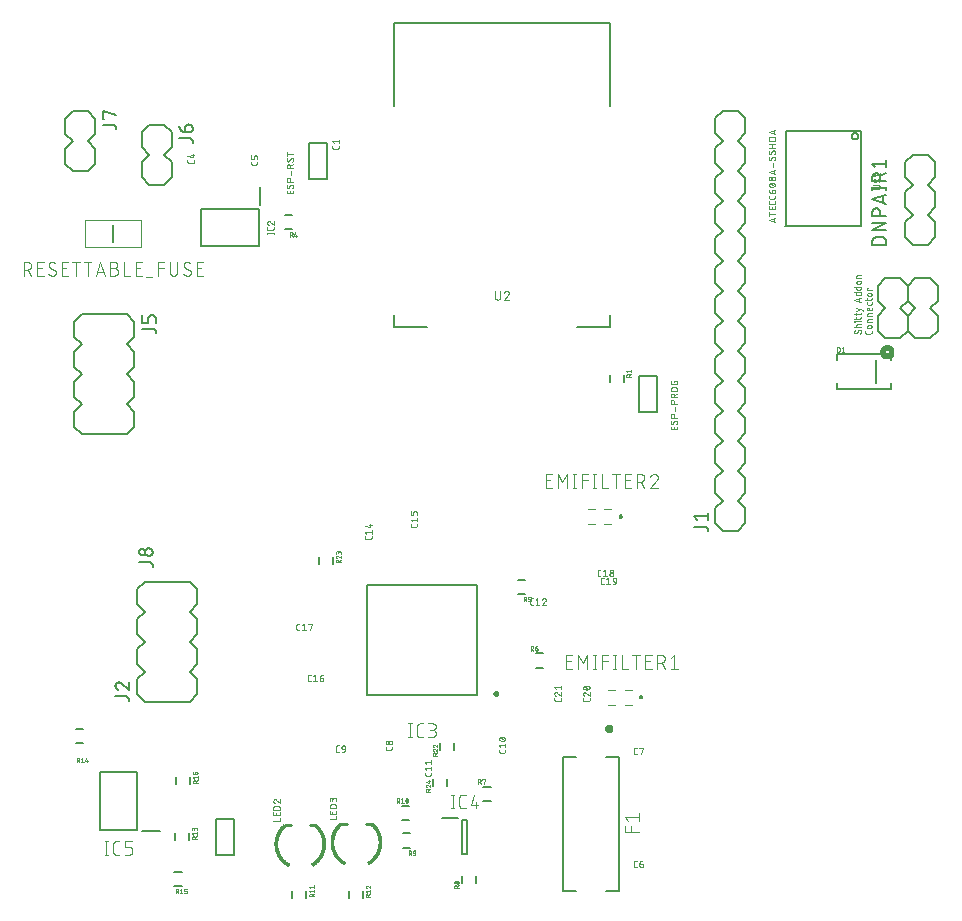
<source format=gto>
G04 EAGLE Gerber RS-274X export*
G75*
%MOMM*%
%FSLAX34Y34*%
%LPD*%
%INSilkscreen Top*%
%IPPOS*%
%AMOC8*
5,1,8,0,0,1.08239X$1,22.5*%
G01*
%ADD10C,0.050800*%
%ADD11C,0.203200*%
%ADD12C,0.025400*%
%ADD13C,0.127000*%
%ADD14C,0.100000*%
%ADD15C,0.200000*%
%ADD16C,0.200000*%
%ADD17C,0.101600*%
%ADD18C,0.400000*%
%ADD19C,0.250000*%
%ADD20C,0.152400*%
%ADD21C,0.254000*%
%ADD22C,0.050000*%
%ADD23C,0.381000*%
%ADD24C,0.076200*%


D10*
X248921Y963503D02*
X248921Y962261D01*
X248919Y962191D01*
X248913Y962122D01*
X248903Y962053D01*
X248890Y961985D01*
X248872Y961917D01*
X248851Y961851D01*
X248826Y961786D01*
X248798Y961722D01*
X248766Y961660D01*
X248731Y961600D01*
X248692Y961542D01*
X248650Y961487D01*
X248605Y961433D01*
X248557Y961383D01*
X248507Y961335D01*
X248453Y961290D01*
X248398Y961248D01*
X248340Y961209D01*
X248280Y961174D01*
X248218Y961142D01*
X248154Y961114D01*
X248089Y961089D01*
X248023Y961068D01*
X247955Y961050D01*
X247887Y961037D01*
X247818Y961027D01*
X247749Y961021D01*
X247679Y961019D01*
X244575Y961019D01*
X244505Y961021D01*
X244436Y961027D01*
X244367Y961037D01*
X244299Y961050D01*
X244231Y961068D01*
X244165Y961089D01*
X244100Y961114D01*
X244036Y961142D01*
X243974Y961174D01*
X243914Y961209D01*
X243856Y961248D01*
X243801Y961290D01*
X243747Y961335D01*
X243697Y961383D01*
X243649Y961433D01*
X243604Y961487D01*
X243562Y961542D01*
X243523Y961600D01*
X243488Y961660D01*
X243456Y961722D01*
X243428Y961786D01*
X243403Y961851D01*
X243382Y961917D01*
X243364Y961985D01*
X243351Y962053D01*
X243341Y962122D01*
X243335Y962191D01*
X243333Y962261D01*
X243333Y963503D01*
X244575Y965607D02*
X243333Y967159D01*
X248921Y967159D01*
X248921Y965607D02*
X248921Y968712D01*
X389750Y452126D02*
X389750Y450884D01*
X389748Y450814D01*
X389742Y450745D01*
X389732Y450676D01*
X389719Y450608D01*
X389701Y450540D01*
X389680Y450474D01*
X389655Y450409D01*
X389627Y450345D01*
X389595Y450283D01*
X389560Y450223D01*
X389521Y450165D01*
X389479Y450110D01*
X389434Y450056D01*
X389386Y450006D01*
X389336Y449958D01*
X389282Y449913D01*
X389227Y449871D01*
X389169Y449832D01*
X389109Y449797D01*
X389047Y449765D01*
X388983Y449737D01*
X388918Y449712D01*
X388852Y449691D01*
X388784Y449673D01*
X388716Y449660D01*
X388647Y449650D01*
X388578Y449644D01*
X388508Y449642D01*
X385404Y449642D01*
X385334Y449644D01*
X385265Y449650D01*
X385196Y449660D01*
X385128Y449673D01*
X385060Y449691D01*
X384994Y449712D01*
X384929Y449737D01*
X384865Y449765D01*
X384803Y449797D01*
X384743Y449832D01*
X384685Y449871D01*
X384630Y449913D01*
X384576Y449958D01*
X384526Y450006D01*
X384478Y450056D01*
X384433Y450110D01*
X384391Y450165D01*
X384352Y450223D01*
X384317Y450283D01*
X384285Y450345D01*
X384257Y450409D01*
X384232Y450474D01*
X384211Y450540D01*
X384193Y450608D01*
X384180Y450676D01*
X384170Y450745D01*
X384164Y450814D01*
X384162Y450884D01*
X384162Y452126D01*
X385404Y454230D02*
X384162Y455782D01*
X389750Y455782D01*
X389750Y454230D02*
X389750Y457335D01*
X386956Y459717D02*
X386825Y459719D01*
X386695Y459724D01*
X386565Y459734D01*
X386435Y459747D01*
X386305Y459763D01*
X386176Y459783D01*
X386048Y459807D01*
X385921Y459835D01*
X385794Y459866D01*
X385668Y459901D01*
X385543Y459939D01*
X385419Y459981D01*
X385297Y460026D01*
X385176Y460075D01*
X385056Y460127D01*
X384938Y460183D01*
X384938Y460182D02*
X384878Y460205D01*
X384818Y460231D01*
X384761Y460260D01*
X384705Y460293D01*
X384651Y460329D01*
X384599Y460367D01*
X384549Y460409D01*
X384502Y460453D01*
X384457Y460500D01*
X384415Y460550D01*
X384376Y460601D01*
X384340Y460655D01*
X384307Y460711D01*
X384277Y460768D01*
X384250Y460827D01*
X384227Y460888D01*
X384207Y460949D01*
X384191Y461012D01*
X384178Y461076D01*
X384169Y461140D01*
X384164Y461204D01*
X384162Y461269D01*
X384164Y461334D01*
X384169Y461398D01*
X384178Y461462D01*
X384191Y461526D01*
X384207Y461589D01*
X384227Y461650D01*
X384250Y461711D01*
X384277Y461770D01*
X384307Y461827D01*
X384340Y461883D01*
X384376Y461937D01*
X384415Y461988D01*
X384457Y462038D01*
X384502Y462085D01*
X384549Y462129D01*
X384599Y462171D01*
X384651Y462209D01*
X384705Y462245D01*
X384761Y462278D01*
X384818Y462307D01*
X384878Y462333D01*
X384938Y462356D01*
X384938Y462355D02*
X385056Y462411D01*
X385176Y462463D01*
X385297Y462512D01*
X385419Y462557D01*
X385543Y462599D01*
X385668Y462637D01*
X385794Y462672D01*
X385920Y462703D01*
X386048Y462731D01*
X386176Y462755D01*
X386305Y462775D01*
X386435Y462791D01*
X386565Y462804D01*
X386695Y462814D01*
X386825Y462819D01*
X386956Y462821D01*
X386956Y459717D02*
X387087Y459719D01*
X387217Y459724D01*
X387347Y459734D01*
X387477Y459747D01*
X387607Y459763D01*
X387736Y459783D01*
X387864Y459807D01*
X387991Y459835D01*
X388118Y459866D01*
X388244Y459901D01*
X388369Y459939D01*
X388493Y459981D01*
X388615Y460026D01*
X388736Y460075D01*
X388856Y460127D01*
X388974Y460183D01*
X388974Y460182D02*
X389034Y460205D01*
X389094Y460231D01*
X389151Y460260D01*
X389207Y460293D01*
X389261Y460329D01*
X389313Y460367D01*
X389363Y460409D01*
X389410Y460453D01*
X389455Y460500D01*
X389497Y460550D01*
X389536Y460601D01*
X389572Y460655D01*
X389605Y460711D01*
X389635Y460768D01*
X389662Y460827D01*
X389685Y460888D01*
X389705Y460949D01*
X389721Y461012D01*
X389734Y461076D01*
X389743Y461140D01*
X389748Y461204D01*
X389750Y461269D01*
X388974Y462355D02*
X388856Y462411D01*
X388736Y462463D01*
X388615Y462512D01*
X388493Y462557D01*
X388369Y462599D01*
X388244Y462637D01*
X388118Y462672D01*
X387992Y462703D01*
X387864Y462731D01*
X387736Y462755D01*
X387607Y462775D01*
X387477Y462791D01*
X387347Y462804D01*
X387217Y462814D01*
X387087Y462819D01*
X386956Y462821D01*
X388974Y462356D02*
X389034Y462333D01*
X389094Y462307D01*
X389151Y462278D01*
X389207Y462245D01*
X389261Y462209D01*
X389313Y462171D01*
X389363Y462129D01*
X389410Y462085D01*
X389455Y462038D01*
X389497Y461988D01*
X389536Y461937D01*
X389572Y461883D01*
X389605Y461827D01*
X389635Y461770D01*
X389662Y461711D01*
X389685Y461650D01*
X389705Y461589D01*
X389721Y461526D01*
X389734Y461462D01*
X389743Y461398D01*
X389748Y461334D01*
X389750Y461269D01*
X388508Y460027D02*
X385404Y462511D01*
X327022Y432639D02*
X327022Y431397D01*
X327020Y431327D01*
X327014Y431258D01*
X327004Y431189D01*
X326991Y431121D01*
X326973Y431053D01*
X326952Y430987D01*
X326927Y430922D01*
X326899Y430858D01*
X326867Y430796D01*
X326832Y430736D01*
X326793Y430678D01*
X326751Y430623D01*
X326706Y430569D01*
X326658Y430519D01*
X326608Y430471D01*
X326554Y430426D01*
X326499Y430384D01*
X326441Y430345D01*
X326381Y430310D01*
X326319Y430278D01*
X326255Y430250D01*
X326190Y430225D01*
X326124Y430204D01*
X326056Y430186D01*
X325988Y430173D01*
X325919Y430163D01*
X325850Y430157D01*
X325780Y430155D01*
X322676Y430155D01*
X322606Y430157D01*
X322537Y430163D01*
X322468Y430173D01*
X322400Y430186D01*
X322332Y430204D01*
X322266Y430225D01*
X322201Y430250D01*
X322137Y430278D01*
X322075Y430310D01*
X322015Y430345D01*
X321957Y430384D01*
X321902Y430426D01*
X321848Y430471D01*
X321798Y430519D01*
X321750Y430569D01*
X321705Y430623D01*
X321663Y430678D01*
X321624Y430736D01*
X321589Y430796D01*
X321557Y430858D01*
X321529Y430922D01*
X321504Y430987D01*
X321483Y431053D01*
X321465Y431121D01*
X321452Y431189D01*
X321442Y431258D01*
X321436Y431327D01*
X321434Y431397D01*
X321434Y432639D01*
X322676Y434743D02*
X321434Y436295D01*
X327022Y436295D01*
X327022Y434743D02*
X327022Y437848D01*
X322676Y440230D02*
X321434Y441782D01*
X327022Y441782D01*
X327022Y440230D02*
X327022Y443334D01*
X411929Y574766D02*
X413171Y574766D01*
X411929Y574766D02*
X411859Y574768D01*
X411790Y574774D01*
X411721Y574784D01*
X411653Y574797D01*
X411585Y574815D01*
X411519Y574836D01*
X411454Y574861D01*
X411390Y574889D01*
X411328Y574921D01*
X411268Y574956D01*
X411210Y574995D01*
X411155Y575037D01*
X411101Y575082D01*
X411051Y575130D01*
X411003Y575180D01*
X410958Y575234D01*
X410916Y575289D01*
X410877Y575347D01*
X410842Y575407D01*
X410810Y575469D01*
X410782Y575533D01*
X410757Y575598D01*
X410736Y575664D01*
X410718Y575732D01*
X410705Y575800D01*
X410695Y575869D01*
X410689Y575938D01*
X410687Y576008D01*
X410687Y579112D01*
X410689Y579182D01*
X410695Y579251D01*
X410705Y579320D01*
X410718Y579388D01*
X410736Y579456D01*
X410757Y579522D01*
X410782Y579587D01*
X410810Y579651D01*
X410842Y579713D01*
X410877Y579773D01*
X410916Y579831D01*
X410958Y579886D01*
X411003Y579940D01*
X411051Y579990D01*
X411101Y580038D01*
X411155Y580083D01*
X411210Y580125D01*
X411268Y580164D01*
X411328Y580199D01*
X411390Y580231D01*
X411454Y580259D01*
X411519Y580284D01*
X411585Y580305D01*
X411653Y580323D01*
X411721Y580336D01*
X411790Y580346D01*
X411859Y580352D01*
X411929Y580354D01*
X413171Y580354D01*
X415275Y579112D02*
X416827Y580354D01*
X416827Y574766D01*
X415275Y574766D02*
X418380Y574766D01*
X423866Y578957D02*
X423864Y579030D01*
X423858Y579103D01*
X423849Y579176D01*
X423835Y579247D01*
X423818Y579319D01*
X423798Y579389D01*
X423773Y579458D01*
X423745Y579525D01*
X423714Y579591D01*
X423679Y579656D01*
X423641Y579718D01*
X423599Y579778D01*
X423555Y579836D01*
X423507Y579892D01*
X423457Y579945D01*
X423404Y579995D01*
X423348Y580043D01*
X423290Y580087D01*
X423230Y580129D01*
X423168Y580167D01*
X423103Y580202D01*
X423037Y580233D01*
X422970Y580261D01*
X422901Y580286D01*
X422831Y580306D01*
X422759Y580323D01*
X422688Y580337D01*
X422615Y580346D01*
X422542Y580352D01*
X422469Y580354D01*
X422385Y580352D01*
X422302Y580346D01*
X422219Y580337D01*
X422137Y580323D01*
X422055Y580306D01*
X421974Y580284D01*
X421894Y580259D01*
X421816Y580231D01*
X421738Y580199D01*
X421663Y580163D01*
X421589Y580124D01*
X421517Y580081D01*
X421447Y580035D01*
X421380Y579986D01*
X421314Y579933D01*
X421252Y579878D01*
X421192Y579820D01*
X421134Y579759D01*
X421080Y579696D01*
X421028Y579630D01*
X420980Y579562D01*
X420935Y579491D01*
X420893Y579419D01*
X420855Y579344D01*
X420820Y579268D01*
X420789Y579191D01*
X420761Y579112D01*
X423400Y577871D02*
X423454Y577924D01*
X423505Y577981D01*
X423553Y578040D01*
X423598Y578101D01*
X423639Y578164D01*
X423678Y578230D01*
X423713Y578297D01*
X423745Y578366D01*
X423773Y578437D01*
X423797Y578508D01*
X423818Y578581D01*
X423835Y578655D01*
X423849Y578730D01*
X423858Y578805D01*
X423864Y578881D01*
X423866Y578957D01*
X423400Y577870D02*
X420762Y574766D01*
X423866Y574766D01*
X276481Y631667D02*
X276481Y632909D01*
X276481Y631667D02*
X276479Y631597D01*
X276473Y631528D01*
X276463Y631459D01*
X276450Y631391D01*
X276432Y631323D01*
X276411Y631257D01*
X276386Y631192D01*
X276358Y631128D01*
X276326Y631066D01*
X276291Y631006D01*
X276252Y630948D01*
X276210Y630893D01*
X276165Y630839D01*
X276117Y630789D01*
X276067Y630741D01*
X276013Y630696D01*
X275958Y630654D01*
X275900Y630615D01*
X275840Y630580D01*
X275778Y630548D01*
X275714Y630520D01*
X275649Y630495D01*
X275583Y630474D01*
X275515Y630456D01*
X275447Y630443D01*
X275378Y630433D01*
X275309Y630427D01*
X275239Y630425D01*
X272135Y630425D01*
X272065Y630427D01*
X271996Y630433D01*
X271927Y630443D01*
X271859Y630456D01*
X271791Y630474D01*
X271725Y630495D01*
X271660Y630520D01*
X271596Y630548D01*
X271534Y630580D01*
X271474Y630615D01*
X271416Y630654D01*
X271361Y630696D01*
X271307Y630741D01*
X271257Y630789D01*
X271209Y630839D01*
X271164Y630893D01*
X271122Y630948D01*
X271083Y631006D01*
X271048Y631066D01*
X271016Y631128D01*
X270988Y631192D01*
X270963Y631257D01*
X270942Y631323D01*
X270924Y631391D01*
X270911Y631459D01*
X270901Y631528D01*
X270895Y631597D01*
X270893Y631667D01*
X270893Y632909D01*
X272135Y635013D02*
X270893Y636565D01*
X276481Y636565D01*
X276481Y635013D02*
X276481Y638118D01*
X275239Y640500D02*
X270893Y641741D01*
X275239Y640500D02*
X275239Y643604D01*
X273997Y642673D02*
X276481Y642673D01*
X315028Y642081D02*
X315028Y643323D01*
X315028Y642081D02*
X315026Y642011D01*
X315020Y641942D01*
X315010Y641873D01*
X314997Y641805D01*
X314979Y641737D01*
X314958Y641671D01*
X314933Y641606D01*
X314905Y641542D01*
X314873Y641480D01*
X314838Y641420D01*
X314799Y641362D01*
X314757Y641307D01*
X314712Y641253D01*
X314664Y641203D01*
X314614Y641155D01*
X314560Y641110D01*
X314505Y641068D01*
X314447Y641029D01*
X314387Y640994D01*
X314325Y640962D01*
X314261Y640934D01*
X314196Y640909D01*
X314130Y640888D01*
X314062Y640870D01*
X313994Y640857D01*
X313925Y640847D01*
X313856Y640841D01*
X313786Y640839D01*
X310682Y640839D01*
X310612Y640841D01*
X310543Y640847D01*
X310474Y640857D01*
X310406Y640870D01*
X310338Y640888D01*
X310272Y640909D01*
X310207Y640934D01*
X310143Y640962D01*
X310081Y640994D01*
X310021Y641029D01*
X309963Y641068D01*
X309908Y641110D01*
X309854Y641155D01*
X309804Y641203D01*
X309756Y641253D01*
X309711Y641307D01*
X309669Y641362D01*
X309630Y641420D01*
X309595Y641480D01*
X309563Y641542D01*
X309535Y641606D01*
X309510Y641671D01*
X309489Y641737D01*
X309471Y641805D01*
X309458Y641873D01*
X309448Y641942D01*
X309442Y642011D01*
X309440Y642081D01*
X309440Y643323D01*
X310682Y645427D02*
X309440Y646979D01*
X315028Y646979D01*
X315028Y645427D02*
X315028Y648532D01*
X315028Y650914D02*
X315028Y652776D01*
X315026Y652846D01*
X315020Y652915D01*
X315010Y652984D01*
X314997Y653052D01*
X314979Y653120D01*
X314958Y653186D01*
X314933Y653251D01*
X314905Y653315D01*
X314873Y653377D01*
X314838Y653437D01*
X314799Y653495D01*
X314757Y653550D01*
X314712Y653604D01*
X314664Y653654D01*
X314614Y653702D01*
X314560Y653747D01*
X314505Y653789D01*
X314447Y653828D01*
X314387Y653863D01*
X314325Y653895D01*
X314261Y653923D01*
X314196Y653948D01*
X314130Y653969D01*
X314062Y653987D01*
X313994Y654000D01*
X313925Y654010D01*
X313856Y654016D01*
X313786Y654018D01*
X313165Y654018D01*
X313095Y654016D01*
X313026Y654010D01*
X312957Y654000D01*
X312889Y653987D01*
X312821Y653969D01*
X312755Y653948D01*
X312690Y653923D01*
X312626Y653895D01*
X312564Y653863D01*
X312504Y653828D01*
X312446Y653789D01*
X312391Y653747D01*
X312337Y653702D01*
X312287Y653654D01*
X312239Y653604D01*
X312194Y653550D01*
X312152Y653495D01*
X312113Y653437D01*
X312078Y653377D01*
X312046Y653315D01*
X312018Y653251D01*
X311993Y653186D01*
X311972Y653120D01*
X311954Y653052D01*
X311941Y652984D01*
X311931Y652915D01*
X311925Y652846D01*
X311923Y652776D01*
X311924Y652776D02*
X311924Y650914D01*
X309440Y650914D01*
X309440Y654018D01*
X225019Y510062D02*
X223777Y510062D01*
X223707Y510064D01*
X223638Y510070D01*
X223569Y510080D01*
X223501Y510093D01*
X223433Y510111D01*
X223367Y510132D01*
X223302Y510157D01*
X223238Y510185D01*
X223176Y510217D01*
X223116Y510252D01*
X223058Y510291D01*
X223003Y510333D01*
X222949Y510378D01*
X222899Y510426D01*
X222851Y510476D01*
X222806Y510530D01*
X222764Y510585D01*
X222725Y510643D01*
X222690Y510703D01*
X222658Y510765D01*
X222630Y510829D01*
X222605Y510894D01*
X222584Y510960D01*
X222566Y511028D01*
X222553Y511096D01*
X222543Y511165D01*
X222537Y511234D01*
X222535Y511304D01*
X222535Y514408D01*
X222537Y514478D01*
X222543Y514547D01*
X222553Y514616D01*
X222566Y514684D01*
X222584Y514752D01*
X222605Y514818D01*
X222630Y514883D01*
X222658Y514947D01*
X222690Y515009D01*
X222725Y515069D01*
X222764Y515127D01*
X222806Y515182D01*
X222851Y515236D01*
X222899Y515286D01*
X222949Y515334D01*
X223003Y515379D01*
X223058Y515421D01*
X223116Y515460D01*
X223176Y515495D01*
X223238Y515527D01*
X223302Y515555D01*
X223367Y515580D01*
X223433Y515601D01*
X223501Y515619D01*
X223569Y515632D01*
X223638Y515642D01*
X223707Y515648D01*
X223777Y515650D01*
X225019Y515650D01*
X227123Y514408D02*
X228675Y515650D01*
X228675Y510062D01*
X227123Y510062D02*
X230228Y510062D01*
X232610Y513166D02*
X234472Y513166D01*
X234472Y513167D02*
X234542Y513165D01*
X234611Y513159D01*
X234680Y513149D01*
X234748Y513136D01*
X234816Y513118D01*
X234882Y513097D01*
X234947Y513072D01*
X235011Y513044D01*
X235073Y513012D01*
X235133Y512977D01*
X235191Y512938D01*
X235246Y512896D01*
X235300Y512851D01*
X235350Y512803D01*
X235398Y512753D01*
X235443Y512699D01*
X235485Y512644D01*
X235524Y512586D01*
X235559Y512526D01*
X235591Y512464D01*
X235619Y512400D01*
X235644Y512335D01*
X235665Y512269D01*
X235683Y512201D01*
X235696Y512133D01*
X235706Y512064D01*
X235712Y511995D01*
X235714Y511925D01*
X235714Y511614D01*
X235712Y511537D01*
X235706Y511459D01*
X235697Y511383D01*
X235683Y511306D01*
X235666Y511231D01*
X235645Y511157D01*
X235620Y511083D01*
X235592Y511011D01*
X235560Y510941D01*
X235525Y510872D01*
X235486Y510805D01*
X235444Y510740D01*
X235399Y510677D01*
X235351Y510616D01*
X235300Y510558D01*
X235246Y510503D01*
X235189Y510450D01*
X235130Y510401D01*
X235068Y510354D01*
X235004Y510310D01*
X234938Y510270D01*
X234870Y510233D01*
X234800Y510199D01*
X234729Y510169D01*
X234656Y510143D01*
X234582Y510120D01*
X234507Y510101D01*
X234432Y510086D01*
X234355Y510074D01*
X234278Y510066D01*
X234201Y510062D01*
X234123Y510062D01*
X234046Y510066D01*
X233969Y510074D01*
X233892Y510086D01*
X233817Y510101D01*
X233742Y510120D01*
X233668Y510143D01*
X233595Y510169D01*
X233524Y510199D01*
X233454Y510233D01*
X233386Y510270D01*
X233320Y510310D01*
X233256Y510354D01*
X233194Y510401D01*
X233135Y510450D01*
X233078Y510503D01*
X233024Y510558D01*
X232973Y510616D01*
X232925Y510677D01*
X232880Y510740D01*
X232838Y510805D01*
X232799Y510872D01*
X232764Y510941D01*
X232732Y511011D01*
X232704Y511083D01*
X232679Y511157D01*
X232658Y511231D01*
X232641Y511306D01*
X232627Y511383D01*
X232618Y511459D01*
X232612Y511537D01*
X232610Y511614D01*
X232610Y513166D01*
X232609Y513166D02*
X232611Y513264D01*
X232617Y513361D01*
X232626Y513458D01*
X232640Y513555D01*
X232657Y513651D01*
X232678Y513746D01*
X232702Y513840D01*
X232731Y513934D01*
X232763Y514026D01*
X232798Y514117D01*
X232837Y514206D01*
X232880Y514294D01*
X232926Y514380D01*
X232975Y514464D01*
X233028Y514546D01*
X233083Y514626D01*
X233142Y514704D01*
X233204Y514779D01*
X233269Y514852D01*
X233337Y514922D01*
X233407Y514990D01*
X233480Y515055D01*
X233555Y515117D01*
X233633Y515176D01*
X233713Y515231D01*
X233795Y515284D01*
X233879Y515333D01*
X233965Y515379D01*
X234053Y515422D01*
X234142Y515461D01*
X234233Y515496D01*
X234325Y515528D01*
X234419Y515557D01*
X234513Y515581D01*
X234608Y515602D01*
X234704Y515619D01*
X234801Y515633D01*
X234898Y515642D01*
X234995Y515648D01*
X235093Y515650D01*
X215355Y553255D02*
X214113Y553255D01*
X214043Y553257D01*
X213974Y553263D01*
X213905Y553273D01*
X213837Y553286D01*
X213769Y553304D01*
X213703Y553325D01*
X213638Y553350D01*
X213574Y553378D01*
X213512Y553410D01*
X213452Y553445D01*
X213394Y553484D01*
X213339Y553526D01*
X213285Y553571D01*
X213235Y553619D01*
X213187Y553669D01*
X213142Y553723D01*
X213100Y553778D01*
X213061Y553836D01*
X213026Y553896D01*
X212994Y553958D01*
X212966Y554022D01*
X212941Y554087D01*
X212920Y554153D01*
X212902Y554221D01*
X212889Y554289D01*
X212879Y554358D01*
X212873Y554427D01*
X212871Y554497D01*
X212871Y557601D01*
X212873Y557671D01*
X212879Y557740D01*
X212889Y557809D01*
X212902Y557877D01*
X212920Y557945D01*
X212941Y558011D01*
X212966Y558076D01*
X212994Y558140D01*
X213026Y558202D01*
X213061Y558262D01*
X213100Y558320D01*
X213142Y558375D01*
X213187Y558429D01*
X213235Y558479D01*
X213285Y558527D01*
X213339Y558572D01*
X213394Y558614D01*
X213452Y558653D01*
X213512Y558688D01*
X213574Y558720D01*
X213638Y558748D01*
X213703Y558773D01*
X213769Y558794D01*
X213837Y558812D01*
X213905Y558825D01*
X213974Y558835D01*
X214043Y558841D01*
X214113Y558843D01*
X215355Y558843D01*
X217459Y557601D02*
X219011Y558843D01*
X219011Y553255D01*
X217459Y553255D02*
X220564Y553255D01*
X222946Y558222D02*
X222946Y558843D01*
X226050Y558843D01*
X224498Y553255D01*
X469010Y598975D02*
X470252Y598975D01*
X469010Y598975D02*
X468940Y598977D01*
X468871Y598983D01*
X468802Y598993D01*
X468734Y599006D01*
X468666Y599024D01*
X468600Y599045D01*
X468535Y599070D01*
X468471Y599098D01*
X468409Y599130D01*
X468349Y599165D01*
X468291Y599204D01*
X468236Y599246D01*
X468182Y599291D01*
X468132Y599339D01*
X468084Y599389D01*
X468039Y599443D01*
X467997Y599498D01*
X467958Y599556D01*
X467923Y599616D01*
X467891Y599678D01*
X467863Y599742D01*
X467838Y599807D01*
X467817Y599873D01*
X467799Y599941D01*
X467786Y600009D01*
X467776Y600078D01*
X467770Y600147D01*
X467768Y600217D01*
X467768Y603321D01*
X467770Y603391D01*
X467776Y603460D01*
X467786Y603529D01*
X467799Y603597D01*
X467817Y603665D01*
X467838Y603731D01*
X467863Y603796D01*
X467891Y603860D01*
X467923Y603922D01*
X467958Y603982D01*
X467997Y604040D01*
X468039Y604095D01*
X468084Y604149D01*
X468132Y604199D01*
X468182Y604247D01*
X468236Y604292D01*
X468291Y604334D01*
X468349Y604373D01*
X468409Y604408D01*
X468471Y604440D01*
X468535Y604468D01*
X468600Y604493D01*
X468666Y604514D01*
X468734Y604532D01*
X468802Y604545D01*
X468871Y604555D01*
X468940Y604561D01*
X469010Y604563D01*
X470252Y604563D01*
X472356Y603321D02*
X473908Y604563D01*
X473908Y598975D01*
X472356Y598975D02*
X475461Y598975D01*
X477843Y600527D02*
X477845Y600604D01*
X477851Y600682D01*
X477860Y600758D01*
X477874Y600835D01*
X477891Y600910D01*
X477912Y600984D01*
X477937Y601058D01*
X477965Y601130D01*
X477997Y601200D01*
X478032Y601269D01*
X478071Y601336D01*
X478113Y601401D01*
X478158Y601464D01*
X478206Y601525D01*
X478257Y601583D01*
X478311Y601638D01*
X478368Y601691D01*
X478427Y601740D01*
X478489Y601787D01*
X478553Y601831D01*
X478619Y601871D01*
X478687Y601908D01*
X478757Y601942D01*
X478828Y601972D01*
X478901Y601998D01*
X478975Y602021D01*
X479050Y602040D01*
X479125Y602055D01*
X479202Y602067D01*
X479279Y602075D01*
X479356Y602079D01*
X479434Y602079D01*
X479511Y602075D01*
X479588Y602067D01*
X479665Y602055D01*
X479740Y602040D01*
X479815Y602021D01*
X479889Y601998D01*
X479962Y601972D01*
X480033Y601942D01*
X480103Y601908D01*
X480171Y601871D01*
X480237Y601831D01*
X480301Y601787D01*
X480363Y601740D01*
X480422Y601691D01*
X480479Y601638D01*
X480533Y601583D01*
X480584Y601525D01*
X480632Y601464D01*
X480677Y601401D01*
X480719Y601336D01*
X480758Y601269D01*
X480793Y601200D01*
X480825Y601130D01*
X480853Y601058D01*
X480878Y600984D01*
X480899Y600910D01*
X480916Y600835D01*
X480930Y600758D01*
X480939Y600682D01*
X480945Y600604D01*
X480947Y600527D01*
X480945Y600450D01*
X480939Y600372D01*
X480930Y600296D01*
X480916Y600219D01*
X480899Y600144D01*
X480878Y600070D01*
X480853Y599996D01*
X480825Y599924D01*
X480793Y599854D01*
X480758Y599785D01*
X480719Y599718D01*
X480677Y599653D01*
X480632Y599590D01*
X480584Y599529D01*
X480533Y599471D01*
X480479Y599416D01*
X480422Y599363D01*
X480363Y599314D01*
X480301Y599267D01*
X480237Y599223D01*
X480171Y599183D01*
X480103Y599146D01*
X480033Y599112D01*
X479962Y599082D01*
X479889Y599056D01*
X479815Y599033D01*
X479740Y599014D01*
X479665Y598999D01*
X479588Y598987D01*
X479511Y598979D01*
X479434Y598975D01*
X479356Y598975D01*
X479279Y598979D01*
X479202Y598987D01*
X479125Y598999D01*
X479050Y599014D01*
X478975Y599033D01*
X478901Y599056D01*
X478828Y599082D01*
X478757Y599112D01*
X478687Y599146D01*
X478619Y599183D01*
X478553Y599223D01*
X478489Y599267D01*
X478427Y599314D01*
X478368Y599363D01*
X478311Y599416D01*
X478257Y599471D01*
X478206Y599529D01*
X478158Y599590D01*
X478113Y599653D01*
X478071Y599718D01*
X478032Y599785D01*
X477997Y599854D01*
X477965Y599924D01*
X477937Y599996D01*
X477912Y600070D01*
X477891Y600144D01*
X477874Y600219D01*
X477860Y600296D01*
X477851Y600372D01*
X477845Y600450D01*
X477843Y600527D01*
X478153Y603321D02*
X478155Y603391D01*
X478161Y603460D01*
X478171Y603529D01*
X478184Y603597D01*
X478202Y603665D01*
X478223Y603731D01*
X478248Y603796D01*
X478276Y603860D01*
X478308Y603922D01*
X478343Y603982D01*
X478382Y604040D01*
X478424Y604095D01*
X478469Y604149D01*
X478517Y604199D01*
X478567Y604247D01*
X478621Y604292D01*
X478676Y604334D01*
X478734Y604373D01*
X478794Y604408D01*
X478856Y604440D01*
X478920Y604468D01*
X478985Y604493D01*
X479051Y604514D01*
X479119Y604532D01*
X479187Y604545D01*
X479256Y604555D01*
X479325Y604561D01*
X479395Y604563D01*
X479465Y604561D01*
X479534Y604555D01*
X479603Y604545D01*
X479671Y604532D01*
X479739Y604514D01*
X479805Y604493D01*
X479870Y604468D01*
X479934Y604440D01*
X479996Y604408D01*
X480056Y604373D01*
X480114Y604334D01*
X480169Y604292D01*
X480223Y604247D01*
X480273Y604199D01*
X480321Y604149D01*
X480366Y604095D01*
X480408Y604040D01*
X480447Y603982D01*
X480482Y603922D01*
X480514Y603860D01*
X480542Y603796D01*
X480567Y603731D01*
X480588Y603665D01*
X480606Y603597D01*
X480619Y603529D01*
X480629Y603460D01*
X480635Y603391D01*
X480637Y603321D01*
X480635Y603251D01*
X480629Y603182D01*
X480619Y603113D01*
X480606Y603045D01*
X480588Y602977D01*
X480567Y602911D01*
X480542Y602846D01*
X480514Y602782D01*
X480482Y602720D01*
X480447Y602660D01*
X480408Y602602D01*
X480366Y602547D01*
X480321Y602493D01*
X480273Y602443D01*
X480223Y602395D01*
X480169Y602350D01*
X480114Y602308D01*
X480056Y602269D01*
X479996Y602234D01*
X479934Y602202D01*
X479870Y602174D01*
X479805Y602149D01*
X479739Y602128D01*
X479671Y602110D01*
X479603Y602097D01*
X479534Y602087D01*
X479465Y602081D01*
X479395Y602079D01*
X479325Y602081D01*
X479256Y602087D01*
X479187Y602097D01*
X479119Y602110D01*
X479051Y602128D01*
X478985Y602149D01*
X478920Y602174D01*
X478856Y602202D01*
X478794Y602234D01*
X478734Y602269D01*
X478676Y602308D01*
X478621Y602350D01*
X478567Y602395D01*
X478517Y602443D01*
X478469Y602493D01*
X478424Y602547D01*
X478382Y602602D01*
X478343Y602660D01*
X478308Y602720D01*
X478276Y602782D01*
X478248Y602846D01*
X478223Y602911D01*
X478202Y602977D01*
X478184Y603045D01*
X478171Y603113D01*
X478161Y603182D01*
X478155Y603251D01*
X478153Y603321D01*
X472896Y592013D02*
X471654Y592013D01*
X471584Y592015D01*
X471515Y592021D01*
X471446Y592031D01*
X471378Y592044D01*
X471310Y592062D01*
X471244Y592083D01*
X471179Y592108D01*
X471115Y592136D01*
X471053Y592168D01*
X470993Y592203D01*
X470935Y592242D01*
X470880Y592284D01*
X470826Y592329D01*
X470776Y592377D01*
X470728Y592427D01*
X470683Y592481D01*
X470641Y592536D01*
X470602Y592594D01*
X470567Y592654D01*
X470535Y592716D01*
X470507Y592780D01*
X470482Y592845D01*
X470461Y592911D01*
X470443Y592979D01*
X470430Y593047D01*
X470420Y593116D01*
X470414Y593185D01*
X470412Y593255D01*
X470412Y596359D01*
X470414Y596429D01*
X470420Y596498D01*
X470430Y596567D01*
X470443Y596635D01*
X470461Y596703D01*
X470482Y596769D01*
X470507Y596834D01*
X470535Y596898D01*
X470567Y596960D01*
X470602Y597020D01*
X470641Y597078D01*
X470683Y597133D01*
X470728Y597187D01*
X470776Y597237D01*
X470826Y597285D01*
X470880Y597330D01*
X470935Y597372D01*
X470993Y597411D01*
X471053Y597446D01*
X471115Y597478D01*
X471179Y597506D01*
X471244Y597531D01*
X471310Y597552D01*
X471378Y597570D01*
X471446Y597583D01*
X471515Y597593D01*
X471584Y597599D01*
X471654Y597601D01*
X472896Y597601D01*
X475000Y596359D02*
X476552Y597601D01*
X476552Y592013D01*
X475000Y592013D02*
X478105Y592013D01*
X481728Y594497D02*
X483591Y594497D01*
X481728Y594496D02*
X481658Y594498D01*
X481589Y594504D01*
X481520Y594514D01*
X481452Y594527D01*
X481384Y594545D01*
X481318Y594566D01*
X481253Y594591D01*
X481189Y594619D01*
X481127Y594651D01*
X481067Y594686D01*
X481009Y594725D01*
X480954Y594767D01*
X480900Y594812D01*
X480850Y594860D01*
X480802Y594910D01*
X480757Y594964D01*
X480715Y595019D01*
X480676Y595077D01*
X480641Y595137D01*
X480609Y595199D01*
X480581Y595263D01*
X480556Y595328D01*
X480535Y595394D01*
X480517Y595462D01*
X480504Y595530D01*
X480494Y595599D01*
X480488Y595668D01*
X480486Y595738D01*
X480487Y595738D02*
X480487Y596049D01*
X480489Y596126D01*
X480495Y596204D01*
X480504Y596280D01*
X480518Y596357D01*
X480535Y596432D01*
X480556Y596506D01*
X480581Y596580D01*
X480609Y596652D01*
X480641Y596722D01*
X480676Y596791D01*
X480715Y596858D01*
X480757Y596923D01*
X480802Y596986D01*
X480850Y597047D01*
X480901Y597105D01*
X480955Y597160D01*
X481012Y597213D01*
X481071Y597262D01*
X481133Y597309D01*
X481197Y597353D01*
X481263Y597393D01*
X481331Y597430D01*
X481401Y597464D01*
X481472Y597494D01*
X481545Y597520D01*
X481619Y597543D01*
X481694Y597562D01*
X481769Y597577D01*
X481846Y597589D01*
X481923Y597597D01*
X482000Y597601D01*
X482078Y597601D01*
X482155Y597597D01*
X482232Y597589D01*
X482309Y597577D01*
X482384Y597562D01*
X482459Y597543D01*
X482533Y597520D01*
X482606Y597494D01*
X482677Y597464D01*
X482747Y597430D01*
X482815Y597393D01*
X482881Y597353D01*
X482945Y597309D01*
X483007Y597262D01*
X483066Y597213D01*
X483123Y597160D01*
X483177Y597105D01*
X483228Y597047D01*
X483276Y596986D01*
X483321Y596923D01*
X483363Y596858D01*
X483402Y596791D01*
X483437Y596722D01*
X483469Y596652D01*
X483497Y596580D01*
X483522Y596506D01*
X483543Y596432D01*
X483560Y596357D01*
X483574Y596280D01*
X483583Y596204D01*
X483589Y596126D01*
X483591Y596049D01*
X483591Y594497D01*
X483592Y594497D02*
X483590Y594399D01*
X483584Y594302D01*
X483575Y594205D01*
X483561Y594108D01*
X483544Y594012D01*
X483523Y593917D01*
X483499Y593823D01*
X483470Y593729D01*
X483438Y593637D01*
X483403Y593546D01*
X483364Y593457D01*
X483321Y593369D01*
X483275Y593283D01*
X483226Y593199D01*
X483173Y593117D01*
X483118Y593037D01*
X483059Y592959D01*
X482997Y592884D01*
X482932Y592811D01*
X482864Y592741D01*
X482794Y592673D01*
X482721Y592608D01*
X482646Y592546D01*
X482568Y592487D01*
X482488Y592432D01*
X482406Y592379D01*
X482322Y592330D01*
X482236Y592284D01*
X482148Y592241D01*
X482059Y592202D01*
X481968Y592167D01*
X481876Y592135D01*
X481782Y592106D01*
X481688Y592082D01*
X481593Y592061D01*
X481497Y592044D01*
X481400Y592030D01*
X481303Y592021D01*
X481205Y592015D01*
X481108Y592013D01*
X461081Y495477D02*
X461081Y494235D01*
X461079Y494165D01*
X461073Y494096D01*
X461063Y494027D01*
X461050Y493959D01*
X461032Y493891D01*
X461011Y493825D01*
X460986Y493760D01*
X460958Y493696D01*
X460926Y493634D01*
X460891Y493574D01*
X460852Y493516D01*
X460810Y493461D01*
X460765Y493407D01*
X460717Y493357D01*
X460667Y493309D01*
X460613Y493264D01*
X460558Y493222D01*
X460500Y493183D01*
X460440Y493148D01*
X460378Y493116D01*
X460314Y493088D01*
X460249Y493063D01*
X460183Y493042D01*
X460115Y493024D01*
X460047Y493011D01*
X459978Y493001D01*
X459909Y492995D01*
X459839Y492993D01*
X456735Y492993D01*
X456665Y492995D01*
X456596Y493001D01*
X456527Y493011D01*
X456459Y493024D01*
X456391Y493042D01*
X456325Y493063D01*
X456260Y493088D01*
X456196Y493116D01*
X456134Y493148D01*
X456074Y493183D01*
X456016Y493222D01*
X455961Y493264D01*
X455907Y493309D01*
X455857Y493357D01*
X455809Y493407D01*
X455764Y493461D01*
X455722Y493516D01*
X455683Y493574D01*
X455648Y493634D01*
X455616Y493696D01*
X455588Y493760D01*
X455563Y493825D01*
X455542Y493891D01*
X455524Y493959D01*
X455511Y494027D01*
X455501Y494096D01*
X455495Y494165D01*
X455493Y494235D01*
X455493Y495477D01*
X455493Y499289D02*
X455495Y499362D01*
X455501Y499435D01*
X455510Y499508D01*
X455524Y499579D01*
X455541Y499651D01*
X455561Y499721D01*
X455586Y499790D01*
X455614Y499857D01*
X455645Y499923D01*
X455680Y499988D01*
X455718Y500050D01*
X455760Y500110D01*
X455804Y500168D01*
X455852Y500224D01*
X455902Y500277D01*
X455955Y500327D01*
X456011Y500375D01*
X456069Y500419D01*
X456129Y500461D01*
X456192Y500499D01*
X456256Y500534D01*
X456322Y500565D01*
X456389Y500593D01*
X456458Y500618D01*
X456528Y500638D01*
X456600Y500655D01*
X456671Y500669D01*
X456744Y500678D01*
X456817Y500684D01*
X456890Y500686D01*
X455493Y499289D02*
X455495Y499205D01*
X455501Y499122D01*
X455510Y499039D01*
X455524Y498956D01*
X455541Y498875D01*
X455563Y498794D01*
X455588Y498714D01*
X455616Y498636D01*
X455648Y498558D01*
X455684Y498483D01*
X455723Y498409D01*
X455766Y498337D01*
X455812Y498267D01*
X455861Y498200D01*
X455914Y498134D01*
X455969Y498072D01*
X456027Y498012D01*
X456088Y497954D01*
X456151Y497900D01*
X456217Y497848D01*
X456285Y497800D01*
X456356Y497755D01*
X456428Y497713D01*
X456503Y497675D01*
X456579Y497640D01*
X456656Y497609D01*
X456735Y497581D01*
X457976Y500219D02*
X457923Y500273D01*
X457866Y500324D01*
X457807Y500372D01*
X457746Y500417D01*
X457683Y500458D01*
X457617Y500497D01*
X457550Y500532D01*
X457481Y500564D01*
X457410Y500592D01*
X457339Y500616D01*
X457266Y500637D01*
X457192Y500654D01*
X457117Y500668D01*
X457042Y500677D01*
X456966Y500683D01*
X456890Y500685D01*
X457977Y500220D02*
X461081Y497581D01*
X461081Y500686D01*
X458287Y503068D02*
X458156Y503070D01*
X458026Y503075D01*
X457896Y503085D01*
X457766Y503098D01*
X457636Y503114D01*
X457507Y503134D01*
X457379Y503158D01*
X457252Y503186D01*
X457125Y503217D01*
X456999Y503252D01*
X456874Y503290D01*
X456750Y503332D01*
X456628Y503377D01*
X456507Y503426D01*
X456387Y503478D01*
X456269Y503534D01*
X456269Y503533D02*
X456209Y503556D01*
X456149Y503582D01*
X456092Y503611D01*
X456036Y503644D01*
X455982Y503680D01*
X455930Y503718D01*
X455880Y503760D01*
X455833Y503804D01*
X455788Y503851D01*
X455746Y503901D01*
X455707Y503952D01*
X455671Y504006D01*
X455638Y504062D01*
X455608Y504119D01*
X455581Y504178D01*
X455558Y504239D01*
X455538Y504300D01*
X455522Y504363D01*
X455509Y504427D01*
X455500Y504491D01*
X455495Y504555D01*
X455493Y504620D01*
X455495Y504685D01*
X455500Y504749D01*
X455509Y504813D01*
X455522Y504877D01*
X455538Y504940D01*
X455558Y505001D01*
X455581Y505062D01*
X455608Y505121D01*
X455638Y505178D01*
X455671Y505234D01*
X455707Y505288D01*
X455746Y505339D01*
X455788Y505389D01*
X455833Y505436D01*
X455880Y505480D01*
X455930Y505522D01*
X455982Y505560D01*
X456036Y505596D01*
X456092Y505629D01*
X456149Y505658D01*
X456209Y505684D01*
X456269Y505707D01*
X456269Y505706D02*
X456387Y505762D01*
X456507Y505814D01*
X456628Y505863D01*
X456750Y505908D01*
X456874Y505950D01*
X456999Y505988D01*
X457125Y506023D01*
X457251Y506054D01*
X457379Y506082D01*
X457507Y506106D01*
X457636Y506126D01*
X457766Y506142D01*
X457896Y506155D01*
X458026Y506165D01*
X458156Y506170D01*
X458287Y506172D01*
X458287Y503068D02*
X458418Y503070D01*
X458548Y503075D01*
X458678Y503085D01*
X458808Y503098D01*
X458938Y503114D01*
X459067Y503134D01*
X459195Y503158D01*
X459322Y503186D01*
X459449Y503217D01*
X459575Y503252D01*
X459700Y503290D01*
X459824Y503332D01*
X459946Y503377D01*
X460067Y503426D01*
X460187Y503478D01*
X460305Y503534D01*
X460305Y503533D02*
X460365Y503556D01*
X460425Y503582D01*
X460482Y503611D01*
X460538Y503644D01*
X460592Y503680D01*
X460644Y503718D01*
X460694Y503760D01*
X460741Y503804D01*
X460786Y503851D01*
X460828Y503901D01*
X460867Y503952D01*
X460903Y504006D01*
X460936Y504062D01*
X460966Y504119D01*
X460993Y504178D01*
X461016Y504239D01*
X461036Y504300D01*
X461052Y504363D01*
X461065Y504427D01*
X461074Y504491D01*
X461079Y504555D01*
X461081Y504620D01*
X460305Y505706D02*
X460187Y505762D01*
X460067Y505814D01*
X459946Y505863D01*
X459824Y505908D01*
X459700Y505950D01*
X459575Y505988D01*
X459449Y506023D01*
X459323Y506054D01*
X459195Y506082D01*
X459067Y506106D01*
X458938Y506126D01*
X458808Y506142D01*
X458678Y506155D01*
X458548Y506165D01*
X458418Y506170D01*
X458287Y506172D01*
X460305Y505707D02*
X460365Y505684D01*
X460425Y505658D01*
X460482Y505629D01*
X460538Y505596D01*
X460592Y505560D01*
X460644Y505522D01*
X460694Y505480D01*
X460741Y505436D01*
X460786Y505389D01*
X460828Y505339D01*
X460867Y505288D01*
X460903Y505234D01*
X460936Y505178D01*
X460966Y505121D01*
X460993Y505062D01*
X461016Y505001D01*
X461036Y504940D01*
X461052Y504877D01*
X461065Y504813D01*
X461074Y504749D01*
X461079Y504685D01*
X461081Y504620D01*
X459839Y503378D02*
X456735Y505862D01*
X436834Y495675D02*
X436834Y494433D01*
X436832Y494363D01*
X436826Y494294D01*
X436816Y494225D01*
X436803Y494157D01*
X436785Y494089D01*
X436764Y494023D01*
X436739Y493958D01*
X436711Y493894D01*
X436679Y493832D01*
X436644Y493772D01*
X436605Y493714D01*
X436563Y493659D01*
X436518Y493605D01*
X436470Y493555D01*
X436420Y493507D01*
X436366Y493462D01*
X436311Y493420D01*
X436253Y493381D01*
X436193Y493346D01*
X436131Y493314D01*
X436067Y493286D01*
X436002Y493261D01*
X435936Y493240D01*
X435868Y493222D01*
X435800Y493209D01*
X435731Y493199D01*
X435662Y493193D01*
X435592Y493191D01*
X432488Y493191D01*
X432418Y493193D01*
X432349Y493199D01*
X432280Y493209D01*
X432212Y493222D01*
X432144Y493240D01*
X432078Y493261D01*
X432013Y493286D01*
X431949Y493314D01*
X431887Y493346D01*
X431827Y493381D01*
X431769Y493420D01*
X431714Y493462D01*
X431660Y493507D01*
X431610Y493555D01*
X431562Y493605D01*
X431517Y493659D01*
X431475Y493714D01*
X431436Y493772D01*
X431401Y493832D01*
X431369Y493894D01*
X431341Y493958D01*
X431316Y494023D01*
X431295Y494089D01*
X431277Y494157D01*
X431264Y494225D01*
X431254Y494294D01*
X431248Y494363D01*
X431246Y494433D01*
X431246Y495675D01*
X431246Y499487D02*
X431248Y499560D01*
X431254Y499633D01*
X431263Y499706D01*
X431277Y499777D01*
X431294Y499849D01*
X431314Y499919D01*
X431339Y499988D01*
X431367Y500055D01*
X431398Y500121D01*
X431433Y500186D01*
X431471Y500248D01*
X431513Y500308D01*
X431557Y500366D01*
X431605Y500422D01*
X431655Y500475D01*
X431708Y500525D01*
X431764Y500573D01*
X431822Y500617D01*
X431882Y500659D01*
X431945Y500697D01*
X432009Y500732D01*
X432075Y500763D01*
X432142Y500791D01*
X432211Y500816D01*
X432281Y500836D01*
X432353Y500853D01*
X432424Y500867D01*
X432497Y500876D01*
X432570Y500882D01*
X432643Y500884D01*
X431246Y499487D02*
X431248Y499403D01*
X431254Y499320D01*
X431263Y499237D01*
X431277Y499154D01*
X431294Y499073D01*
X431316Y498992D01*
X431341Y498912D01*
X431369Y498834D01*
X431401Y498756D01*
X431437Y498681D01*
X431476Y498607D01*
X431519Y498535D01*
X431565Y498465D01*
X431614Y498398D01*
X431667Y498332D01*
X431722Y498270D01*
X431780Y498210D01*
X431841Y498152D01*
X431904Y498098D01*
X431970Y498046D01*
X432038Y497998D01*
X432109Y497953D01*
X432181Y497911D01*
X432256Y497873D01*
X432332Y497838D01*
X432409Y497807D01*
X432488Y497779D01*
X433729Y500417D02*
X433676Y500471D01*
X433619Y500522D01*
X433560Y500570D01*
X433499Y500615D01*
X433436Y500656D01*
X433370Y500695D01*
X433303Y500730D01*
X433234Y500762D01*
X433163Y500790D01*
X433092Y500814D01*
X433019Y500835D01*
X432945Y500852D01*
X432870Y500866D01*
X432795Y500875D01*
X432719Y500881D01*
X432643Y500883D01*
X433730Y500418D02*
X436834Y497779D01*
X436834Y500884D01*
X432488Y503266D02*
X431246Y504818D01*
X436834Y504818D01*
X436834Y503266D02*
X436834Y506370D01*
X126186Y950206D02*
X126186Y951448D01*
X126186Y950206D02*
X126184Y950136D01*
X126178Y950067D01*
X126168Y949998D01*
X126155Y949930D01*
X126137Y949862D01*
X126116Y949796D01*
X126091Y949731D01*
X126063Y949667D01*
X126031Y949605D01*
X125996Y949545D01*
X125957Y949487D01*
X125915Y949432D01*
X125870Y949378D01*
X125822Y949328D01*
X125772Y949280D01*
X125718Y949235D01*
X125663Y949193D01*
X125605Y949154D01*
X125545Y949119D01*
X125483Y949087D01*
X125419Y949059D01*
X125354Y949034D01*
X125288Y949013D01*
X125220Y948995D01*
X125152Y948982D01*
X125083Y948972D01*
X125014Y948966D01*
X124944Y948964D01*
X121840Y948964D01*
X121770Y948966D01*
X121701Y948972D01*
X121632Y948982D01*
X121564Y948995D01*
X121496Y949013D01*
X121430Y949034D01*
X121365Y949059D01*
X121301Y949087D01*
X121239Y949119D01*
X121179Y949154D01*
X121121Y949193D01*
X121066Y949235D01*
X121012Y949280D01*
X120962Y949328D01*
X120914Y949378D01*
X120869Y949432D01*
X120827Y949487D01*
X120788Y949545D01*
X120753Y949605D01*
X120721Y949667D01*
X120693Y949731D01*
X120668Y949796D01*
X120647Y949862D01*
X120629Y949930D01*
X120616Y949998D01*
X120606Y950067D01*
X120600Y950136D01*
X120598Y950206D01*
X120598Y951448D01*
X120598Y954794D02*
X124944Y953552D01*
X124944Y956657D01*
X123702Y955725D02*
X126186Y955725D01*
X179709Y950013D02*
X179709Y948771D01*
X179707Y948701D01*
X179701Y948632D01*
X179691Y948563D01*
X179678Y948495D01*
X179660Y948427D01*
X179639Y948361D01*
X179614Y948296D01*
X179586Y948232D01*
X179554Y948170D01*
X179519Y948110D01*
X179480Y948052D01*
X179438Y947997D01*
X179393Y947943D01*
X179345Y947893D01*
X179295Y947845D01*
X179241Y947800D01*
X179186Y947758D01*
X179128Y947719D01*
X179068Y947684D01*
X179006Y947652D01*
X178942Y947624D01*
X178877Y947599D01*
X178811Y947578D01*
X178743Y947560D01*
X178675Y947547D01*
X178606Y947537D01*
X178537Y947531D01*
X178467Y947529D01*
X175363Y947529D01*
X175293Y947531D01*
X175224Y947537D01*
X175155Y947547D01*
X175087Y947560D01*
X175019Y947578D01*
X174953Y947599D01*
X174888Y947624D01*
X174824Y947652D01*
X174762Y947684D01*
X174702Y947719D01*
X174644Y947758D01*
X174589Y947800D01*
X174535Y947845D01*
X174485Y947893D01*
X174437Y947943D01*
X174392Y947997D01*
X174350Y948052D01*
X174311Y948110D01*
X174276Y948170D01*
X174244Y948232D01*
X174216Y948296D01*
X174191Y948361D01*
X174170Y948427D01*
X174152Y948495D01*
X174139Y948563D01*
X174129Y948632D01*
X174123Y948701D01*
X174121Y948771D01*
X174121Y950013D01*
X179709Y952117D02*
X179709Y953980D01*
X179707Y954050D01*
X179701Y954119D01*
X179691Y954188D01*
X179678Y954256D01*
X179660Y954324D01*
X179639Y954390D01*
X179614Y954455D01*
X179586Y954519D01*
X179554Y954581D01*
X179519Y954641D01*
X179480Y954699D01*
X179438Y954754D01*
X179393Y954808D01*
X179345Y954858D01*
X179295Y954906D01*
X179241Y954951D01*
X179186Y954993D01*
X179128Y955032D01*
X179068Y955067D01*
X179006Y955099D01*
X178942Y955127D01*
X178877Y955152D01*
X178811Y955173D01*
X178743Y955191D01*
X178675Y955204D01*
X178606Y955214D01*
X178537Y955220D01*
X178467Y955222D01*
X177846Y955222D01*
X177776Y955220D01*
X177707Y955214D01*
X177638Y955204D01*
X177570Y955191D01*
X177502Y955173D01*
X177436Y955152D01*
X177371Y955127D01*
X177307Y955099D01*
X177245Y955067D01*
X177185Y955032D01*
X177127Y954993D01*
X177072Y954951D01*
X177018Y954906D01*
X176968Y954858D01*
X176920Y954808D01*
X176875Y954754D01*
X176833Y954699D01*
X176794Y954641D01*
X176759Y954581D01*
X176727Y954519D01*
X176699Y954455D01*
X176674Y954390D01*
X176653Y954324D01*
X176635Y954256D01*
X176622Y954188D01*
X176612Y954119D01*
X176606Y954050D01*
X176604Y953980D01*
X176605Y953980D02*
X176605Y952117D01*
X174121Y952117D01*
X174121Y955222D01*
X499876Y352661D02*
X501118Y352661D01*
X499876Y352661D02*
X499806Y352663D01*
X499737Y352669D01*
X499668Y352679D01*
X499600Y352692D01*
X499532Y352710D01*
X499466Y352731D01*
X499401Y352756D01*
X499337Y352784D01*
X499275Y352816D01*
X499215Y352851D01*
X499157Y352890D01*
X499102Y352932D01*
X499048Y352977D01*
X498998Y353025D01*
X498950Y353075D01*
X498905Y353129D01*
X498863Y353184D01*
X498824Y353242D01*
X498789Y353302D01*
X498757Y353364D01*
X498729Y353428D01*
X498704Y353493D01*
X498683Y353559D01*
X498665Y353627D01*
X498652Y353695D01*
X498642Y353764D01*
X498636Y353833D01*
X498634Y353903D01*
X498634Y357007D01*
X498636Y357077D01*
X498642Y357146D01*
X498652Y357215D01*
X498665Y357283D01*
X498683Y357351D01*
X498704Y357417D01*
X498729Y357482D01*
X498757Y357546D01*
X498789Y357608D01*
X498824Y357668D01*
X498863Y357726D01*
X498905Y357781D01*
X498950Y357835D01*
X498998Y357885D01*
X499048Y357933D01*
X499102Y357978D01*
X499157Y358020D01*
X499215Y358059D01*
X499275Y358094D01*
X499337Y358126D01*
X499401Y358154D01*
X499466Y358179D01*
X499532Y358200D01*
X499600Y358218D01*
X499668Y358231D01*
X499737Y358241D01*
X499806Y358247D01*
X499876Y358249D01*
X501118Y358249D01*
X503222Y355765D02*
X505085Y355765D01*
X505085Y355766D02*
X505155Y355764D01*
X505224Y355758D01*
X505293Y355748D01*
X505361Y355735D01*
X505429Y355717D01*
X505495Y355696D01*
X505560Y355671D01*
X505624Y355643D01*
X505686Y355611D01*
X505746Y355576D01*
X505804Y355537D01*
X505859Y355495D01*
X505913Y355450D01*
X505963Y355402D01*
X506011Y355352D01*
X506056Y355298D01*
X506098Y355243D01*
X506137Y355185D01*
X506172Y355125D01*
X506204Y355063D01*
X506232Y354999D01*
X506257Y354934D01*
X506278Y354868D01*
X506296Y354800D01*
X506309Y354732D01*
X506319Y354663D01*
X506325Y354594D01*
X506327Y354524D01*
X506327Y354213D01*
X506326Y354213D02*
X506324Y354136D01*
X506318Y354058D01*
X506309Y353982D01*
X506295Y353905D01*
X506278Y353830D01*
X506257Y353756D01*
X506232Y353682D01*
X506204Y353610D01*
X506172Y353540D01*
X506137Y353471D01*
X506098Y353404D01*
X506056Y353339D01*
X506011Y353276D01*
X505963Y353215D01*
X505912Y353157D01*
X505858Y353102D01*
X505801Y353049D01*
X505742Y353000D01*
X505680Y352953D01*
X505616Y352909D01*
X505550Y352869D01*
X505482Y352832D01*
X505412Y352798D01*
X505341Y352768D01*
X505268Y352742D01*
X505194Y352719D01*
X505119Y352700D01*
X505044Y352685D01*
X504967Y352673D01*
X504890Y352665D01*
X504813Y352661D01*
X504735Y352661D01*
X504658Y352665D01*
X504581Y352673D01*
X504504Y352685D01*
X504429Y352700D01*
X504354Y352719D01*
X504280Y352742D01*
X504207Y352768D01*
X504136Y352798D01*
X504066Y352832D01*
X503998Y352869D01*
X503932Y352909D01*
X503868Y352953D01*
X503806Y353000D01*
X503747Y353049D01*
X503690Y353102D01*
X503636Y353157D01*
X503585Y353215D01*
X503537Y353276D01*
X503492Y353339D01*
X503450Y353404D01*
X503411Y353471D01*
X503376Y353540D01*
X503344Y353610D01*
X503316Y353682D01*
X503291Y353756D01*
X503270Y353830D01*
X503253Y353905D01*
X503239Y353982D01*
X503230Y354058D01*
X503224Y354136D01*
X503222Y354213D01*
X503222Y355765D01*
X503224Y355863D01*
X503230Y355960D01*
X503239Y356057D01*
X503253Y356154D01*
X503270Y356250D01*
X503291Y356345D01*
X503315Y356439D01*
X503344Y356533D01*
X503376Y356625D01*
X503411Y356716D01*
X503450Y356805D01*
X503493Y356893D01*
X503539Y356979D01*
X503588Y357063D01*
X503641Y357145D01*
X503696Y357225D01*
X503755Y357303D01*
X503817Y357378D01*
X503882Y357451D01*
X503950Y357521D01*
X504020Y357589D01*
X504093Y357654D01*
X504168Y357716D01*
X504246Y357775D01*
X504326Y357830D01*
X504408Y357883D01*
X504492Y357932D01*
X504578Y357978D01*
X504666Y358021D01*
X504755Y358060D01*
X504846Y358095D01*
X504938Y358127D01*
X505032Y358156D01*
X505126Y358180D01*
X505221Y358201D01*
X505317Y358218D01*
X505414Y358232D01*
X505511Y358241D01*
X505608Y358247D01*
X505706Y358249D01*
X501135Y448273D02*
X499893Y448273D01*
X499823Y448275D01*
X499754Y448281D01*
X499685Y448291D01*
X499617Y448304D01*
X499549Y448322D01*
X499483Y448343D01*
X499418Y448368D01*
X499354Y448396D01*
X499292Y448428D01*
X499232Y448463D01*
X499174Y448502D01*
X499119Y448544D01*
X499065Y448589D01*
X499015Y448637D01*
X498967Y448687D01*
X498922Y448741D01*
X498880Y448796D01*
X498841Y448854D01*
X498806Y448914D01*
X498774Y448976D01*
X498746Y449040D01*
X498721Y449105D01*
X498700Y449171D01*
X498682Y449239D01*
X498669Y449307D01*
X498659Y449376D01*
X498653Y449445D01*
X498651Y449515D01*
X498651Y452619D01*
X498653Y452689D01*
X498659Y452758D01*
X498669Y452827D01*
X498682Y452895D01*
X498700Y452963D01*
X498721Y453029D01*
X498746Y453094D01*
X498774Y453158D01*
X498806Y453220D01*
X498841Y453280D01*
X498880Y453338D01*
X498922Y453393D01*
X498967Y453447D01*
X499015Y453497D01*
X499065Y453545D01*
X499119Y453590D01*
X499174Y453632D01*
X499232Y453671D01*
X499292Y453706D01*
X499354Y453738D01*
X499418Y453766D01*
X499483Y453791D01*
X499549Y453812D01*
X499617Y453830D01*
X499685Y453843D01*
X499754Y453853D01*
X499823Y453859D01*
X499893Y453861D01*
X501135Y453861D01*
X503239Y453861D02*
X503239Y453240D01*
X503239Y453861D02*
X506344Y453861D01*
X504791Y448273D01*
X293904Y453365D02*
X293904Y454607D01*
X293904Y453365D02*
X293902Y453295D01*
X293896Y453226D01*
X293886Y453157D01*
X293873Y453089D01*
X293855Y453021D01*
X293834Y452955D01*
X293809Y452890D01*
X293781Y452826D01*
X293749Y452764D01*
X293714Y452704D01*
X293675Y452646D01*
X293633Y452591D01*
X293588Y452537D01*
X293540Y452487D01*
X293490Y452439D01*
X293436Y452394D01*
X293381Y452352D01*
X293323Y452313D01*
X293263Y452278D01*
X293201Y452246D01*
X293137Y452218D01*
X293072Y452193D01*
X293006Y452172D01*
X292938Y452154D01*
X292870Y452141D01*
X292801Y452131D01*
X292732Y452125D01*
X292662Y452123D01*
X289558Y452123D01*
X289488Y452125D01*
X289419Y452131D01*
X289350Y452141D01*
X289282Y452154D01*
X289214Y452172D01*
X289148Y452193D01*
X289083Y452218D01*
X289019Y452246D01*
X288957Y452278D01*
X288897Y452313D01*
X288839Y452352D01*
X288784Y452394D01*
X288730Y452439D01*
X288680Y452487D01*
X288632Y452537D01*
X288587Y452591D01*
X288545Y452646D01*
X288506Y452704D01*
X288471Y452764D01*
X288439Y452826D01*
X288411Y452890D01*
X288386Y452955D01*
X288365Y453021D01*
X288347Y453089D01*
X288334Y453157D01*
X288324Y453226D01*
X288318Y453295D01*
X288316Y453365D01*
X288316Y454607D01*
X292352Y456712D02*
X292275Y456714D01*
X292197Y456720D01*
X292121Y456729D01*
X292044Y456743D01*
X291969Y456760D01*
X291895Y456781D01*
X291821Y456806D01*
X291749Y456834D01*
X291679Y456866D01*
X291610Y456901D01*
X291543Y456940D01*
X291478Y456982D01*
X291415Y457027D01*
X291354Y457075D01*
X291296Y457126D01*
X291241Y457180D01*
X291188Y457237D01*
X291139Y457296D01*
X291092Y457358D01*
X291048Y457422D01*
X291008Y457488D01*
X290971Y457556D01*
X290937Y457626D01*
X290907Y457697D01*
X290881Y457770D01*
X290858Y457844D01*
X290839Y457919D01*
X290824Y457994D01*
X290812Y458071D01*
X290804Y458148D01*
X290800Y458225D01*
X290800Y458303D01*
X290804Y458380D01*
X290812Y458457D01*
X290824Y458534D01*
X290839Y458609D01*
X290858Y458684D01*
X290881Y458758D01*
X290907Y458831D01*
X290937Y458902D01*
X290971Y458972D01*
X291008Y459040D01*
X291048Y459106D01*
X291092Y459170D01*
X291139Y459232D01*
X291188Y459291D01*
X291241Y459348D01*
X291296Y459402D01*
X291354Y459453D01*
X291415Y459501D01*
X291478Y459546D01*
X291543Y459588D01*
X291610Y459627D01*
X291679Y459662D01*
X291749Y459694D01*
X291821Y459722D01*
X291895Y459747D01*
X291969Y459768D01*
X292044Y459785D01*
X292121Y459799D01*
X292197Y459808D01*
X292275Y459814D01*
X292352Y459816D01*
X292429Y459814D01*
X292507Y459808D01*
X292583Y459799D01*
X292660Y459785D01*
X292735Y459768D01*
X292809Y459747D01*
X292883Y459722D01*
X292955Y459694D01*
X293025Y459662D01*
X293094Y459627D01*
X293161Y459588D01*
X293226Y459546D01*
X293289Y459501D01*
X293350Y459453D01*
X293408Y459402D01*
X293463Y459348D01*
X293516Y459291D01*
X293565Y459232D01*
X293612Y459170D01*
X293656Y459106D01*
X293696Y459040D01*
X293733Y458972D01*
X293767Y458902D01*
X293797Y458831D01*
X293823Y458758D01*
X293846Y458684D01*
X293865Y458609D01*
X293880Y458534D01*
X293892Y458457D01*
X293900Y458380D01*
X293904Y458303D01*
X293904Y458225D01*
X293900Y458148D01*
X293892Y458071D01*
X293880Y457994D01*
X293865Y457919D01*
X293846Y457844D01*
X293823Y457770D01*
X293797Y457697D01*
X293767Y457626D01*
X293733Y457556D01*
X293696Y457488D01*
X293656Y457422D01*
X293612Y457358D01*
X293565Y457296D01*
X293516Y457237D01*
X293463Y457180D01*
X293408Y457126D01*
X293350Y457075D01*
X293289Y457027D01*
X293226Y456982D01*
X293161Y456940D01*
X293094Y456901D01*
X293025Y456866D01*
X292955Y456834D01*
X292883Y456806D01*
X292809Y456781D01*
X292735Y456760D01*
X292660Y456743D01*
X292583Y456729D01*
X292507Y456720D01*
X292429Y456714D01*
X292352Y456712D01*
X289558Y457022D02*
X289488Y457024D01*
X289419Y457030D01*
X289350Y457040D01*
X289282Y457053D01*
X289214Y457071D01*
X289148Y457092D01*
X289083Y457117D01*
X289019Y457145D01*
X288957Y457177D01*
X288897Y457212D01*
X288839Y457251D01*
X288784Y457293D01*
X288730Y457338D01*
X288680Y457386D01*
X288632Y457436D01*
X288587Y457490D01*
X288545Y457545D01*
X288506Y457603D01*
X288471Y457663D01*
X288439Y457725D01*
X288411Y457789D01*
X288386Y457854D01*
X288365Y457920D01*
X288347Y457988D01*
X288334Y458056D01*
X288324Y458125D01*
X288318Y458194D01*
X288316Y458264D01*
X288318Y458334D01*
X288324Y458403D01*
X288334Y458472D01*
X288347Y458540D01*
X288365Y458608D01*
X288386Y458674D01*
X288411Y458739D01*
X288439Y458803D01*
X288471Y458865D01*
X288506Y458925D01*
X288545Y458983D01*
X288587Y459038D01*
X288632Y459092D01*
X288680Y459142D01*
X288730Y459190D01*
X288784Y459235D01*
X288839Y459277D01*
X288897Y459316D01*
X288957Y459351D01*
X289019Y459383D01*
X289083Y459411D01*
X289148Y459436D01*
X289214Y459457D01*
X289282Y459475D01*
X289350Y459488D01*
X289419Y459498D01*
X289488Y459504D01*
X289558Y459506D01*
X289628Y459504D01*
X289697Y459498D01*
X289766Y459488D01*
X289834Y459475D01*
X289902Y459457D01*
X289968Y459436D01*
X290033Y459411D01*
X290097Y459383D01*
X290159Y459351D01*
X290219Y459316D01*
X290277Y459277D01*
X290332Y459235D01*
X290386Y459190D01*
X290436Y459142D01*
X290484Y459092D01*
X290529Y459038D01*
X290571Y458983D01*
X290610Y458925D01*
X290645Y458865D01*
X290677Y458803D01*
X290705Y458739D01*
X290730Y458674D01*
X290751Y458608D01*
X290769Y458540D01*
X290782Y458472D01*
X290792Y458403D01*
X290798Y458334D01*
X290800Y458264D01*
X290798Y458194D01*
X290792Y458125D01*
X290782Y458056D01*
X290769Y457988D01*
X290751Y457920D01*
X290730Y457854D01*
X290705Y457789D01*
X290677Y457725D01*
X290645Y457663D01*
X290610Y457603D01*
X290571Y457545D01*
X290529Y457490D01*
X290484Y457436D01*
X290436Y457386D01*
X290386Y457338D01*
X290332Y457293D01*
X290277Y457251D01*
X290219Y457212D01*
X290159Y457177D01*
X290097Y457145D01*
X290033Y457117D01*
X289968Y457092D01*
X289902Y457071D01*
X289834Y457053D01*
X289766Y457040D01*
X289697Y457030D01*
X289628Y457024D01*
X289558Y457022D01*
X248811Y450156D02*
X247569Y450156D01*
X247499Y450158D01*
X247430Y450164D01*
X247361Y450174D01*
X247293Y450187D01*
X247225Y450205D01*
X247159Y450226D01*
X247094Y450251D01*
X247030Y450279D01*
X246968Y450311D01*
X246908Y450346D01*
X246850Y450385D01*
X246795Y450427D01*
X246741Y450472D01*
X246691Y450520D01*
X246643Y450570D01*
X246598Y450624D01*
X246556Y450679D01*
X246517Y450737D01*
X246482Y450797D01*
X246450Y450859D01*
X246422Y450923D01*
X246397Y450988D01*
X246376Y451054D01*
X246358Y451122D01*
X246345Y451190D01*
X246335Y451259D01*
X246329Y451328D01*
X246327Y451398D01*
X246327Y454502D01*
X246329Y454572D01*
X246335Y454641D01*
X246345Y454710D01*
X246358Y454778D01*
X246376Y454846D01*
X246397Y454912D01*
X246422Y454977D01*
X246450Y455041D01*
X246482Y455103D01*
X246517Y455163D01*
X246556Y455221D01*
X246598Y455276D01*
X246643Y455330D01*
X246691Y455380D01*
X246741Y455428D01*
X246795Y455473D01*
X246850Y455515D01*
X246908Y455554D01*
X246968Y455589D01*
X247030Y455621D01*
X247094Y455649D01*
X247159Y455674D01*
X247225Y455695D01*
X247293Y455713D01*
X247361Y455726D01*
X247430Y455736D01*
X247499Y455742D01*
X247569Y455744D01*
X248811Y455744D01*
X252157Y452640D02*
X254020Y452640D01*
X252157Y452639D02*
X252087Y452641D01*
X252018Y452647D01*
X251949Y452657D01*
X251881Y452670D01*
X251813Y452688D01*
X251747Y452709D01*
X251682Y452734D01*
X251618Y452762D01*
X251556Y452794D01*
X251496Y452829D01*
X251438Y452868D01*
X251383Y452910D01*
X251329Y452955D01*
X251279Y453003D01*
X251231Y453053D01*
X251186Y453107D01*
X251144Y453162D01*
X251105Y453220D01*
X251070Y453280D01*
X251038Y453342D01*
X251010Y453406D01*
X250985Y453471D01*
X250964Y453537D01*
X250946Y453605D01*
X250933Y453673D01*
X250923Y453742D01*
X250917Y453811D01*
X250915Y453881D01*
X250916Y453881D02*
X250916Y454192D01*
X250918Y454269D01*
X250924Y454347D01*
X250933Y454423D01*
X250947Y454500D01*
X250964Y454575D01*
X250985Y454649D01*
X251010Y454723D01*
X251038Y454795D01*
X251070Y454865D01*
X251105Y454934D01*
X251144Y455001D01*
X251186Y455066D01*
X251231Y455129D01*
X251279Y455190D01*
X251330Y455248D01*
X251384Y455303D01*
X251441Y455356D01*
X251500Y455405D01*
X251562Y455452D01*
X251626Y455496D01*
X251692Y455536D01*
X251760Y455573D01*
X251830Y455607D01*
X251901Y455637D01*
X251974Y455663D01*
X252048Y455686D01*
X252123Y455705D01*
X252198Y455720D01*
X252275Y455732D01*
X252352Y455740D01*
X252429Y455744D01*
X252507Y455744D01*
X252584Y455740D01*
X252661Y455732D01*
X252738Y455720D01*
X252813Y455705D01*
X252888Y455686D01*
X252962Y455663D01*
X253035Y455637D01*
X253106Y455607D01*
X253176Y455573D01*
X253244Y455536D01*
X253310Y455496D01*
X253374Y455452D01*
X253436Y455405D01*
X253495Y455356D01*
X253552Y455303D01*
X253606Y455248D01*
X253657Y455190D01*
X253705Y455129D01*
X253750Y455066D01*
X253792Y455001D01*
X253831Y454934D01*
X253866Y454865D01*
X253898Y454795D01*
X253926Y454723D01*
X253951Y454649D01*
X253972Y454575D01*
X253989Y454500D01*
X254003Y454423D01*
X254012Y454347D01*
X254018Y454269D01*
X254020Y454192D01*
X254020Y452640D01*
X254018Y452542D01*
X254012Y452445D01*
X254003Y452348D01*
X253989Y452251D01*
X253972Y452155D01*
X253951Y452060D01*
X253927Y451966D01*
X253898Y451872D01*
X253866Y451780D01*
X253831Y451689D01*
X253792Y451600D01*
X253749Y451512D01*
X253703Y451426D01*
X253654Y451342D01*
X253601Y451260D01*
X253546Y451180D01*
X253487Y451102D01*
X253425Y451027D01*
X253360Y450954D01*
X253292Y450884D01*
X253222Y450816D01*
X253149Y450751D01*
X253074Y450689D01*
X252996Y450630D01*
X252916Y450575D01*
X252834Y450522D01*
X252750Y450473D01*
X252664Y450427D01*
X252576Y450384D01*
X252487Y450345D01*
X252396Y450310D01*
X252304Y450278D01*
X252210Y450249D01*
X252116Y450225D01*
X252021Y450204D01*
X251925Y450187D01*
X251828Y450173D01*
X251731Y450164D01*
X251633Y450158D01*
X251536Y450156D01*
D11*
X670400Y782300D02*
X670400Y786800D01*
X716400Y786800D01*
X716400Y782300D01*
X716400Y762300D02*
X716400Y757800D01*
X670400Y757800D01*
X670400Y762300D01*
X703400Y762300D02*
X703400Y782300D01*
D12*
X670667Y788937D02*
X670667Y792747D01*
X671725Y792747D01*
X671789Y792745D01*
X671853Y792739D01*
X671916Y792730D01*
X671978Y792716D01*
X672040Y792699D01*
X672100Y792678D01*
X672159Y792654D01*
X672217Y792626D01*
X672272Y792594D01*
X672326Y792560D01*
X672377Y792522D01*
X672427Y792481D01*
X672473Y792437D01*
X672517Y792391D01*
X672558Y792341D01*
X672596Y792290D01*
X672630Y792236D01*
X672662Y792181D01*
X672690Y792123D01*
X672714Y792064D01*
X672735Y792004D01*
X672752Y791942D01*
X672766Y791880D01*
X672775Y791817D01*
X672781Y791753D01*
X672783Y791689D01*
X672784Y791689D02*
X672784Y789995D01*
X672783Y789995D02*
X672781Y789931D01*
X672775Y789867D01*
X672766Y789804D01*
X672752Y789742D01*
X672735Y789680D01*
X672714Y789620D01*
X672690Y789561D01*
X672662Y789503D01*
X672630Y789448D01*
X672596Y789394D01*
X672558Y789343D01*
X672517Y789293D01*
X672473Y789247D01*
X672427Y789203D01*
X672377Y789162D01*
X672326Y789124D01*
X672272Y789090D01*
X672217Y789058D01*
X672159Y789030D01*
X672100Y789006D01*
X672040Y788985D01*
X671978Y788968D01*
X671916Y788954D01*
X671853Y788945D01*
X671789Y788939D01*
X671725Y788937D01*
X670667Y788937D01*
X674447Y791900D02*
X675505Y792747D01*
X675505Y788937D01*
X674447Y788937D02*
X676563Y788937D01*
D11*
X734550Y930600D02*
X728200Y936950D01*
X728200Y949650D01*
X734550Y956000D01*
X747250Y956000D02*
X753600Y949650D01*
X753600Y936950D01*
X747250Y930600D01*
X728200Y898850D02*
X728200Y886150D01*
X728200Y898850D02*
X734550Y905200D01*
X747250Y905200D02*
X753600Y898850D01*
X734550Y905200D02*
X728200Y911550D01*
X728200Y924250D01*
X734550Y930600D01*
X747250Y930600D02*
X753600Y924250D01*
X753600Y911550D01*
X747250Y905200D01*
X747250Y879800D02*
X734550Y879800D01*
X728200Y886150D01*
X747250Y879800D02*
X753600Y886150D01*
X753600Y898850D01*
X747250Y956000D02*
X734550Y956000D01*
D13*
X711977Y879673D02*
X700547Y879673D01*
X700547Y882848D01*
X700549Y882959D01*
X700555Y883069D01*
X700564Y883180D01*
X700578Y883290D01*
X700595Y883399D01*
X700616Y883508D01*
X700641Y883616D01*
X700670Y883723D01*
X700702Y883829D01*
X700738Y883934D01*
X700778Y884037D01*
X700821Y884139D01*
X700868Y884240D01*
X700919Y884339D01*
X700972Y884436D01*
X701029Y884530D01*
X701090Y884623D01*
X701153Y884714D01*
X701220Y884803D01*
X701290Y884889D01*
X701363Y884972D01*
X701438Y885054D01*
X701516Y885132D01*
X701598Y885207D01*
X701681Y885280D01*
X701767Y885350D01*
X701856Y885417D01*
X701947Y885480D01*
X702040Y885541D01*
X702135Y885598D01*
X702231Y885651D01*
X702330Y885702D01*
X702431Y885749D01*
X702533Y885792D01*
X702636Y885832D01*
X702741Y885868D01*
X702847Y885900D01*
X702954Y885929D01*
X703062Y885954D01*
X703171Y885975D01*
X703280Y885992D01*
X703390Y886006D01*
X703501Y886015D01*
X703611Y886021D01*
X703722Y886023D01*
X708802Y886023D01*
X708913Y886021D01*
X709023Y886015D01*
X709134Y886006D01*
X709244Y885992D01*
X709353Y885975D01*
X709462Y885954D01*
X709570Y885929D01*
X709677Y885900D01*
X709783Y885868D01*
X709888Y885832D01*
X709991Y885792D01*
X710093Y885749D01*
X710194Y885702D01*
X710293Y885651D01*
X710390Y885598D01*
X710484Y885541D01*
X710577Y885480D01*
X710668Y885417D01*
X710757Y885350D01*
X710843Y885280D01*
X710926Y885207D01*
X711008Y885132D01*
X711086Y885054D01*
X711161Y884972D01*
X711234Y884889D01*
X711304Y884803D01*
X711371Y884714D01*
X711434Y884623D01*
X711495Y884530D01*
X711552Y884436D01*
X711605Y884339D01*
X711656Y884240D01*
X711703Y884139D01*
X711746Y884037D01*
X711786Y883934D01*
X711822Y883829D01*
X711854Y883723D01*
X711883Y883616D01*
X711908Y883508D01*
X711929Y883399D01*
X711946Y883290D01*
X711960Y883180D01*
X711969Y883069D01*
X711975Y882959D01*
X711977Y882848D01*
X711977Y879673D01*
X711977Y891865D02*
X700547Y891865D01*
X711977Y898215D01*
X700547Y898215D01*
X700547Y904248D02*
X711977Y904248D01*
X700547Y904248D02*
X700547Y907423D01*
X700549Y907534D01*
X700555Y907644D01*
X700564Y907755D01*
X700578Y907865D01*
X700595Y907974D01*
X700616Y908083D01*
X700641Y908191D01*
X700670Y908298D01*
X700702Y908404D01*
X700738Y908509D01*
X700778Y908612D01*
X700821Y908714D01*
X700868Y908815D01*
X700919Y908914D01*
X700972Y909011D01*
X701029Y909105D01*
X701090Y909198D01*
X701153Y909289D01*
X701220Y909378D01*
X701290Y909464D01*
X701363Y909547D01*
X701438Y909629D01*
X701516Y909707D01*
X701598Y909782D01*
X701681Y909855D01*
X701767Y909925D01*
X701856Y909992D01*
X701947Y910055D01*
X702040Y910116D01*
X702135Y910173D01*
X702231Y910226D01*
X702330Y910277D01*
X702431Y910324D01*
X702533Y910367D01*
X702636Y910407D01*
X702741Y910443D01*
X702847Y910475D01*
X702954Y910504D01*
X703062Y910529D01*
X703171Y910550D01*
X703280Y910567D01*
X703390Y910581D01*
X703501Y910590D01*
X703611Y910596D01*
X703722Y910598D01*
X703833Y910596D01*
X703943Y910590D01*
X704054Y910581D01*
X704164Y910567D01*
X704273Y910550D01*
X704382Y910529D01*
X704490Y910504D01*
X704597Y910475D01*
X704703Y910443D01*
X704808Y910407D01*
X704911Y910367D01*
X705013Y910324D01*
X705114Y910277D01*
X705213Y910226D01*
X705310Y910173D01*
X705404Y910116D01*
X705497Y910055D01*
X705588Y909992D01*
X705677Y909925D01*
X705763Y909855D01*
X705846Y909782D01*
X705928Y909707D01*
X706006Y909629D01*
X706081Y909547D01*
X706154Y909464D01*
X706224Y909378D01*
X706291Y909289D01*
X706354Y909198D01*
X706415Y909105D01*
X706472Y909011D01*
X706525Y908914D01*
X706576Y908815D01*
X706623Y908714D01*
X706666Y908612D01*
X706706Y908509D01*
X706742Y908404D01*
X706774Y908298D01*
X706803Y908191D01*
X706828Y908083D01*
X706849Y907974D01*
X706866Y907865D01*
X706880Y907755D01*
X706889Y907644D01*
X706895Y907534D01*
X706897Y907423D01*
X706897Y904248D01*
X711977Y914471D02*
X700547Y918281D01*
X711977Y922091D01*
X709120Y921139D02*
X709120Y915424D01*
X711977Y927425D02*
X700547Y927425D01*
X711977Y926155D02*
X711977Y928695D01*
X700547Y928695D02*
X700547Y926155D01*
X700547Y933858D02*
X711977Y933858D01*
X700547Y933858D02*
X700547Y937033D01*
X700549Y937144D01*
X700555Y937254D01*
X700564Y937365D01*
X700578Y937475D01*
X700595Y937584D01*
X700616Y937693D01*
X700641Y937801D01*
X700670Y937908D01*
X700702Y938014D01*
X700738Y938119D01*
X700778Y938222D01*
X700821Y938324D01*
X700868Y938425D01*
X700919Y938524D01*
X700972Y938621D01*
X701029Y938715D01*
X701090Y938808D01*
X701153Y938899D01*
X701220Y938988D01*
X701290Y939074D01*
X701363Y939157D01*
X701438Y939239D01*
X701516Y939317D01*
X701598Y939392D01*
X701681Y939465D01*
X701767Y939535D01*
X701856Y939602D01*
X701947Y939665D01*
X702040Y939726D01*
X702135Y939783D01*
X702231Y939836D01*
X702330Y939887D01*
X702431Y939934D01*
X702533Y939977D01*
X702636Y940017D01*
X702741Y940053D01*
X702847Y940085D01*
X702954Y940114D01*
X703062Y940139D01*
X703171Y940160D01*
X703280Y940177D01*
X703390Y940191D01*
X703501Y940200D01*
X703611Y940206D01*
X703722Y940208D01*
X703833Y940206D01*
X703943Y940200D01*
X704054Y940191D01*
X704164Y940177D01*
X704273Y940160D01*
X704382Y940139D01*
X704490Y940114D01*
X704597Y940085D01*
X704703Y940053D01*
X704808Y940017D01*
X704911Y939977D01*
X705013Y939934D01*
X705114Y939887D01*
X705213Y939836D01*
X705310Y939783D01*
X705404Y939726D01*
X705497Y939665D01*
X705588Y939602D01*
X705677Y939535D01*
X705763Y939465D01*
X705846Y939392D01*
X705928Y939317D01*
X706006Y939239D01*
X706081Y939157D01*
X706154Y939074D01*
X706224Y938988D01*
X706291Y938899D01*
X706354Y938808D01*
X706415Y938715D01*
X706472Y938621D01*
X706525Y938524D01*
X706576Y938425D01*
X706623Y938324D01*
X706666Y938222D01*
X706706Y938119D01*
X706742Y938014D01*
X706774Y937908D01*
X706803Y937801D01*
X706828Y937693D01*
X706849Y937584D01*
X706866Y937475D01*
X706880Y937365D01*
X706889Y937254D01*
X706895Y937144D01*
X706897Y937033D01*
X706897Y933858D01*
X706897Y937668D02*
X711977Y940208D01*
X703087Y945205D02*
X700547Y948380D01*
X711977Y948380D01*
X711977Y945205D02*
X711977Y951555D01*
D14*
X496740Y490289D02*
X490740Y490289D01*
X490740Y502789D02*
X496740Y502789D01*
X482740Y490289D02*
X476740Y490289D01*
X476740Y502789D02*
X482740Y502789D01*
D15*
X504740Y495539D03*
D16*
X504678Y495541D01*
X504617Y495547D01*
X504556Y495556D01*
X504496Y495569D01*
X504437Y495586D01*
X504379Y495607D01*
X504322Y495631D01*
X504267Y495658D01*
X504214Y495689D01*
X504162Y495723D01*
X504113Y495760D01*
X504066Y495800D01*
X504022Y495843D01*
X503981Y495888D01*
X503942Y495936D01*
X503906Y495987D01*
X503874Y496039D01*
X503845Y496093D01*
X503819Y496149D01*
X503797Y496207D01*
X503778Y496265D01*
X503763Y496325D01*
X503752Y496386D01*
X503744Y496447D01*
X503740Y496508D01*
X503740Y496570D01*
X503744Y496631D01*
X503752Y496692D01*
X503763Y496753D01*
X503778Y496813D01*
X503797Y496871D01*
X503819Y496929D01*
X503845Y496985D01*
X503874Y497039D01*
X503906Y497091D01*
X503942Y497142D01*
X503981Y497190D01*
X504022Y497235D01*
X504066Y497278D01*
X504113Y497318D01*
X504162Y497355D01*
X504214Y497389D01*
X504267Y497420D01*
X504322Y497447D01*
X504379Y497471D01*
X504437Y497492D01*
X504496Y497509D01*
X504556Y497522D01*
X504617Y497531D01*
X504678Y497537D01*
X504740Y497539D01*
D15*
X504740Y497539D03*
D16*
X504802Y497537D01*
X504863Y497531D01*
X504924Y497522D01*
X504984Y497509D01*
X505043Y497492D01*
X505101Y497471D01*
X505158Y497447D01*
X505213Y497420D01*
X505266Y497389D01*
X505318Y497355D01*
X505367Y497318D01*
X505414Y497278D01*
X505458Y497235D01*
X505499Y497190D01*
X505538Y497142D01*
X505574Y497091D01*
X505606Y497039D01*
X505635Y496985D01*
X505661Y496929D01*
X505683Y496871D01*
X505702Y496813D01*
X505717Y496753D01*
X505728Y496692D01*
X505736Y496631D01*
X505740Y496570D01*
X505740Y496508D01*
X505736Y496447D01*
X505728Y496386D01*
X505717Y496325D01*
X505702Y496265D01*
X505683Y496207D01*
X505661Y496149D01*
X505635Y496093D01*
X505606Y496039D01*
X505574Y495987D01*
X505538Y495936D01*
X505499Y495888D01*
X505458Y495843D01*
X505414Y495800D01*
X505367Y495760D01*
X505318Y495723D01*
X505266Y495689D01*
X505213Y495658D01*
X505158Y495631D01*
X505101Y495607D01*
X505043Y495586D01*
X504984Y495569D01*
X504924Y495556D01*
X504863Y495547D01*
X504802Y495541D01*
X504740Y495539D01*
D17*
X446503Y520697D02*
X441310Y520697D01*
X441310Y532381D01*
X446503Y532381D01*
X445204Y527188D02*
X441310Y527188D01*
X451306Y532381D02*
X451306Y520697D01*
X455201Y525890D02*
X451306Y532381D01*
X455201Y525890D02*
X459095Y532381D01*
X459095Y520697D01*
X465488Y520697D02*
X465488Y532381D01*
X464190Y520697D02*
X466786Y520697D01*
X466786Y532381D02*
X464190Y532381D01*
X471790Y532381D02*
X471790Y520697D01*
X471790Y532381D02*
X476983Y532381D01*
X476983Y527188D02*
X471790Y527188D01*
X482252Y532381D02*
X482252Y520697D01*
X480954Y520697D02*
X483550Y520697D01*
X483550Y532381D02*
X480954Y532381D01*
X488554Y532381D02*
X488554Y520697D01*
X493747Y520697D01*
X500540Y520697D02*
X500540Y532381D01*
X503785Y532381D02*
X497294Y532381D01*
X508366Y520697D02*
X513559Y520697D01*
X508366Y520697D02*
X508366Y532381D01*
X513559Y532381D01*
X512260Y527188D02*
X508366Y527188D01*
X518323Y532381D02*
X518323Y520697D01*
X518323Y532381D02*
X521568Y532381D01*
X521681Y532379D01*
X521794Y532373D01*
X521907Y532363D01*
X522020Y532349D01*
X522132Y532332D01*
X522243Y532310D01*
X522353Y532285D01*
X522463Y532255D01*
X522571Y532222D01*
X522678Y532185D01*
X522784Y532145D01*
X522888Y532100D01*
X522991Y532052D01*
X523092Y532001D01*
X523191Y531946D01*
X523288Y531888D01*
X523383Y531826D01*
X523476Y531761D01*
X523566Y531693D01*
X523654Y531622D01*
X523740Y531547D01*
X523823Y531470D01*
X523903Y531390D01*
X523980Y531307D01*
X524055Y531221D01*
X524126Y531133D01*
X524194Y531043D01*
X524259Y530950D01*
X524321Y530855D01*
X524379Y530758D01*
X524434Y530659D01*
X524485Y530558D01*
X524533Y530455D01*
X524578Y530351D01*
X524618Y530245D01*
X524655Y530138D01*
X524688Y530030D01*
X524718Y529920D01*
X524743Y529810D01*
X524765Y529699D01*
X524782Y529587D01*
X524796Y529474D01*
X524806Y529361D01*
X524812Y529248D01*
X524814Y529135D01*
X524812Y529022D01*
X524806Y528909D01*
X524796Y528796D01*
X524782Y528683D01*
X524765Y528571D01*
X524743Y528460D01*
X524718Y528350D01*
X524688Y528240D01*
X524655Y528132D01*
X524618Y528025D01*
X524578Y527919D01*
X524533Y527815D01*
X524485Y527712D01*
X524434Y527611D01*
X524379Y527512D01*
X524321Y527415D01*
X524259Y527320D01*
X524194Y527227D01*
X524126Y527137D01*
X524055Y527049D01*
X523980Y526963D01*
X523903Y526880D01*
X523823Y526800D01*
X523740Y526723D01*
X523654Y526648D01*
X523566Y526577D01*
X523476Y526509D01*
X523383Y526444D01*
X523288Y526382D01*
X523191Y526324D01*
X523092Y526269D01*
X522991Y526218D01*
X522888Y526170D01*
X522784Y526125D01*
X522678Y526085D01*
X522571Y526048D01*
X522463Y526015D01*
X522353Y525985D01*
X522243Y525960D01*
X522132Y525938D01*
X522020Y525921D01*
X521907Y525907D01*
X521794Y525897D01*
X521681Y525891D01*
X521568Y525889D01*
X521568Y525890D02*
X518323Y525890D01*
X522217Y525890D02*
X524814Y520697D01*
X529679Y529785D02*
X532925Y532381D01*
X532925Y520697D01*
X536170Y520697D02*
X529679Y520697D01*
D14*
X479450Y643378D02*
X473450Y643378D01*
X473450Y655878D02*
X479450Y655878D01*
X465450Y643378D02*
X459450Y643378D01*
X459450Y655878D02*
X465450Y655878D01*
D15*
X487450Y648628D03*
D16*
X487388Y648630D01*
X487327Y648636D01*
X487266Y648645D01*
X487206Y648658D01*
X487147Y648675D01*
X487089Y648696D01*
X487032Y648720D01*
X486977Y648747D01*
X486924Y648778D01*
X486872Y648812D01*
X486823Y648849D01*
X486776Y648889D01*
X486732Y648932D01*
X486691Y648977D01*
X486652Y649025D01*
X486616Y649076D01*
X486584Y649128D01*
X486555Y649182D01*
X486529Y649238D01*
X486507Y649296D01*
X486488Y649354D01*
X486473Y649414D01*
X486462Y649475D01*
X486454Y649536D01*
X486450Y649597D01*
X486450Y649659D01*
X486454Y649720D01*
X486462Y649781D01*
X486473Y649842D01*
X486488Y649902D01*
X486507Y649960D01*
X486529Y650018D01*
X486555Y650074D01*
X486584Y650128D01*
X486616Y650180D01*
X486652Y650231D01*
X486691Y650279D01*
X486732Y650324D01*
X486776Y650367D01*
X486823Y650407D01*
X486872Y650444D01*
X486924Y650478D01*
X486977Y650509D01*
X487032Y650536D01*
X487089Y650560D01*
X487147Y650581D01*
X487206Y650598D01*
X487266Y650611D01*
X487327Y650620D01*
X487388Y650626D01*
X487450Y650628D01*
D15*
X487450Y650628D03*
D16*
X487512Y650626D01*
X487573Y650620D01*
X487634Y650611D01*
X487694Y650598D01*
X487753Y650581D01*
X487811Y650560D01*
X487868Y650536D01*
X487923Y650509D01*
X487976Y650478D01*
X488028Y650444D01*
X488077Y650407D01*
X488124Y650367D01*
X488168Y650324D01*
X488209Y650279D01*
X488248Y650231D01*
X488284Y650180D01*
X488316Y650128D01*
X488345Y650074D01*
X488371Y650018D01*
X488393Y649960D01*
X488412Y649902D01*
X488427Y649842D01*
X488438Y649781D01*
X488446Y649720D01*
X488450Y649659D01*
X488450Y649597D01*
X488446Y649536D01*
X488438Y649475D01*
X488427Y649414D01*
X488412Y649354D01*
X488393Y649296D01*
X488371Y649238D01*
X488345Y649182D01*
X488316Y649128D01*
X488284Y649076D01*
X488248Y649025D01*
X488209Y648977D01*
X488168Y648932D01*
X488124Y648889D01*
X488077Y648849D01*
X488028Y648812D01*
X487976Y648778D01*
X487923Y648747D01*
X487868Y648720D01*
X487811Y648696D01*
X487753Y648675D01*
X487694Y648658D01*
X487634Y648645D01*
X487573Y648636D01*
X487512Y648630D01*
X487450Y648628D01*
D17*
X429213Y673786D02*
X424020Y673786D01*
X424020Y685470D01*
X429213Y685470D01*
X427914Y680277D02*
X424020Y680277D01*
X434016Y685470D02*
X434016Y673786D01*
X437911Y678979D02*
X434016Y685470D01*
X437911Y678979D02*
X441805Y685470D01*
X441805Y673786D01*
X448198Y673786D02*
X448198Y685470D01*
X446900Y673786D02*
X449496Y673786D01*
X449496Y685470D02*
X446900Y685470D01*
X454500Y685470D02*
X454500Y673786D01*
X454500Y685470D02*
X459693Y685470D01*
X459693Y680277D02*
X454500Y680277D01*
X464962Y685470D02*
X464962Y673786D01*
X463664Y673786D02*
X466260Y673786D01*
X466260Y685470D02*
X463664Y685470D01*
X471264Y685470D02*
X471264Y673786D01*
X476457Y673786D01*
X483250Y673786D02*
X483250Y685470D01*
X486495Y685470D02*
X480004Y685470D01*
X491076Y673786D02*
X496269Y673786D01*
X491076Y673786D02*
X491076Y685470D01*
X496269Y685470D01*
X494970Y680277D02*
X491076Y680277D01*
X501033Y685470D02*
X501033Y673786D01*
X501033Y685470D02*
X504278Y685470D01*
X504391Y685468D01*
X504504Y685462D01*
X504617Y685452D01*
X504730Y685438D01*
X504842Y685421D01*
X504953Y685399D01*
X505063Y685374D01*
X505173Y685344D01*
X505281Y685311D01*
X505388Y685274D01*
X505494Y685234D01*
X505598Y685189D01*
X505701Y685141D01*
X505802Y685090D01*
X505901Y685035D01*
X505998Y684977D01*
X506093Y684915D01*
X506186Y684850D01*
X506276Y684782D01*
X506364Y684711D01*
X506450Y684636D01*
X506533Y684559D01*
X506613Y684479D01*
X506690Y684396D01*
X506765Y684310D01*
X506836Y684222D01*
X506904Y684132D01*
X506969Y684039D01*
X507031Y683944D01*
X507089Y683847D01*
X507144Y683748D01*
X507195Y683647D01*
X507243Y683544D01*
X507288Y683440D01*
X507328Y683334D01*
X507365Y683227D01*
X507398Y683119D01*
X507428Y683009D01*
X507453Y682899D01*
X507475Y682788D01*
X507492Y682676D01*
X507506Y682563D01*
X507516Y682450D01*
X507522Y682337D01*
X507524Y682224D01*
X507522Y682111D01*
X507516Y681998D01*
X507506Y681885D01*
X507492Y681772D01*
X507475Y681660D01*
X507453Y681549D01*
X507428Y681439D01*
X507398Y681329D01*
X507365Y681221D01*
X507328Y681114D01*
X507288Y681008D01*
X507243Y680904D01*
X507195Y680801D01*
X507144Y680700D01*
X507089Y680601D01*
X507031Y680504D01*
X506969Y680409D01*
X506904Y680316D01*
X506836Y680226D01*
X506765Y680138D01*
X506690Y680052D01*
X506613Y679969D01*
X506533Y679889D01*
X506450Y679812D01*
X506364Y679737D01*
X506276Y679666D01*
X506186Y679598D01*
X506093Y679533D01*
X505998Y679471D01*
X505901Y679413D01*
X505802Y679358D01*
X505701Y679307D01*
X505598Y679259D01*
X505494Y679214D01*
X505388Y679174D01*
X505281Y679137D01*
X505173Y679104D01*
X505063Y679074D01*
X504953Y679049D01*
X504842Y679027D01*
X504730Y679010D01*
X504617Y678996D01*
X504504Y678986D01*
X504391Y678980D01*
X504278Y678978D01*
X504278Y678979D02*
X501033Y678979D01*
X504927Y678979D02*
X507524Y673786D01*
X518880Y682549D02*
X518878Y682656D01*
X518872Y682762D01*
X518862Y682868D01*
X518849Y682974D01*
X518831Y683080D01*
X518810Y683184D01*
X518785Y683288D01*
X518756Y683391D01*
X518724Y683492D01*
X518687Y683592D01*
X518647Y683691D01*
X518604Y683789D01*
X518557Y683885D01*
X518506Y683979D01*
X518452Y684071D01*
X518395Y684161D01*
X518335Y684249D01*
X518271Y684334D01*
X518204Y684417D01*
X518134Y684498D01*
X518062Y684576D01*
X517986Y684652D01*
X517908Y684724D01*
X517827Y684794D01*
X517744Y684861D01*
X517659Y684925D01*
X517571Y684985D01*
X517481Y685042D01*
X517389Y685096D01*
X517295Y685147D01*
X517199Y685194D01*
X517101Y685237D01*
X517002Y685277D01*
X516902Y685314D01*
X516801Y685346D01*
X516698Y685375D01*
X516594Y685400D01*
X516490Y685421D01*
X516384Y685439D01*
X516278Y685452D01*
X516172Y685462D01*
X516066Y685468D01*
X515959Y685470D01*
X515838Y685468D01*
X515717Y685462D01*
X515597Y685452D01*
X515476Y685439D01*
X515357Y685421D01*
X515237Y685400D01*
X515119Y685375D01*
X515002Y685346D01*
X514885Y685313D01*
X514770Y685277D01*
X514656Y685236D01*
X514543Y685193D01*
X514431Y685145D01*
X514322Y685094D01*
X514214Y685039D01*
X514107Y684981D01*
X514003Y684920D01*
X513901Y684855D01*
X513801Y684787D01*
X513703Y684716D01*
X513607Y684642D01*
X513514Y684565D01*
X513424Y684484D01*
X513336Y684401D01*
X513251Y684315D01*
X513168Y684226D01*
X513089Y684135D01*
X513012Y684041D01*
X512939Y683945D01*
X512869Y683847D01*
X512802Y683746D01*
X512738Y683643D01*
X512678Y683538D01*
X512621Y683431D01*
X512567Y683323D01*
X512517Y683213D01*
X512471Y683101D01*
X512428Y682988D01*
X512389Y682873D01*
X517907Y680277D02*
X517986Y680354D01*
X518062Y680435D01*
X518135Y680518D01*
X518205Y680603D01*
X518272Y680691D01*
X518336Y680781D01*
X518396Y680873D01*
X518453Y680968D01*
X518507Y681064D01*
X518558Y681162D01*
X518605Y681262D01*
X518649Y681364D01*
X518689Y681467D01*
X518725Y681571D01*
X518757Y681677D01*
X518786Y681783D01*
X518811Y681891D01*
X518833Y681999D01*
X518850Y682109D01*
X518864Y682218D01*
X518873Y682328D01*
X518879Y682439D01*
X518881Y682549D01*
X517907Y680277D02*
X512389Y673786D01*
X518880Y673786D01*
D13*
X518520Y737860D02*
X518520Y768340D01*
X518520Y737860D02*
X503280Y737860D01*
X503280Y768340D02*
X518520Y768340D01*
X503280Y768340D02*
X503280Y737860D01*
D10*
X535262Y725755D02*
X535262Y723271D01*
X529674Y723271D01*
X529674Y725755D01*
X532158Y725134D02*
X532158Y723271D01*
X535262Y729512D02*
X535260Y729582D01*
X535254Y729651D01*
X535244Y729720D01*
X535231Y729788D01*
X535213Y729856D01*
X535192Y729922D01*
X535167Y729987D01*
X535139Y730051D01*
X535107Y730113D01*
X535072Y730173D01*
X535033Y730231D01*
X534991Y730286D01*
X534946Y730340D01*
X534898Y730390D01*
X534848Y730438D01*
X534794Y730483D01*
X534739Y730525D01*
X534681Y730564D01*
X534621Y730599D01*
X534559Y730631D01*
X534495Y730659D01*
X534430Y730684D01*
X534364Y730705D01*
X534296Y730723D01*
X534228Y730736D01*
X534159Y730746D01*
X534090Y730752D01*
X534020Y730754D01*
X535262Y729512D02*
X535260Y729413D01*
X535255Y729315D01*
X535245Y729217D01*
X535232Y729119D01*
X535216Y729022D01*
X535196Y728925D01*
X535172Y728830D01*
X535144Y728735D01*
X535113Y728641D01*
X535079Y728549D01*
X535041Y728458D01*
X535000Y728368D01*
X534955Y728280D01*
X534907Y728194D01*
X534856Y728110D01*
X534802Y728028D01*
X534744Y727947D01*
X534684Y727869D01*
X534621Y727794D01*
X534555Y727720D01*
X534486Y727650D01*
X530916Y727804D02*
X530846Y727806D01*
X530777Y727812D01*
X530708Y727822D01*
X530640Y727835D01*
X530572Y727853D01*
X530506Y727874D01*
X530441Y727899D01*
X530377Y727927D01*
X530315Y727959D01*
X530255Y727994D01*
X530197Y728033D01*
X530142Y728075D01*
X530088Y728120D01*
X530038Y728168D01*
X529990Y728218D01*
X529945Y728272D01*
X529903Y728327D01*
X529864Y728385D01*
X529829Y728445D01*
X529797Y728507D01*
X529769Y728571D01*
X529744Y728636D01*
X529723Y728702D01*
X529705Y728770D01*
X529692Y728838D01*
X529682Y728907D01*
X529676Y728976D01*
X529674Y729046D01*
X529676Y729140D01*
X529682Y729233D01*
X529691Y729326D01*
X529704Y729419D01*
X529721Y729511D01*
X529741Y729602D01*
X529766Y729693D01*
X529793Y729782D01*
X529825Y729870D01*
X529860Y729957D01*
X529898Y730043D01*
X529940Y730126D01*
X529985Y730209D01*
X530033Y730289D01*
X530085Y730367D01*
X530140Y730443D01*
X532002Y728425D02*
X531966Y728366D01*
X531926Y728310D01*
X531883Y728256D01*
X531838Y728204D01*
X531789Y728155D01*
X531738Y728109D01*
X531685Y728066D01*
X531629Y728025D01*
X531571Y727988D01*
X531511Y727953D01*
X531450Y727923D01*
X531387Y727895D01*
X531322Y727871D01*
X531256Y727851D01*
X531189Y727834D01*
X531122Y727821D01*
X531054Y727812D01*
X530985Y727806D01*
X530916Y727804D01*
X532934Y730132D02*
X532970Y730191D01*
X533010Y730247D01*
X533053Y730301D01*
X533098Y730353D01*
X533147Y730402D01*
X533198Y730448D01*
X533251Y730491D01*
X533307Y730532D01*
X533365Y730569D01*
X533425Y730604D01*
X533486Y730634D01*
X533549Y730662D01*
X533614Y730686D01*
X533680Y730706D01*
X533747Y730723D01*
X533814Y730736D01*
X533882Y730745D01*
X533951Y730751D01*
X534020Y730753D01*
X532934Y730133D02*
X532002Y728425D01*
X529674Y733218D02*
X535262Y733218D01*
X529674Y733218D02*
X529674Y734771D01*
X529676Y734848D01*
X529682Y734926D01*
X529691Y735002D01*
X529705Y735079D01*
X529722Y735154D01*
X529743Y735228D01*
X529768Y735302D01*
X529796Y735374D01*
X529828Y735444D01*
X529863Y735513D01*
X529902Y735580D01*
X529944Y735645D01*
X529989Y735708D01*
X530037Y735769D01*
X530088Y735827D01*
X530142Y735882D01*
X530199Y735935D01*
X530258Y735984D01*
X530320Y736031D01*
X530384Y736075D01*
X530450Y736115D01*
X530518Y736152D01*
X530588Y736186D01*
X530659Y736216D01*
X530732Y736242D01*
X530806Y736265D01*
X530881Y736284D01*
X530956Y736299D01*
X531033Y736311D01*
X531110Y736319D01*
X531187Y736323D01*
X531265Y736323D01*
X531342Y736319D01*
X531419Y736311D01*
X531496Y736299D01*
X531571Y736284D01*
X531646Y736265D01*
X531720Y736242D01*
X531793Y736216D01*
X531864Y736186D01*
X531934Y736152D01*
X532002Y736115D01*
X532068Y736075D01*
X532132Y736031D01*
X532194Y735984D01*
X532253Y735935D01*
X532310Y735882D01*
X532364Y735827D01*
X532415Y735769D01*
X532463Y735708D01*
X532508Y735645D01*
X532550Y735580D01*
X532589Y735513D01*
X532624Y735444D01*
X532656Y735374D01*
X532684Y735302D01*
X532709Y735228D01*
X532730Y735154D01*
X532747Y735079D01*
X532761Y735002D01*
X532770Y734926D01*
X532776Y734848D01*
X532778Y734771D01*
X532778Y733218D01*
X533089Y738494D02*
X533089Y742219D01*
X535262Y744923D02*
X529674Y744923D01*
X529674Y746475D01*
X529676Y746552D01*
X529682Y746630D01*
X529691Y746706D01*
X529705Y746783D01*
X529722Y746858D01*
X529743Y746932D01*
X529768Y747006D01*
X529796Y747078D01*
X529828Y747148D01*
X529863Y747217D01*
X529902Y747284D01*
X529944Y747349D01*
X529989Y747412D01*
X530037Y747473D01*
X530088Y747531D01*
X530142Y747586D01*
X530199Y747639D01*
X530258Y747688D01*
X530320Y747735D01*
X530384Y747779D01*
X530450Y747819D01*
X530518Y747856D01*
X530588Y747890D01*
X530659Y747920D01*
X530732Y747946D01*
X530806Y747969D01*
X530881Y747988D01*
X530956Y748003D01*
X531033Y748015D01*
X531110Y748023D01*
X531187Y748027D01*
X531265Y748027D01*
X531342Y748023D01*
X531419Y748015D01*
X531496Y748003D01*
X531571Y747988D01*
X531646Y747969D01*
X531720Y747946D01*
X531793Y747920D01*
X531864Y747890D01*
X531934Y747856D01*
X532002Y747819D01*
X532068Y747779D01*
X532132Y747735D01*
X532194Y747688D01*
X532253Y747639D01*
X532310Y747586D01*
X532364Y747531D01*
X532415Y747473D01*
X532463Y747412D01*
X532508Y747349D01*
X532550Y747284D01*
X532589Y747217D01*
X532624Y747148D01*
X532656Y747078D01*
X532684Y747006D01*
X532709Y746932D01*
X532730Y746858D01*
X532747Y746783D01*
X532761Y746706D01*
X532770Y746630D01*
X532776Y746552D01*
X532778Y746475D01*
X532778Y744923D01*
X535262Y750362D02*
X529674Y750362D01*
X529674Y751914D01*
X529676Y751991D01*
X529682Y752069D01*
X529691Y752145D01*
X529705Y752222D01*
X529722Y752297D01*
X529743Y752371D01*
X529768Y752445D01*
X529796Y752517D01*
X529828Y752587D01*
X529863Y752656D01*
X529902Y752723D01*
X529944Y752788D01*
X529989Y752851D01*
X530037Y752912D01*
X530088Y752970D01*
X530142Y753025D01*
X530199Y753078D01*
X530258Y753127D01*
X530320Y753174D01*
X530384Y753218D01*
X530450Y753258D01*
X530518Y753295D01*
X530588Y753329D01*
X530659Y753359D01*
X530732Y753385D01*
X530806Y753408D01*
X530881Y753427D01*
X530956Y753442D01*
X531033Y753454D01*
X531110Y753462D01*
X531187Y753466D01*
X531265Y753466D01*
X531342Y753462D01*
X531419Y753454D01*
X531496Y753442D01*
X531571Y753427D01*
X531646Y753408D01*
X531720Y753385D01*
X531793Y753359D01*
X531864Y753329D01*
X531934Y753295D01*
X532002Y753258D01*
X532068Y753218D01*
X532132Y753174D01*
X532194Y753127D01*
X532253Y753078D01*
X532310Y753025D01*
X532364Y752970D01*
X532415Y752912D01*
X532463Y752851D01*
X532508Y752788D01*
X532550Y752723D01*
X532589Y752656D01*
X532624Y752587D01*
X532656Y752517D01*
X532684Y752445D01*
X532709Y752371D01*
X532730Y752297D01*
X532747Y752222D01*
X532761Y752145D01*
X532770Y752069D01*
X532776Y751991D01*
X532778Y751914D01*
X532778Y750362D01*
X532778Y752225D02*
X535262Y753466D01*
X533710Y755812D02*
X531226Y755812D01*
X531226Y755813D02*
X531149Y755815D01*
X531071Y755821D01*
X530995Y755830D01*
X530918Y755844D01*
X530843Y755861D01*
X530769Y755882D01*
X530695Y755907D01*
X530623Y755935D01*
X530553Y755967D01*
X530484Y756002D01*
X530417Y756041D01*
X530352Y756083D01*
X530289Y756128D01*
X530228Y756176D01*
X530170Y756227D01*
X530115Y756281D01*
X530062Y756338D01*
X530013Y756397D01*
X529966Y756459D01*
X529922Y756523D01*
X529882Y756589D01*
X529845Y756657D01*
X529811Y756727D01*
X529781Y756798D01*
X529755Y756871D01*
X529732Y756945D01*
X529713Y757020D01*
X529698Y757095D01*
X529686Y757172D01*
X529678Y757249D01*
X529674Y757326D01*
X529674Y757404D01*
X529678Y757481D01*
X529686Y757558D01*
X529698Y757635D01*
X529713Y757710D01*
X529732Y757785D01*
X529755Y757859D01*
X529781Y757932D01*
X529811Y758003D01*
X529845Y758073D01*
X529882Y758141D01*
X529922Y758207D01*
X529966Y758271D01*
X530013Y758333D01*
X530062Y758392D01*
X530115Y758449D01*
X530170Y758503D01*
X530228Y758554D01*
X530289Y758602D01*
X530352Y758647D01*
X530417Y758689D01*
X530484Y758728D01*
X530553Y758763D01*
X530623Y758795D01*
X530695Y758823D01*
X530769Y758848D01*
X530843Y758869D01*
X530918Y758886D01*
X530995Y758900D01*
X531071Y758909D01*
X531149Y758915D01*
X531226Y758917D01*
X533710Y758917D01*
X533787Y758915D01*
X533865Y758909D01*
X533941Y758900D01*
X534018Y758886D01*
X534093Y758869D01*
X534167Y758848D01*
X534241Y758823D01*
X534313Y758795D01*
X534383Y758763D01*
X534452Y758728D01*
X534519Y758689D01*
X534584Y758647D01*
X534647Y758602D01*
X534708Y758554D01*
X534766Y758503D01*
X534821Y758449D01*
X534874Y758392D01*
X534923Y758333D01*
X534970Y758271D01*
X535014Y758207D01*
X535054Y758141D01*
X535091Y758073D01*
X535125Y758003D01*
X535155Y757932D01*
X535181Y757859D01*
X535204Y757785D01*
X535223Y757710D01*
X535238Y757635D01*
X535250Y757558D01*
X535258Y757481D01*
X535262Y757404D01*
X535262Y757326D01*
X535258Y757249D01*
X535250Y757172D01*
X535238Y757095D01*
X535223Y757020D01*
X535204Y756945D01*
X535181Y756871D01*
X535155Y756798D01*
X535125Y756727D01*
X535091Y756657D01*
X535054Y756589D01*
X535014Y756523D01*
X534970Y756459D01*
X534923Y756397D01*
X534874Y756338D01*
X534821Y756281D01*
X534766Y756227D01*
X534708Y756176D01*
X534647Y756128D01*
X534584Y756083D01*
X534519Y756041D01*
X534452Y756002D01*
X534383Y755967D01*
X534313Y755935D01*
X534241Y755907D01*
X534167Y755882D01*
X534093Y755861D01*
X534018Y755844D01*
X533941Y755830D01*
X533865Y755821D01*
X533787Y755815D01*
X533710Y755813D01*
X532158Y763655D02*
X532158Y764586D01*
X535262Y764586D01*
X535262Y762723D01*
X535260Y762653D01*
X535254Y762584D01*
X535244Y762515D01*
X535231Y762447D01*
X535213Y762379D01*
X535192Y762313D01*
X535167Y762248D01*
X535139Y762184D01*
X535107Y762122D01*
X535072Y762062D01*
X535033Y762004D01*
X534991Y761949D01*
X534946Y761895D01*
X534898Y761845D01*
X534848Y761797D01*
X534794Y761752D01*
X534739Y761710D01*
X534681Y761671D01*
X534621Y761636D01*
X534559Y761604D01*
X534495Y761576D01*
X534430Y761551D01*
X534364Y761530D01*
X534296Y761512D01*
X534228Y761499D01*
X534159Y761489D01*
X534090Y761483D01*
X534020Y761481D01*
X534020Y761482D02*
X530916Y761482D01*
X530916Y761481D02*
X530846Y761483D01*
X530777Y761489D01*
X530708Y761499D01*
X530640Y761512D01*
X530572Y761530D01*
X530506Y761551D01*
X530441Y761576D01*
X530377Y761604D01*
X530315Y761636D01*
X530255Y761671D01*
X530197Y761710D01*
X530142Y761752D01*
X530088Y761797D01*
X530038Y761845D01*
X529990Y761895D01*
X529945Y761949D01*
X529903Y762004D01*
X529864Y762062D01*
X529829Y762122D01*
X529797Y762184D01*
X529769Y762248D01*
X529744Y762313D01*
X529723Y762379D01*
X529705Y762447D01*
X529692Y762515D01*
X529682Y762584D01*
X529676Y762653D01*
X529674Y762723D01*
X529674Y764586D01*
D13*
X238351Y935531D02*
X238351Y966011D01*
X238351Y935531D02*
X223111Y935531D01*
X223111Y966011D02*
X238351Y966011D01*
X223111Y966011D02*
X223111Y935531D01*
D10*
X210157Y925569D02*
X210157Y923085D01*
X204569Y923085D01*
X204569Y925569D01*
X207053Y924948D02*
X207053Y923085D01*
X210157Y929326D02*
X210155Y929396D01*
X210149Y929465D01*
X210139Y929534D01*
X210126Y929602D01*
X210108Y929670D01*
X210087Y929736D01*
X210062Y929801D01*
X210034Y929865D01*
X210002Y929927D01*
X209967Y929987D01*
X209928Y930045D01*
X209886Y930100D01*
X209841Y930154D01*
X209793Y930204D01*
X209743Y930252D01*
X209689Y930297D01*
X209634Y930339D01*
X209576Y930378D01*
X209516Y930413D01*
X209454Y930445D01*
X209390Y930473D01*
X209325Y930498D01*
X209259Y930519D01*
X209191Y930537D01*
X209123Y930550D01*
X209054Y930560D01*
X208985Y930566D01*
X208915Y930568D01*
X210157Y929326D02*
X210155Y929227D01*
X210150Y929129D01*
X210140Y929031D01*
X210127Y928933D01*
X210111Y928836D01*
X210091Y928739D01*
X210067Y928644D01*
X210039Y928549D01*
X210008Y928455D01*
X209974Y928363D01*
X209936Y928272D01*
X209895Y928182D01*
X209850Y928094D01*
X209802Y928008D01*
X209751Y927924D01*
X209697Y927842D01*
X209639Y927761D01*
X209579Y927683D01*
X209516Y927608D01*
X209450Y927534D01*
X209381Y927464D01*
X205811Y927618D02*
X205741Y927620D01*
X205672Y927626D01*
X205603Y927636D01*
X205535Y927649D01*
X205467Y927667D01*
X205401Y927688D01*
X205336Y927713D01*
X205272Y927741D01*
X205210Y927773D01*
X205150Y927808D01*
X205092Y927847D01*
X205037Y927889D01*
X204983Y927934D01*
X204933Y927982D01*
X204885Y928032D01*
X204840Y928086D01*
X204798Y928141D01*
X204759Y928199D01*
X204724Y928259D01*
X204692Y928321D01*
X204664Y928385D01*
X204639Y928450D01*
X204618Y928516D01*
X204600Y928584D01*
X204587Y928652D01*
X204577Y928721D01*
X204571Y928790D01*
X204569Y928860D01*
X204571Y928954D01*
X204577Y929047D01*
X204586Y929140D01*
X204599Y929233D01*
X204616Y929325D01*
X204636Y929416D01*
X204661Y929507D01*
X204688Y929596D01*
X204720Y929684D01*
X204755Y929771D01*
X204793Y929857D01*
X204835Y929940D01*
X204880Y930023D01*
X204928Y930103D01*
X204980Y930181D01*
X205035Y930257D01*
X206897Y928239D02*
X206861Y928180D01*
X206821Y928124D01*
X206778Y928070D01*
X206733Y928018D01*
X206684Y927969D01*
X206633Y927923D01*
X206580Y927880D01*
X206524Y927839D01*
X206466Y927802D01*
X206406Y927767D01*
X206345Y927737D01*
X206282Y927709D01*
X206217Y927685D01*
X206151Y927665D01*
X206084Y927648D01*
X206017Y927635D01*
X205949Y927626D01*
X205880Y927620D01*
X205811Y927618D01*
X207829Y929946D02*
X207865Y930005D01*
X207905Y930061D01*
X207948Y930115D01*
X207993Y930167D01*
X208042Y930216D01*
X208093Y930262D01*
X208146Y930305D01*
X208202Y930346D01*
X208260Y930383D01*
X208320Y930418D01*
X208381Y930448D01*
X208444Y930476D01*
X208509Y930500D01*
X208575Y930520D01*
X208642Y930537D01*
X208709Y930550D01*
X208777Y930559D01*
X208846Y930565D01*
X208915Y930567D01*
X207829Y929947D02*
X206897Y928239D01*
X204569Y933032D02*
X210157Y933032D01*
X204569Y933032D02*
X204569Y934585D01*
X204571Y934662D01*
X204577Y934740D01*
X204586Y934816D01*
X204600Y934893D01*
X204617Y934968D01*
X204638Y935042D01*
X204663Y935116D01*
X204691Y935188D01*
X204723Y935258D01*
X204758Y935327D01*
X204797Y935394D01*
X204839Y935459D01*
X204884Y935522D01*
X204932Y935583D01*
X204983Y935641D01*
X205037Y935696D01*
X205094Y935749D01*
X205153Y935798D01*
X205215Y935845D01*
X205279Y935889D01*
X205345Y935929D01*
X205413Y935966D01*
X205483Y936000D01*
X205554Y936030D01*
X205627Y936056D01*
X205701Y936079D01*
X205776Y936098D01*
X205851Y936113D01*
X205928Y936125D01*
X206005Y936133D01*
X206082Y936137D01*
X206160Y936137D01*
X206237Y936133D01*
X206314Y936125D01*
X206391Y936113D01*
X206466Y936098D01*
X206541Y936079D01*
X206615Y936056D01*
X206688Y936030D01*
X206759Y936000D01*
X206829Y935966D01*
X206897Y935929D01*
X206963Y935889D01*
X207027Y935845D01*
X207089Y935798D01*
X207148Y935749D01*
X207205Y935696D01*
X207259Y935641D01*
X207310Y935583D01*
X207358Y935522D01*
X207403Y935459D01*
X207445Y935394D01*
X207484Y935327D01*
X207519Y935258D01*
X207551Y935188D01*
X207579Y935116D01*
X207604Y935042D01*
X207625Y934968D01*
X207642Y934893D01*
X207656Y934816D01*
X207665Y934740D01*
X207671Y934662D01*
X207673Y934585D01*
X207673Y933032D01*
X207984Y938308D02*
X207984Y942033D01*
X210157Y944690D02*
X204569Y944690D01*
X204569Y946242D01*
X204571Y946319D01*
X204577Y946397D01*
X204586Y946473D01*
X204600Y946550D01*
X204617Y946625D01*
X204638Y946699D01*
X204663Y946773D01*
X204691Y946845D01*
X204723Y946915D01*
X204758Y946984D01*
X204797Y947051D01*
X204839Y947116D01*
X204884Y947179D01*
X204932Y947240D01*
X204983Y947298D01*
X205037Y947353D01*
X205094Y947406D01*
X205153Y947455D01*
X205215Y947502D01*
X205279Y947546D01*
X205345Y947586D01*
X205413Y947623D01*
X205483Y947657D01*
X205554Y947687D01*
X205627Y947713D01*
X205701Y947736D01*
X205776Y947755D01*
X205851Y947770D01*
X205928Y947782D01*
X206005Y947790D01*
X206082Y947794D01*
X206160Y947794D01*
X206237Y947790D01*
X206314Y947782D01*
X206391Y947770D01*
X206466Y947755D01*
X206541Y947736D01*
X206615Y947713D01*
X206688Y947687D01*
X206759Y947657D01*
X206829Y947623D01*
X206897Y947586D01*
X206963Y947546D01*
X207027Y947502D01*
X207089Y947455D01*
X207148Y947406D01*
X207205Y947353D01*
X207259Y947298D01*
X207310Y947240D01*
X207358Y947179D01*
X207403Y947116D01*
X207445Y947051D01*
X207484Y946984D01*
X207519Y946915D01*
X207551Y946845D01*
X207579Y946773D01*
X207604Y946699D01*
X207625Y946625D01*
X207642Y946550D01*
X207656Y946473D01*
X207665Y946397D01*
X207671Y946319D01*
X207673Y946242D01*
X207673Y944690D01*
X207673Y946552D02*
X210157Y947794D01*
X210157Y951820D02*
X210155Y951890D01*
X210149Y951959D01*
X210139Y952028D01*
X210126Y952096D01*
X210108Y952164D01*
X210087Y952230D01*
X210062Y952295D01*
X210034Y952359D01*
X210002Y952421D01*
X209967Y952481D01*
X209928Y952539D01*
X209886Y952594D01*
X209841Y952648D01*
X209793Y952698D01*
X209743Y952746D01*
X209689Y952791D01*
X209634Y952833D01*
X209576Y952872D01*
X209516Y952907D01*
X209454Y952939D01*
X209390Y952967D01*
X209325Y952992D01*
X209259Y953013D01*
X209191Y953031D01*
X209123Y953044D01*
X209054Y953054D01*
X208985Y953060D01*
X208915Y953062D01*
X210157Y951820D02*
X210155Y951721D01*
X210150Y951623D01*
X210140Y951525D01*
X210127Y951427D01*
X210111Y951330D01*
X210091Y951233D01*
X210067Y951138D01*
X210039Y951043D01*
X210008Y950949D01*
X209974Y950857D01*
X209936Y950766D01*
X209895Y950676D01*
X209850Y950588D01*
X209802Y950502D01*
X209751Y950418D01*
X209697Y950336D01*
X209639Y950255D01*
X209579Y950177D01*
X209516Y950102D01*
X209450Y950028D01*
X209381Y949958D01*
X205811Y950112D02*
X205741Y950114D01*
X205672Y950120D01*
X205603Y950130D01*
X205535Y950143D01*
X205467Y950161D01*
X205401Y950182D01*
X205336Y950207D01*
X205272Y950235D01*
X205210Y950267D01*
X205150Y950302D01*
X205092Y950341D01*
X205037Y950383D01*
X204983Y950428D01*
X204933Y950476D01*
X204885Y950526D01*
X204840Y950580D01*
X204798Y950635D01*
X204759Y950693D01*
X204724Y950753D01*
X204692Y950815D01*
X204664Y950879D01*
X204639Y950944D01*
X204618Y951010D01*
X204600Y951078D01*
X204587Y951146D01*
X204577Y951215D01*
X204571Y951284D01*
X204569Y951354D01*
X204571Y951448D01*
X204577Y951541D01*
X204586Y951634D01*
X204599Y951727D01*
X204616Y951819D01*
X204636Y951910D01*
X204661Y952001D01*
X204688Y952090D01*
X204720Y952178D01*
X204755Y952265D01*
X204793Y952351D01*
X204835Y952434D01*
X204880Y952517D01*
X204928Y952597D01*
X204980Y952675D01*
X205035Y952751D01*
X206897Y950734D02*
X206861Y950675D01*
X206821Y950619D01*
X206778Y950565D01*
X206733Y950513D01*
X206684Y950464D01*
X206633Y950418D01*
X206580Y950375D01*
X206524Y950334D01*
X206466Y950297D01*
X206406Y950262D01*
X206345Y950232D01*
X206282Y950204D01*
X206217Y950180D01*
X206151Y950160D01*
X206084Y950143D01*
X206017Y950130D01*
X205949Y950121D01*
X205880Y950115D01*
X205811Y950113D01*
X207829Y952440D02*
X207865Y952499D01*
X207905Y952555D01*
X207948Y952609D01*
X207993Y952661D01*
X208042Y952710D01*
X208093Y952756D01*
X208146Y952799D01*
X208202Y952840D01*
X208260Y952877D01*
X208320Y952912D01*
X208381Y952942D01*
X208444Y952970D01*
X208509Y952994D01*
X208575Y953014D01*
X208642Y953031D01*
X208709Y953044D01*
X208777Y953053D01*
X208846Y953059D01*
X208915Y953061D01*
X207829Y952441D02*
X206897Y950733D01*
X204569Y956447D02*
X210157Y956447D01*
X204569Y954895D02*
X204569Y957999D01*
D16*
X486202Y446200D02*
X486202Y332200D01*
X438202Y332200D02*
X438202Y446200D01*
D18*
X476043Y470250D02*
X476045Y470321D01*
X476051Y470391D01*
X476061Y470461D01*
X476075Y470530D01*
X476092Y470599D01*
X476114Y470666D01*
X476139Y470732D01*
X476168Y470796D01*
X476200Y470859D01*
X476236Y470920D01*
X476275Y470979D01*
X476318Y471035D01*
X476363Y471089D01*
X476412Y471140D01*
X476463Y471189D01*
X476517Y471234D01*
X476573Y471277D01*
X476632Y471316D01*
X476693Y471352D01*
X476756Y471384D01*
X476820Y471413D01*
X476886Y471438D01*
X476953Y471460D01*
X477022Y471477D01*
X477091Y471491D01*
X477161Y471501D01*
X477231Y471507D01*
X477302Y471509D01*
X477373Y471507D01*
X477443Y471501D01*
X477513Y471491D01*
X477582Y471477D01*
X477651Y471460D01*
X477718Y471438D01*
X477784Y471413D01*
X477848Y471384D01*
X477911Y471352D01*
X477972Y471316D01*
X478031Y471277D01*
X478087Y471234D01*
X478141Y471189D01*
X478192Y471140D01*
X478241Y471089D01*
X478286Y471035D01*
X478329Y470979D01*
X478368Y470920D01*
X478404Y470859D01*
X478436Y470796D01*
X478465Y470732D01*
X478490Y470666D01*
X478512Y470599D01*
X478529Y470530D01*
X478543Y470461D01*
X478553Y470391D01*
X478559Y470321D01*
X478561Y470250D01*
X478559Y470179D01*
X478553Y470109D01*
X478543Y470039D01*
X478529Y469970D01*
X478512Y469901D01*
X478490Y469834D01*
X478465Y469768D01*
X478436Y469704D01*
X478404Y469641D01*
X478368Y469580D01*
X478329Y469521D01*
X478286Y469465D01*
X478241Y469411D01*
X478192Y469360D01*
X478141Y469311D01*
X478087Y469266D01*
X478031Y469223D01*
X477972Y469184D01*
X477911Y469148D01*
X477848Y469116D01*
X477784Y469087D01*
X477718Y469062D01*
X477651Y469040D01*
X477582Y469023D01*
X477513Y469009D01*
X477443Y468999D01*
X477373Y468993D01*
X477302Y468991D01*
X477231Y468993D01*
X477161Y468999D01*
X477091Y469009D01*
X477022Y469023D01*
X476953Y469040D01*
X476886Y469062D01*
X476820Y469087D01*
X476756Y469116D01*
X476693Y469148D01*
X476632Y469184D01*
X476573Y469223D01*
X476517Y469266D01*
X476463Y469311D01*
X476412Y469360D01*
X476363Y469411D01*
X476318Y469465D01*
X476275Y469521D01*
X476236Y469580D01*
X476200Y469641D01*
X476168Y469704D01*
X476139Y469768D01*
X476114Y469834D01*
X476092Y469901D01*
X476075Y469970D01*
X476061Y470039D01*
X476051Y470109D01*
X476045Y470179D01*
X476043Y470250D01*
D16*
X475202Y446200D02*
X486202Y446200D01*
X449202Y446200D02*
X438202Y446200D01*
X438202Y332200D02*
X449202Y332200D01*
X475202Y332200D02*
X486202Y332200D01*
D17*
X491280Y382382D02*
X502964Y382382D01*
X491280Y382382D02*
X491280Y387574D01*
X496473Y387574D02*
X496473Y382382D01*
X493876Y391884D02*
X491280Y395130D01*
X502964Y395130D01*
X502964Y398375D02*
X502964Y391884D01*
D16*
X181067Y878199D02*
X181067Y910199D01*
X181067Y878199D02*
X132067Y878199D01*
X132067Y910199D01*
X181067Y910199D01*
X182367Y913699D02*
X182367Y928949D01*
D10*
X188063Y889253D02*
X193651Y889253D01*
X193651Y888632D02*
X193651Y889874D01*
X188063Y889874D02*
X188063Y888632D01*
X193651Y893315D02*
X193651Y894557D01*
X193651Y893315D02*
X193649Y893245D01*
X193643Y893176D01*
X193633Y893107D01*
X193620Y893039D01*
X193602Y892971D01*
X193581Y892905D01*
X193556Y892840D01*
X193528Y892776D01*
X193496Y892714D01*
X193461Y892654D01*
X193422Y892596D01*
X193380Y892541D01*
X193335Y892487D01*
X193287Y892437D01*
X193237Y892389D01*
X193183Y892344D01*
X193128Y892302D01*
X193070Y892263D01*
X193010Y892228D01*
X192948Y892196D01*
X192884Y892168D01*
X192819Y892143D01*
X192753Y892122D01*
X192685Y892104D01*
X192617Y892091D01*
X192548Y892081D01*
X192479Y892075D01*
X192409Y892073D01*
X189305Y892073D01*
X189235Y892075D01*
X189166Y892081D01*
X189097Y892091D01*
X189029Y892104D01*
X188961Y892122D01*
X188895Y892143D01*
X188830Y892168D01*
X188766Y892196D01*
X188704Y892228D01*
X188644Y892263D01*
X188586Y892302D01*
X188531Y892344D01*
X188477Y892389D01*
X188427Y892437D01*
X188379Y892487D01*
X188334Y892541D01*
X188292Y892596D01*
X188253Y892654D01*
X188218Y892714D01*
X188186Y892776D01*
X188158Y892840D01*
X188133Y892905D01*
X188112Y892971D01*
X188094Y893039D01*
X188081Y893107D01*
X188071Y893176D01*
X188065Y893245D01*
X188063Y893315D01*
X188063Y894557D01*
X188063Y898369D02*
X188065Y898442D01*
X188071Y898515D01*
X188080Y898588D01*
X188094Y898659D01*
X188111Y898731D01*
X188131Y898801D01*
X188156Y898870D01*
X188184Y898937D01*
X188215Y899003D01*
X188250Y899068D01*
X188288Y899130D01*
X188330Y899190D01*
X188374Y899248D01*
X188422Y899304D01*
X188472Y899357D01*
X188525Y899407D01*
X188581Y899455D01*
X188639Y899499D01*
X188699Y899541D01*
X188762Y899579D01*
X188826Y899614D01*
X188892Y899645D01*
X188959Y899673D01*
X189028Y899698D01*
X189098Y899718D01*
X189170Y899735D01*
X189241Y899749D01*
X189314Y899758D01*
X189387Y899764D01*
X189460Y899766D01*
X188063Y898369D02*
X188065Y898285D01*
X188071Y898202D01*
X188080Y898119D01*
X188094Y898036D01*
X188111Y897955D01*
X188133Y897874D01*
X188158Y897794D01*
X188186Y897716D01*
X188218Y897638D01*
X188254Y897563D01*
X188293Y897489D01*
X188336Y897417D01*
X188382Y897347D01*
X188431Y897280D01*
X188484Y897214D01*
X188539Y897152D01*
X188597Y897092D01*
X188658Y897034D01*
X188721Y896980D01*
X188787Y896928D01*
X188855Y896880D01*
X188926Y896835D01*
X188998Y896793D01*
X189073Y896755D01*
X189149Y896720D01*
X189226Y896689D01*
X189305Y896661D01*
X190546Y899300D02*
X190493Y899354D01*
X190436Y899405D01*
X190377Y899453D01*
X190316Y899498D01*
X190253Y899539D01*
X190187Y899578D01*
X190120Y899613D01*
X190051Y899645D01*
X189980Y899673D01*
X189909Y899697D01*
X189836Y899718D01*
X189762Y899735D01*
X189687Y899749D01*
X189612Y899758D01*
X189536Y899764D01*
X189460Y899766D01*
X190547Y899300D02*
X193651Y896662D01*
X193651Y899766D01*
D16*
X272800Y498200D02*
X365800Y498200D01*
X272800Y498200D02*
X272800Y591200D01*
X365800Y591200D01*
X365800Y498200D01*
D19*
X380300Y499700D02*
X380302Y499770D01*
X380308Y499840D01*
X380318Y499909D01*
X380331Y499978D01*
X380349Y500046D01*
X380370Y500113D01*
X380395Y500178D01*
X380424Y500242D01*
X380456Y500305D01*
X380492Y500365D01*
X380531Y500423D01*
X380573Y500479D01*
X380618Y500533D01*
X380666Y500584D01*
X380717Y500632D01*
X380771Y500677D01*
X380827Y500719D01*
X380885Y500758D01*
X380945Y500794D01*
X381008Y500826D01*
X381072Y500855D01*
X381137Y500880D01*
X381204Y500901D01*
X381272Y500919D01*
X381341Y500932D01*
X381410Y500942D01*
X381480Y500948D01*
X381550Y500950D01*
X381620Y500948D01*
X381690Y500942D01*
X381759Y500932D01*
X381828Y500919D01*
X381896Y500901D01*
X381963Y500880D01*
X382028Y500855D01*
X382092Y500826D01*
X382155Y500794D01*
X382215Y500758D01*
X382273Y500719D01*
X382329Y500677D01*
X382383Y500632D01*
X382434Y500584D01*
X382482Y500533D01*
X382527Y500479D01*
X382569Y500423D01*
X382608Y500365D01*
X382644Y500305D01*
X382676Y500242D01*
X382705Y500178D01*
X382730Y500113D01*
X382751Y500046D01*
X382769Y499978D01*
X382782Y499909D01*
X382792Y499840D01*
X382798Y499770D01*
X382800Y499700D01*
X382798Y499630D01*
X382792Y499560D01*
X382782Y499491D01*
X382769Y499422D01*
X382751Y499354D01*
X382730Y499287D01*
X382705Y499222D01*
X382676Y499158D01*
X382644Y499095D01*
X382608Y499035D01*
X382569Y498977D01*
X382527Y498921D01*
X382482Y498867D01*
X382434Y498816D01*
X382383Y498768D01*
X382329Y498723D01*
X382273Y498681D01*
X382215Y498642D01*
X382155Y498606D01*
X382092Y498574D01*
X382028Y498545D01*
X381963Y498520D01*
X381896Y498499D01*
X381828Y498481D01*
X381759Y498468D01*
X381690Y498458D01*
X381620Y498452D01*
X381550Y498450D01*
X381480Y498452D01*
X381410Y498458D01*
X381341Y498468D01*
X381272Y498481D01*
X381204Y498499D01*
X381137Y498520D01*
X381072Y498545D01*
X381008Y498574D01*
X380945Y498606D01*
X380885Y498642D01*
X380827Y498681D01*
X380771Y498723D01*
X380717Y498768D01*
X380666Y498816D01*
X380618Y498867D01*
X380573Y498921D01*
X380531Y498977D01*
X380492Y499035D01*
X380456Y499095D01*
X380424Y499158D01*
X380395Y499222D01*
X380370Y499287D01*
X380349Y499354D01*
X380331Y499422D01*
X380318Y499491D01*
X380308Y499560D01*
X380302Y499630D01*
X380300Y499700D01*
D17*
X308992Y474342D02*
X308992Y462658D01*
X307694Y462658D02*
X310290Y462658D01*
X310290Y474342D02*
X307694Y474342D01*
X317454Y462658D02*
X320050Y462658D01*
X317454Y462658D02*
X317355Y462660D01*
X317255Y462666D01*
X317156Y462675D01*
X317058Y462688D01*
X316960Y462705D01*
X316862Y462726D01*
X316766Y462751D01*
X316671Y462779D01*
X316577Y462811D01*
X316484Y462846D01*
X316392Y462885D01*
X316302Y462928D01*
X316214Y462973D01*
X316127Y463023D01*
X316043Y463075D01*
X315960Y463131D01*
X315880Y463189D01*
X315802Y463251D01*
X315727Y463316D01*
X315654Y463384D01*
X315584Y463454D01*
X315516Y463527D01*
X315451Y463602D01*
X315389Y463680D01*
X315331Y463760D01*
X315275Y463843D01*
X315223Y463927D01*
X315173Y464014D01*
X315128Y464102D01*
X315085Y464192D01*
X315046Y464284D01*
X315011Y464377D01*
X314979Y464471D01*
X314951Y464566D01*
X314926Y464662D01*
X314905Y464760D01*
X314888Y464858D01*
X314875Y464956D01*
X314866Y465055D01*
X314860Y465155D01*
X314858Y465254D01*
X314857Y465254D02*
X314857Y471746D01*
X314858Y471746D02*
X314860Y471845D01*
X314866Y471945D01*
X314875Y472044D01*
X314888Y472142D01*
X314905Y472240D01*
X314926Y472338D01*
X314951Y472434D01*
X314979Y472529D01*
X315011Y472623D01*
X315046Y472716D01*
X315085Y472808D01*
X315128Y472898D01*
X315173Y472986D01*
X315223Y473073D01*
X315275Y473157D01*
X315331Y473240D01*
X315389Y473320D01*
X315451Y473398D01*
X315516Y473473D01*
X315584Y473546D01*
X315654Y473616D01*
X315727Y473684D01*
X315802Y473749D01*
X315880Y473811D01*
X315960Y473869D01*
X316043Y473925D01*
X316127Y473977D01*
X316214Y474027D01*
X316302Y474072D01*
X316392Y474115D01*
X316484Y474154D01*
X316576Y474189D01*
X316671Y474221D01*
X316766Y474249D01*
X316862Y474274D01*
X316960Y474295D01*
X317058Y474312D01*
X317156Y474325D01*
X317255Y474334D01*
X317355Y474340D01*
X317454Y474342D01*
X320050Y474342D01*
X324415Y462658D02*
X327661Y462658D01*
X327774Y462660D01*
X327887Y462666D01*
X328000Y462676D01*
X328113Y462690D01*
X328225Y462707D01*
X328336Y462729D01*
X328446Y462754D01*
X328556Y462784D01*
X328664Y462817D01*
X328771Y462854D01*
X328877Y462894D01*
X328981Y462939D01*
X329084Y462987D01*
X329185Y463038D01*
X329284Y463093D01*
X329381Y463151D01*
X329476Y463213D01*
X329569Y463278D01*
X329659Y463346D01*
X329747Y463417D01*
X329833Y463492D01*
X329916Y463569D01*
X329996Y463649D01*
X330073Y463732D01*
X330148Y463818D01*
X330219Y463906D01*
X330287Y463996D01*
X330352Y464089D01*
X330414Y464184D01*
X330472Y464281D01*
X330527Y464380D01*
X330578Y464481D01*
X330626Y464584D01*
X330671Y464688D01*
X330711Y464794D01*
X330748Y464901D01*
X330781Y465009D01*
X330811Y465119D01*
X330836Y465229D01*
X330858Y465340D01*
X330875Y465452D01*
X330889Y465565D01*
X330899Y465678D01*
X330905Y465791D01*
X330907Y465904D01*
X330905Y466017D01*
X330899Y466130D01*
X330889Y466243D01*
X330875Y466356D01*
X330858Y466468D01*
X330836Y466579D01*
X330811Y466689D01*
X330781Y466799D01*
X330748Y466907D01*
X330711Y467014D01*
X330671Y467120D01*
X330626Y467224D01*
X330578Y467327D01*
X330527Y467428D01*
X330472Y467527D01*
X330414Y467624D01*
X330352Y467719D01*
X330287Y467812D01*
X330219Y467902D01*
X330148Y467990D01*
X330073Y468076D01*
X329996Y468159D01*
X329916Y468239D01*
X329833Y468316D01*
X329747Y468391D01*
X329659Y468462D01*
X329569Y468530D01*
X329476Y468595D01*
X329381Y468657D01*
X329284Y468715D01*
X329185Y468770D01*
X329084Y468821D01*
X328981Y468869D01*
X328877Y468914D01*
X328771Y468954D01*
X328664Y468991D01*
X328556Y469024D01*
X328446Y469054D01*
X328336Y469079D01*
X328225Y469101D01*
X328113Y469118D01*
X328000Y469132D01*
X327887Y469142D01*
X327774Y469148D01*
X327661Y469150D01*
X328310Y474342D02*
X324415Y474342D01*
X328310Y474342D02*
X328411Y474340D01*
X328511Y474334D01*
X328611Y474324D01*
X328711Y474311D01*
X328810Y474293D01*
X328909Y474272D01*
X329006Y474247D01*
X329103Y474218D01*
X329198Y474185D01*
X329292Y474149D01*
X329384Y474109D01*
X329475Y474066D01*
X329564Y474019D01*
X329651Y473969D01*
X329737Y473915D01*
X329820Y473858D01*
X329900Y473798D01*
X329979Y473735D01*
X330055Y473668D01*
X330128Y473599D01*
X330198Y473527D01*
X330266Y473453D01*
X330331Y473376D01*
X330392Y473296D01*
X330451Y473214D01*
X330506Y473130D01*
X330558Y473044D01*
X330607Y472956D01*
X330652Y472866D01*
X330694Y472774D01*
X330732Y472681D01*
X330766Y472586D01*
X330797Y472491D01*
X330824Y472394D01*
X330847Y472296D01*
X330867Y472197D01*
X330882Y472097D01*
X330894Y471997D01*
X330902Y471897D01*
X330906Y471796D01*
X330906Y471696D01*
X330902Y471595D01*
X330894Y471495D01*
X330882Y471395D01*
X330867Y471295D01*
X330847Y471196D01*
X330824Y471098D01*
X330797Y471001D01*
X330766Y470906D01*
X330732Y470811D01*
X330694Y470718D01*
X330652Y470626D01*
X330607Y470536D01*
X330558Y470448D01*
X330506Y470362D01*
X330451Y470278D01*
X330392Y470196D01*
X330331Y470116D01*
X330266Y470039D01*
X330198Y469965D01*
X330128Y469893D01*
X330055Y469824D01*
X329979Y469757D01*
X329900Y469694D01*
X329820Y469634D01*
X329737Y469577D01*
X329651Y469523D01*
X329564Y469473D01*
X329475Y469426D01*
X329384Y469383D01*
X329292Y469343D01*
X329198Y469307D01*
X329103Y469274D01*
X329006Y469245D01*
X328909Y469220D01*
X328810Y469199D01*
X328711Y469181D01*
X328611Y469168D01*
X328511Y469158D01*
X328411Y469152D01*
X328310Y469150D01*
X328310Y469149D02*
X325714Y469149D01*
D16*
X353309Y392840D02*
X357309Y392840D01*
X357309Y363840D01*
X353309Y363840D01*
X353309Y392840D01*
X349809Y394340D02*
X335809Y394340D01*
D17*
X345001Y402498D02*
X345001Y414182D01*
X343703Y402498D02*
X346299Y402498D01*
X346299Y414182D02*
X343703Y414182D01*
X353463Y402498D02*
X356059Y402498D01*
X353463Y402498D02*
X353364Y402500D01*
X353264Y402506D01*
X353165Y402515D01*
X353067Y402528D01*
X352969Y402545D01*
X352871Y402566D01*
X352775Y402591D01*
X352680Y402619D01*
X352586Y402651D01*
X352493Y402686D01*
X352401Y402725D01*
X352311Y402768D01*
X352223Y402813D01*
X352136Y402863D01*
X352052Y402915D01*
X351969Y402971D01*
X351889Y403029D01*
X351811Y403091D01*
X351736Y403156D01*
X351663Y403224D01*
X351593Y403294D01*
X351525Y403367D01*
X351460Y403442D01*
X351398Y403520D01*
X351340Y403600D01*
X351284Y403683D01*
X351232Y403767D01*
X351182Y403854D01*
X351137Y403942D01*
X351094Y404032D01*
X351055Y404124D01*
X351020Y404217D01*
X350988Y404311D01*
X350960Y404406D01*
X350935Y404502D01*
X350914Y404600D01*
X350897Y404698D01*
X350884Y404796D01*
X350875Y404895D01*
X350869Y404995D01*
X350867Y405094D01*
X350866Y405094D02*
X350866Y411586D01*
X350867Y411586D02*
X350869Y411685D01*
X350875Y411785D01*
X350884Y411884D01*
X350897Y411982D01*
X350914Y412080D01*
X350935Y412178D01*
X350960Y412274D01*
X350988Y412369D01*
X351020Y412463D01*
X351055Y412556D01*
X351094Y412648D01*
X351137Y412738D01*
X351182Y412826D01*
X351232Y412913D01*
X351284Y412997D01*
X351340Y413080D01*
X351398Y413160D01*
X351460Y413238D01*
X351525Y413313D01*
X351593Y413386D01*
X351663Y413456D01*
X351736Y413524D01*
X351811Y413589D01*
X351889Y413651D01*
X351969Y413709D01*
X352052Y413765D01*
X352136Y413817D01*
X352223Y413867D01*
X352311Y413912D01*
X352401Y413955D01*
X352493Y413994D01*
X352585Y414029D01*
X352680Y414061D01*
X352775Y414089D01*
X352871Y414114D01*
X352969Y414135D01*
X353067Y414152D01*
X353165Y414165D01*
X353264Y414174D01*
X353364Y414180D01*
X353463Y414182D01*
X356059Y414182D01*
X363021Y414182D02*
X360424Y405094D01*
X366915Y405094D01*
X364968Y407691D02*
X364968Y402498D01*
D16*
X78250Y384533D02*
X46250Y384533D01*
X46250Y433533D01*
X78250Y433533D01*
X78250Y384533D01*
X81750Y383233D02*
X97000Y383233D01*
D17*
X51942Y374875D02*
X51942Y363191D01*
X50644Y363191D02*
X53240Y363191D01*
X53240Y374875D02*
X50644Y374875D01*
X60404Y363191D02*
X63000Y363191D01*
X60404Y363191D02*
X60305Y363193D01*
X60205Y363199D01*
X60106Y363208D01*
X60008Y363221D01*
X59910Y363238D01*
X59812Y363259D01*
X59716Y363284D01*
X59621Y363312D01*
X59527Y363344D01*
X59434Y363379D01*
X59342Y363418D01*
X59252Y363461D01*
X59164Y363506D01*
X59077Y363556D01*
X58993Y363608D01*
X58910Y363664D01*
X58830Y363722D01*
X58752Y363784D01*
X58677Y363849D01*
X58604Y363917D01*
X58534Y363987D01*
X58466Y364060D01*
X58401Y364135D01*
X58339Y364213D01*
X58281Y364293D01*
X58225Y364376D01*
X58173Y364460D01*
X58123Y364547D01*
X58078Y364635D01*
X58035Y364725D01*
X57996Y364817D01*
X57961Y364910D01*
X57929Y365004D01*
X57901Y365099D01*
X57876Y365195D01*
X57855Y365293D01*
X57838Y365391D01*
X57825Y365489D01*
X57816Y365588D01*
X57810Y365688D01*
X57808Y365787D01*
X57807Y365787D02*
X57807Y372279D01*
X57808Y372279D02*
X57810Y372378D01*
X57816Y372478D01*
X57825Y372577D01*
X57838Y372675D01*
X57855Y372773D01*
X57876Y372871D01*
X57901Y372967D01*
X57929Y373062D01*
X57961Y373156D01*
X57996Y373249D01*
X58035Y373341D01*
X58078Y373431D01*
X58123Y373519D01*
X58173Y373606D01*
X58225Y373690D01*
X58281Y373773D01*
X58339Y373853D01*
X58401Y373931D01*
X58466Y374006D01*
X58534Y374079D01*
X58604Y374149D01*
X58677Y374217D01*
X58752Y374282D01*
X58830Y374344D01*
X58910Y374402D01*
X58993Y374458D01*
X59077Y374510D01*
X59164Y374560D01*
X59252Y374605D01*
X59342Y374648D01*
X59434Y374687D01*
X59526Y374722D01*
X59621Y374754D01*
X59716Y374782D01*
X59812Y374807D01*
X59910Y374828D01*
X60008Y374845D01*
X60106Y374858D01*
X60205Y374867D01*
X60305Y374873D01*
X60404Y374875D01*
X63000Y374875D01*
X67365Y363191D02*
X71260Y363191D01*
X71359Y363193D01*
X71459Y363199D01*
X71558Y363208D01*
X71656Y363221D01*
X71754Y363238D01*
X71852Y363259D01*
X71948Y363284D01*
X72043Y363312D01*
X72137Y363344D01*
X72230Y363379D01*
X72322Y363418D01*
X72412Y363461D01*
X72500Y363506D01*
X72587Y363556D01*
X72671Y363608D01*
X72754Y363664D01*
X72834Y363722D01*
X72912Y363784D01*
X72987Y363849D01*
X73060Y363917D01*
X73130Y363987D01*
X73198Y364060D01*
X73263Y364135D01*
X73325Y364213D01*
X73383Y364293D01*
X73439Y364376D01*
X73491Y364460D01*
X73541Y364547D01*
X73586Y364635D01*
X73629Y364725D01*
X73668Y364817D01*
X73703Y364910D01*
X73735Y365004D01*
X73763Y365099D01*
X73788Y365195D01*
X73809Y365293D01*
X73826Y365391D01*
X73839Y365489D01*
X73848Y365588D01*
X73854Y365688D01*
X73856Y365787D01*
X73856Y367086D01*
X73854Y367185D01*
X73848Y367285D01*
X73839Y367384D01*
X73826Y367482D01*
X73809Y367580D01*
X73788Y367678D01*
X73763Y367774D01*
X73735Y367869D01*
X73703Y367963D01*
X73668Y368056D01*
X73629Y368148D01*
X73586Y368238D01*
X73541Y368326D01*
X73491Y368413D01*
X73439Y368497D01*
X73383Y368580D01*
X73325Y368660D01*
X73263Y368738D01*
X73198Y368813D01*
X73130Y368886D01*
X73060Y368956D01*
X72987Y369024D01*
X72912Y369089D01*
X72834Y369151D01*
X72754Y369209D01*
X72671Y369265D01*
X72587Y369317D01*
X72500Y369367D01*
X72412Y369412D01*
X72322Y369455D01*
X72230Y369494D01*
X72137Y369529D01*
X72043Y369561D01*
X71948Y369589D01*
X71852Y369614D01*
X71754Y369635D01*
X71656Y369652D01*
X71558Y369665D01*
X71459Y369674D01*
X71359Y369680D01*
X71260Y369682D01*
X67365Y369682D01*
X67365Y374875D01*
X73856Y374875D01*
D20*
X122502Y492925D02*
X128852Y499275D01*
X128852Y511975D02*
X122502Y518325D01*
X128852Y524675D01*
X128852Y537375D02*
X122502Y543725D01*
X128852Y550075D01*
X128852Y562775D02*
X122502Y569125D01*
X128852Y575475D01*
X128852Y588175D02*
X122502Y594525D01*
X122502Y492925D02*
X84402Y492925D01*
X78052Y499275D01*
X78052Y511975D01*
X84402Y518325D01*
X78052Y524675D01*
X78052Y537375D01*
X84402Y543725D01*
X78052Y550075D01*
X78052Y562775D01*
X84402Y569125D01*
X78052Y575475D01*
X78052Y588175D01*
X84402Y594525D01*
X122502Y594525D01*
X128852Y588175D02*
X128852Y575475D01*
X128852Y562775D02*
X128852Y550075D01*
X128852Y537375D02*
X128852Y524675D01*
X128852Y511975D02*
X128852Y499275D01*
D13*
X68527Y497370D02*
X59637Y497370D01*
X68527Y497370D02*
X68627Y497368D01*
X68726Y497362D01*
X68826Y497352D01*
X68924Y497339D01*
X69023Y497321D01*
X69120Y497300D01*
X69216Y497275D01*
X69312Y497246D01*
X69406Y497213D01*
X69499Y497177D01*
X69590Y497137D01*
X69680Y497093D01*
X69768Y497046D01*
X69854Y496996D01*
X69938Y496942D01*
X70020Y496885D01*
X70099Y496825D01*
X70177Y496761D01*
X70251Y496695D01*
X70323Y496626D01*
X70392Y496554D01*
X70458Y496480D01*
X70522Y496402D01*
X70582Y496323D01*
X70639Y496241D01*
X70693Y496157D01*
X70743Y496071D01*
X70790Y495983D01*
X70834Y495893D01*
X70874Y495802D01*
X70910Y495709D01*
X70943Y495615D01*
X70972Y495519D01*
X70997Y495423D01*
X71018Y495326D01*
X71036Y495227D01*
X71049Y495129D01*
X71059Y495029D01*
X71065Y494930D01*
X71067Y494830D01*
X71067Y493560D01*
X59637Y506271D02*
X59639Y506375D01*
X59645Y506480D01*
X59654Y506584D01*
X59667Y506687D01*
X59685Y506790D01*
X59705Y506892D01*
X59730Y506994D01*
X59758Y507094D01*
X59790Y507194D01*
X59826Y507292D01*
X59865Y507389D01*
X59907Y507484D01*
X59953Y507578D01*
X60003Y507670D01*
X60055Y507760D01*
X60111Y507848D01*
X60171Y507934D01*
X60233Y508018D01*
X60298Y508099D01*
X60366Y508178D01*
X60438Y508255D01*
X60511Y508328D01*
X60588Y508400D01*
X60667Y508468D01*
X60748Y508533D01*
X60832Y508595D01*
X60918Y508655D01*
X61006Y508711D01*
X61096Y508763D01*
X61188Y508813D01*
X61282Y508859D01*
X61377Y508901D01*
X61474Y508940D01*
X61572Y508976D01*
X61672Y509008D01*
X61772Y509036D01*
X61874Y509061D01*
X61976Y509081D01*
X62079Y509099D01*
X62182Y509112D01*
X62286Y509121D01*
X62391Y509127D01*
X62495Y509129D01*
X59637Y506271D02*
X59639Y506153D01*
X59645Y506034D01*
X59654Y505916D01*
X59667Y505799D01*
X59685Y505682D01*
X59705Y505565D01*
X59730Y505449D01*
X59758Y505334D01*
X59791Y505221D01*
X59826Y505108D01*
X59866Y504996D01*
X59908Y504886D01*
X59955Y504777D01*
X60005Y504669D01*
X60058Y504564D01*
X60115Y504460D01*
X60175Y504358D01*
X60238Y504258D01*
X60305Y504160D01*
X60374Y504064D01*
X60447Y503971D01*
X60523Y503880D01*
X60601Y503791D01*
X60683Y503705D01*
X60767Y503622D01*
X60853Y503541D01*
X60943Y503464D01*
X61034Y503389D01*
X61128Y503317D01*
X61225Y503248D01*
X61323Y503183D01*
X61424Y503120D01*
X61527Y503061D01*
X61631Y503005D01*
X61737Y502953D01*
X61845Y502904D01*
X61954Y502859D01*
X62065Y502817D01*
X62177Y502779D01*
X64717Y508177D02*
X64642Y508253D01*
X64563Y508328D01*
X64482Y508399D01*
X64398Y508468D01*
X64312Y508533D01*
X64224Y508595D01*
X64134Y508655D01*
X64042Y508711D01*
X63947Y508764D01*
X63851Y508813D01*
X63753Y508859D01*
X63654Y508902D01*
X63553Y508941D01*
X63451Y508976D01*
X63348Y509008D01*
X63244Y509036D01*
X63139Y509061D01*
X63032Y509082D01*
X62926Y509099D01*
X62819Y509112D01*
X62711Y509121D01*
X62603Y509127D01*
X62495Y509129D01*
X64717Y508176D02*
X71067Y502779D01*
X71067Y509129D01*
D12*
X201882Y388902D02*
X203346Y387146D01*
X203345Y387146D02*
X202998Y386845D01*
X202658Y386536D01*
X202325Y386219D01*
X202000Y385894D01*
X201683Y385562D01*
X201374Y385222D01*
X201073Y384874D01*
X200780Y384520D01*
X200497Y384158D01*
X200222Y383790D01*
X199955Y383415D01*
X199698Y383034D01*
X199450Y382647D01*
X199212Y382255D01*
X198983Y381856D01*
X198763Y381452D01*
X198553Y381044D01*
X198353Y380630D01*
X198163Y380211D01*
X197984Y379788D01*
X197814Y379361D01*
X197655Y378930D01*
X197506Y378495D01*
X197367Y378057D01*
X197239Y377616D01*
X197122Y377171D01*
X197015Y376724D01*
X196919Y376275D01*
X196834Y375823D01*
X196760Y375370D01*
X196696Y374914D01*
X196644Y374458D01*
X196602Y374000D01*
X196572Y373542D01*
X196552Y373082D01*
X196543Y372623D01*
X194258Y372622D01*
X194257Y372623D01*
X194267Y373138D01*
X194288Y373653D01*
X194322Y374167D01*
X194368Y374680D01*
X194427Y375192D01*
X194498Y375702D01*
X194581Y376211D01*
X194676Y376717D01*
X194784Y377221D01*
X194903Y377722D01*
X195034Y378220D01*
X195178Y378715D01*
X195333Y379206D01*
X195500Y379694D01*
X195679Y380177D01*
X195869Y380656D01*
X196070Y381130D01*
X196283Y381599D01*
X196507Y382063D01*
X196742Y382522D01*
X196989Y382974D01*
X197245Y383421D01*
X197513Y383861D01*
X197791Y384295D01*
X198079Y384722D01*
X198378Y385142D01*
X198687Y385554D01*
X199005Y385960D01*
X199333Y386357D01*
X199670Y386746D01*
X200017Y387127D01*
X200373Y387500D01*
X200737Y387864D01*
X201110Y388219D01*
X201492Y388565D01*
X201882Y388902D01*
X202036Y388718D01*
X201650Y388385D01*
X201273Y388043D01*
X200904Y387691D01*
X200544Y387331D01*
X200192Y386963D01*
X199849Y386586D01*
X199516Y386201D01*
X199191Y385808D01*
X198877Y385408D01*
X198572Y385000D01*
X198276Y384585D01*
X197991Y384163D01*
X197716Y383734D01*
X197452Y383298D01*
X197198Y382857D01*
X196955Y382409D01*
X196722Y381956D01*
X196501Y381498D01*
X196290Y381034D01*
X196091Y380565D01*
X195903Y380091D01*
X195726Y379614D01*
X195561Y379132D01*
X195408Y378646D01*
X195266Y378157D01*
X195136Y377664D01*
X195018Y377169D01*
X194912Y376671D01*
X194817Y376170D01*
X194735Y375667D01*
X194665Y375163D01*
X194607Y374657D01*
X194562Y374149D01*
X194528Y373641D01*
X194507Y373132D01*
X194497Y372623D01*
X194737Y372623D01*
X194746Y373126D01*
X194768Y373629D01*
X194801Y374132D01*
X194846Y374633D01*
X194903Y375134D01*
X194973Y375632D01*
X195054Y376129D01*
X195147Y376624D01*
X195252Y377117D01*
X195369Y377606D01*
X195497Y378093D01*
X195637Y378577D01*
X195789Y379057D01*
X195952Y379533D01*
X196127Y380006D01*
X196313Y380474D01*
X196510Y380937D01*
X196718Y381396D01*
X196937Y381849D01*
X197167Y382297D01*
X197407Y382740D01*
X197658Y383176D01*
X197920Y383606D01*
X198192Y384030D01*
X198473Y384448D01*
X198765Y384858D01*
X199067Y385261D01*
X199378Y385657D01*
X199698Y386046D01*
X200028Y386426D01*
X200367Y386799D01*
X200714Y387163D01*
X201071Y387519D01*
X201435Y387866D01*
X201808Y388204D01*
X202189Y388534D01*
X202343Y388349D01*
X201966Y388024D01*
X201598Y387689D01*
X201237Y387346D01*
X200885Y386994D01*
X200542Y386634D01*
X200207Y386266D01*
X199881Y385890D01*
X199564Y385506D01*
X199257Y385115D01*
X198959Y384716D01*
X198670Y384310D01*
X198392Y383898D01*
X198123Y383479D01*
X197865Y383054D01*
X197617Y382622D01*
X197379Y382185D01*
X197152Y381742D01*
X196935Y381294D01*
X196730Y380841D01*
X196535Y380383D01*
X196351Y379920D01*
X196179Y379453D01*
X196017Y378982D01*
X195867Y378508D01*
X195729Y378030D01*
X195602Y377549D01*
X195486Y377065D01*
X195383Y376578D01*
X195290Y376089D01*
X195210Y375597D01*
X195142Y375105D01*
X195085Y374610D01*
X195040Y374114D01*
X195007Y373618D01*
X194986Y373120D01*
X194977Y372623D01*
X195217Y372623D01*
X195226Y373115D01*
X195247Y373606D01*
X195280Y374097D01*
X195324Y374587D01*
X195380Y375075D01*
X195448Y375563D01*
X195527Y376048D01*
X195618Y376531D01*
X195721Y377012D01*
X195835Y377491D01*
X195960Y377966D01*
X196097Y378439D01*
X196245Y378908D01*
X196405Y379373D01*
X196575Y379834D01*
X196757Y380292D01*
X196949Y380744D01*
X197153Y381192D01*
X197366Y381635D01*
X197591Y382073D01*
X197826Y382505D01*
X198071Y382931D01*
X198327Y383351D01*
X198592Y383766D01*
X198867Y384173D01*
X199152Y384574D01*
X199447Y384968D01*
X199751Y385355D01*
X200064Y385734D01*
X200386Y386106D01*
X200717Y386470D01*
X201056Y386826D01*
X201404Y387173D01*
X201760Y387513D01*
X202124Y387843D01*
X202497Y388165D01*
X202650Y387980D01*
X202283Y387663D01*
X201923Y387336D01*
X201571Y387001D01*
X201227Y386657D01*
X200891Y386306D01*
X200565Y385946D01*
X200246Y385579D01*
X199937Y385204D01*
X199637Y384821D01*
X199346Y384432D01*
X199064Y384036D01*
X198792Y383633D01*
X198530Y383224D01*
X198278Y382809D01*
X198035Y382387D01*
X197803Y381960D01*
X197581Y381528D01*
X197370Y381090D01*
X197169Y380648D01*
X196979Y380200D01*
X196799Y379749D01*
X196631Y379293D01*
X196473Y378833D01*
X196327Y378370D01*
X196192Y377903D01*
X196068Y377433D01*
X195955Y376960D01*
X195853Y376485D01*
X195764Y376007D01*
X195685Y375528D01*
X195618Y375046D01*
X195563Y374563D01*
X195519Y374079D01*
X195487Y373594D01*
X195466Y373109D01*
X195457Y372623D01*
X195697Y372623D01*
X195706Y373103D01*
X195727Y373583D01*
X195758Y374062D01*
X195802Y374540D01*
X195856Y375017D01*
X195923Y375493D01*
X196000Y375967D01*
X196089Y376438D01*
X196189Y376908D01*
X196301Y377375D01*
X196423Y377839D01*
X196557Y378301D01*
X196702Y378758D01*
X196857Y379213D01*
X197024Y379663D01*
X197201Y380109D01*
X197389Y380551D01*
X197587Y380989D01*
X197796Y381421D01*
X198015Y381848D01*
X198245Y382270D01*
X198484Y382686D01*
X198733Y383097D01*
X198992Y383501D01*
X199261Y383899D01*
X199539Y384290D01*
X199827Y384675D01*
X200123Y385053D01*
X200429Y385423D01*
X200743Y385786D01*
X201066Y386141D01*
X201398Y386489D01*
X201737Y386828D01*
X202085Y387159D01*
X202441Y387482D01*
X202804Y387796D01*
X202957Y387612D01*
X202599Y387301D01*
X202248Y386983D01*
X201904Y386655D01*
X201569Y386320D01*
X201241Y385977D01*
X200922Y385626D01*
X200612Y385267D01*
X200310Y384901D01*
X200017Y384528D01*
X199733Y384148D01*
X199458Y383762D01*
X199193Y383369D01*
X198937Y382969D01*
X198690Y382564D01*
X198454Y382153D01*
X198227Y381736D01*
X198011Y381314D01*
X197805Y380887D01*
X197609Y380455D01*
X197423Y380018D01*
X197248Y379577D01*
X197083Y379133D01*
X196930Y378684D01*
X196787Y378232D01*
X196655Y377776D01*
X196533Y377317D01*
X196423Y376856D01*
X196324Y376392D01*
X196237Y375926D01*
X196160Y375458D01*
X196095Y374988D01*
X196040Y374517D01*
X195998Y374044D01*
X195966Y373571D01*
X195946Y373097D01*
X195937Y372623D01*
X196177Y372623D01*
X196186Y373091D01*
X196206Y373559D01*
X196237Y374027D01*
X196279Y374493D01*
X196333Y374959D01*
X196397Y375423D01*
X196473Y375885D01*
X196560Y376346D01*
X196658Y376804D01*
X196766Y377260D01*
X196886Y377712D01*
X197017Y378162D01*
X197158Y378609D01*
X197310Y379052D01*
X197472Y379492D01*
X197645Y379927D01*
X197828Y380358D01*
X198022Y380785D01*
X198226Y381207D01*
X198440Y381624D01*
X198663Y382035D01*
X198897Y382441D01*
X199140Y382842D01*
X199393Y383236D01*
X199655Y383625D01*
X199926Y384006D01*
X200207Y384382D01*
X200496Y384750D01*
X200794Y385112D01*
X201101Y385466D01*
X201416Y385812D01*
X201739Y386152D01*
X202071Y386483D01*
X202410Y386806D01*
X202757Y387121D01*
X203111Y387427D01*
X203265Y387243D01*
X202915Y386940D01*
X202572Y386629D01*
X202237Y386310D01*
X201910Y385983D01*
X201591Y385648D01*
X201280Y385306D01*
X200977Y384956D01*
X200683Y384599D01*
X200397Y384235D01*
X200120Y383865D01*
X199852Y383487D01*
X199593Y383104D01*
X199343Y382714D01*
X199103Y382319D01*
X198873Y381918D01*
X198652Y381511D01*
X198441Y381100D01*
X198239Y380683D01*
X198048Y380262D01*
X197867Y379836D01*
X197696Y379406D01*
X197536Y378972D01*
X197386Y378534D01*
X197246Y378093D01*
X197118Y377649D01*
X196999Y377202D01*
X196892Y376752D01*
X196795Y376299D01*
X196710Y375845D01*
X196635Y375388D01*
X196571Y374930D01*
X196518Y374470D01*
X196476Y374009D01*
X196446Y373548D01*
X196426Y373085D01*
X196417Y372623D01*
X194258Y372370D02*
X196544Y372370D01*
X196543Y372369D02*
X196552Y371904D01*
X196572Y371439D01*
X196603Y370975D01*
X196646Y370512D01*
X196700Y370050D01*
X196765Y369589D01*
X196841Y369130D01*
X196928Y368673D01*
X197026Y368218D01*
X197136Y367766D01*
X197256Y367316D01*
X197387Y366870D01*
X197529Y366427D01*
X197682Y365987D01*
X197845Y365552D01*
X198019Y365120D01*
X198203Y364693D01*
X198397Y364270D01*
X198602Y363852D01*
X198817Y363439D01*
X199042Y363032D01*
X199276Y362630D01*
X199520Y362234D01*
X199774Y361844D01*
X200037Y361460D01*
X200310Y361083D01*
X200591Y360713D01*
X200881Y360349D01*
X201180Y359993D01*
X201488Y359644D01*
X201804Y359302D01*
X202128Y358968D01*
X202461Y358643D01*
X202801Y358325D01*
X203148Y358016D01*
X203503Y357715D01*
X203865Y357423D01*
X204235Y357140D01*
X204611Y356866D01*
X204993Y356601D01*
X205382Y356345D01*
X205777Y356099D01*
X206178Y355863D01*
X206584Y355636D01*
X205509Y353619D01*
X205508Y353619D01*
X205053Y353873D01*
X204603Y354137D01*
X204161Y354413D01*
X203725Y354699D01*
X203296Y354996D01*
X202874Y355302D01*
X202460Y355620D01*
X202054Y355947D01*
X201656Y356284D01*
X201267Y356630D01*
X200885Y356986D01*
X200513Y357351D01*
X200150Y357725D01*
X199795Y358107D01*
X199450Y358498D01*
X199115Y358898D01*
X198790Y359305D01*
X198474Y359720D01*
X198169Y360143D01*
X197874Y360573D01*
X197590Y361010D01*
X197316Y361454D01*
X197053Y361904D01*
X196801Y362361D01*
X196561Y362823D01*
X196331Y363292D01*
X196113Y363765D01*
X195907Y364244D01*
X195712Y364728D01*
X195530Y365216D01*
X195359Y365709D01*
X195200Y366206D01*
X195053Y366706D01*
X194918Y367210D01*
X194796Y367717D01*
X194686Y368226D01*
X194589Y368739D01*
X194504Y369253D01*
X194431Y369770D01*
X194371Y370287D01*
X194324Y370807D01*
X194289Y371327D01*
X194267Y371848D01*
X194257Y372369D01*
X194497Y372369D01*
X194507Y371854D01*
X194529Y371339D01*
X194563Y370824D01*
X194610Y370311D01*
X194669Y369799D01*
X194741Y369288D01*
X194825Y368780D01*
X194922Y368273D01*
X195030Y367769D01*
X195151Y367268D01*
X195284Y366770D01*
X195429Y366275D01*
X195587Y365784D01*
X195756Y365297D01*
X195936Y364815D01*
X196129Y364336D01*
X196333Y363863D01*
X196548Y363394D01*
X196775Y362931D01*
X197013Y362474D01*
X197262Y362023D01*
X197522Y361577D01*
X197792Y361139D01*
X198073Y360706D01*
X198365Y360281D01*
X198667Y359863D01*
X198979Y359453D01*
X199301Y359050D01*
X199632Y358655D01*
X199973Y358269D01*
X200323Y357890D01*
X200683Y357521D01*
X201051Y357160D01*
X201428Y356808D01*
X201813Y356465D01*
X202207Y356132D01*
X202608Y355809D01*
X203017Y355495D01*
X203434Y355192D01*
X203858Y354899D01*
X204289Y354616D01*
X204727Y354343D01*
X205171Y354082D01*
X205621Y353831D01*
X205734Y354042D01*
X205289Y354290D01*
X204850Y354549D01*
X204417Y354818D01*
X203991Y355098D01*
X203572Y355388D01*
X203160Y355688D01*
X202756Y355998D01*
X202359Y356318D01*
X201970Y356647D01*
X201589Y356986D01*
X201216Y357334D01*
X200852Y357690D01*
X200497Y358056D01*
X200151Y358430D01*
X199814Y358812D01*
X199486Y359202D01*
X199168Y359601D01*
X198860Y360006D01*
X198561Y360420D01*
X198273Y360840D01*
X197995Y361267D01*
X197727Y361701D01*
X197471Y362141D01*
X197224Y362587D01*
X196989Y363039D01*
X196765Y363497D01*
X196552Y363960D01*
X196350Y364428D01*
X196160Y364901D01*
X195981Y365378D01*
X195814Y365860D01*
X195659Y366345D01*
X195516Y366834D01*
X195384Y367327D01*
X195264Y367822D01*
X195157Y368320D01*
X195062Y368821D01*
X194978Y369324D01*
X194907Y369828D01*
X194849Y370335D01*
X194802Y370842D01*
X194768Y371351D01*
X194747Y371860D01*
X194737Y372369D01*
X194977Y372369D01*
X194987Y371866D01*
X195008Y371362D01*
X195042Y370860D01*
X195088Y370358D01*
X195146Y369858D01*
X195216Y369359D01*
X195298Y368862D01*
X195392Y368367D01*
X195499Y367875D01*
X195617Y367385D01*
X195747Y366898D01*
X195889Y366415D01*
X196042Y365935D01*
X196207Y365459D01*
X196384Y364987D01*
X196572Y364520D01*
X196771Y364058D01*
X196982Y363600D01*
X197204Y363147D01*
X197436Y362701D01*
X197679Y362259D01*
X197933Y361824D01*
X198198Y361396D01*
X198472Y360973D01*
X198757Y360558D01*
X199052Y360150D01*
X199357Y359748D01*
X199671Y359355D01*
X199995Y358969D01*
X200328Y358591D01*
X200671Y358221D01*
X201022Y357860D01*
X201382Y357508D01*
X201750Y357164D01*
X202126Y356829D01*
X202511Y356504D01*
X202903Y356188D01*
X203303Y355881D01*
X203710Y355585D01*
X204124Y355298D01*
X204545Y355021D01*
X204973Y354755D01*
X205407Y354499D01*
X205847Y354254D01*
X205960Y354466D01*
X205525Y354708D01*
X205096Y354961D01*
X204674Y355224D01*
X204257Y355498D01*
X203848Y355781D01*
X203446Y356074D01*
X203051Y356377D01*
X202663Y356689D01*
X202283Y357011D01*
X201911Y357342D01*
X201547Y357682D01*
X201191Y358030D01*
X200844Y358387D01*
X200506Y358752D01*
X200177Y359126D01*
X199857Y359507D01*
X199546Y359896D01*
X199245Y360293D01*
X198954Y360696D01*
X198672Y361107D01*
X198400Y361524D01*
X198139Y361948D01*
X197888Y362378D01*
X197648Y362814D01*
X197418Y363255D01*
X197199Y363703D01*
X196991Y364155D01*
X196794Y364612D01*
X196608Y365074D01*
X196433Y365540D01*
X196270Y366010D01*
X196118Y366485D01*
X195978Y366962D01*
X195850Y367443D01*
X195733Y367927D01*
X195628Y368414D01*
X195534Y368903D01*
X195453Y369394D01*
X195384Y369887D01*
X195326Y370382D01*
X195281Y370877D01*
X195248Y371374D01*
X195227Y371872D01*
X195217Y372369D01*
X195457Y372369D01*
X195466Y371878D01*
X195487Y371386D01*
X195520Y370895D01*
X195565Y370405D01*
X195622Y369917D01*
X195691Y369429D01*
X195771Y368944D01*
X195863Y368461D01*
X195967Y367980D01*
X196082Y367502D01*
X196209Y367026D01*
X196348Y366554D01*
X196498Y366086D01*
X196659Y365621D01*
X196832Y365160D01*
X197016Y364704D01*
X197210Y364252D01*
X197416Y363805D01*
X197632Y363363D01*
X197859Y362927D01*
X198097Y362496D01*
X198345Y362071D01*
X198603Y361653D01*
X198871Y361240D01*
X199150Y360835D01*
X199438Y360436D01*
X199735Y360044D01*
X200042Y359660D01*
X200359Y359283D01*
X200684Y358914D01*
X201018Y358553D01*
X201361Y358200D01*
X201712Y357855D01*
X202072Y357520D01*
X202440Y357193D01*
X202815Y356875D01*
X203198Y356566D01*
X203588Y356267D01*
X203986Y355977D01*
X204391Y355697D01*
X204802Y355427D01*
X205219Y355167D01*
X205643Y354917D01*
X206073Y354678D01*
X206186Y354890D01*
X205761Y355126D01*
X205343Y355373D01*
X204930Y355630D01*
X204524Y355897D01*
X204124Y356174D01*
X203731Y356460D01*
X203346Y356756D01*
X202967Y357061D01*
X202596Y357375D01*
X202233Y357698D01*
X201878Y358029D01*
X201531Y358370D01*
X201192Y358718D01*
X200862Y359075D01*
X200540Y359440D01*
X200228Y359812D01*
X199924Y360192D01*
X199630Y360579D01*
X199346Y360973D01*
X199071Y361374D01*
X198806Y361781D01*
X198551Y362195D01*
X198306Y362615D01*
X198071Y363040D01*
X197847Y363471D01*
X197633Y363908D01*
X197430Y364350D01*
X197237Y364796D01*
X197056Y365247D01*
X196885Y365702D01*
X196726Y366161D01*
X196578Y366624D01*
X196441Y367090D01*
X196315Y367560D01*
X196201Y368033D01*
X196098Y368508D01*
X196007Y368985D01*
X195928Y369465D01*
X195860Y369946D01*
X195804Y370429D01*
X195760Y370913D01*
X195727Y371398D01*
X195706Y371883D01*
X195697Y372369D01*
X195937Y372369D01*
X195946Y371889D01*
X195967Y371410D01*
X195999Y370931D01*
X196043Y370452D01*
X196098Y369975D01*
X196165Y369500D01*
X196244Y369026D01*
X196334Y368555D01*
X196435Y368085D01*
X196548Y367618D01*
X196672Y367155D01*
X196807Y366694D01*
X196954Y366237D01*
X197111Y365783D01*
X197280Y365333D01*
X197459Y364888D01*
X197649Y364447D01*
X197850Y364011D01*
X198061Y363579D01*
X198283Y363153D01*
X198514Y362733D01*
X198756Y362318D01*
X199009Y361910D01*
X199270Y361507D01*
X199542Y361111D01*
X199823Y360722D01*
X200114Y360339D01*
X200413Y359964D01*
X200722Y359596D01*
X201039Y359236D01*
X201366Y358884D01*
X201700Y358540D01*
X202043Y358203D01*
X202394Y357876D01*
X202753Y357557D01*
X203119Y357246D01*
X203493Y356945D01*
X203874Y356653D01*
X204262Y356370D01*
X204657Y356097D01*
X205058Y355833D01*
X205466Y355579D01*
X205879Y355335D01*
X206299Y355101D01*
X206412Y355313D01*
X205998Y355544D01*
X205589Y355785D01*
X205186Y356036D01*
X204790Y356296D01*
X204400Y356566D01*
X204017Y356846D01*
X203641Y357134D01*
X203271Y357432D01*
X202909Y357738D01*
X202555Y358054D01*
X202208Y358377D01*
X201870Y358709D01*
X201539Y359050D01*
X201217Y359398D01*
X200903Y359753D01*
X200599Y360117D01*
X200303Y360487D01*
X200016Y360865D01*
X199738Y361249D01*
X199470Y361641D01*
X199211Y362038D01*
X198962Y362442D01*
X198723Y362851D01*
X198494Y363267D01*
X198275Y363687D01*
X198067Y364113D01*
X197868Y364544D01*
X197681Y364980D01*
X197503Y365420D01*
X197337Y365864D01*
X197182Y366312D01*
X197037Y366764D01*
X196903Y367219D01*
X196781Y367677D01*
X196669Y368138D01*
X196569Y368601D01*
X196480Y369067D01*
X196403Y369535D01*
X196337Y370005D01*
X196282Y370476D01*
X196238Y370948D01*
X196207Y371421D01*
X196186Y371895D01*
X196177Y372369D01*
X196417Y372369D01*
X196426Y371901D01*
X196446Y371433D01*
X196478Y370966D01*
X196521Y370499D01*
X196575Y370034D01*
X196640Y369570D01*
X196717Y369108D01*
X196805Y368648D01*
X196904Y368190D01*
X197014Y367735D01*
X197135Y367283D01*
X197267Y366833D01*
X197409Y366387D01*
X197563Y365945D01*
X197727Y365506D01*
X197902Y365072D01*
X198088Y364642D01*
X198283Y364216D01*
X198490Y363795D01*
X198706Y363380D01*
X198932Y362970D01*
X199168Y362565D01*
X199414Y362167D01*
X199669Y361774D01*
X199934Y361388D01*
X200208Y361008D01*
X200492Y360635D01*
X200784Y360269D01*
X201085Y359910D01*
X201395Y359559D01*
X201713Y359215D01*
X202039Y358879D01*
X202374Y358551D01*
X202716Y358232D01*
X203066Y357920D01*
X203423Y357617D01*
X203788Y357324D01*
X204160Y357038D01*
X204538Y356763D01*
X204923Y356496D01*
X205315Y356239D01*
X205712Y355991D01*
X206116Y355753D01*
X206525Y355525D01*
X237182Y372622D02*
X234896Y372622D01*
X234897Y372623D02*
X234888Y373091D01*
X234867Y373559D01*
X234836Y374027D01*
X234793Y374494D01*
X234738Y374959D01*
X234672Y375423D01*
X234595Y375885D01*
X234507Y376345D01*
X234407Y376803D01*
X234296Y377259D01*
X234174Y377711D01*
X234041Y378160D01*
X233897Y378606D01*
X233743Y379049D01*
X233577Y379487D01*
X233401Y379921D01*
X233214Y380351D01*
X233017Y380776D01*
X232810Y381196D01*
X232592Y381611D01*
X232364Y382021D01*
X232127Y382425D01*
X231879Y382823D01*
X231622Y383214D01*
X231355Y383600D01*
X231079Y383979D01*
X230794Y384350D01*
X230500Y384715D01*
X230197Y385073D01*
X229885Y385423D01*
X229565Y385765D01*
X229237Y386099D01*
X228901Y386425D01*
X228556Y386743D01*
X228204Y387053D01*
X229681Y388797D01*
X229681Y388798D01*
X230076Y388451D01*
X230462Y388095D01*
X230839Y387730D01*
X231208Y387355D01*
X231567Y386972D01*
X231916Y386579D01*
X232256Y386179D01*
X232586Y385770D01*
X232906Y385353D01*
X233215Y384929D01*
X233514Y384497D01*
X233803Y384058D01*
X234080Y383612D01*
X234347Y383159D01*
X234602Y382700D01*
X234846Y382235D01*
X235079Y381764D01*
X235300Y381287D01*
X235509Y380805D01*
X235707Y380318D01*
X235892Y379827D01*
X236066Y379331D01*
X236227Y378831D01*
X236376Y378327D01*
X236512Y377820D01*
X236636Y377309D01*
X236748Y376796D01*
X236847Y376280D01*
X236933Y375762D01*
X237007Y375242D01*
X237067Y374720D01*
X237115Y374197D01*
X237151Y373673D01*
X237173Y373148D01*
X237183Y372623D01*
X236943Y372623D01*
X236933Y373142D01*
X236911Y373661D01*
X236876Y374179D01*
X236829Y374696D01*
X236768Y375212D01*
X236696Y375726D01*
X236610Y376239D01*
X236513Y376749D01*
X236402Y377256D01*
X236280Y377761D01*
X236145Y378263D01*
X235997Y378761D01*
X235838Y379255D01*
X235667Y379745D01*
X235483Y380231D01*
X235288Y380712D01*
X235081Y381189D01*
X234863Y381660D01*
X234633Y382126D01*
X234391Y382586D01*
X234139Y383039D01*
X233875Y383487D01*
X233601Y383928D01*
X233316Y384362D01*
X233020Y384789D01*
X232714Y385209D01*
X232398Y385621D01*
X232072Y386025D01*
X231736Y386421D01*
X231390Y386809D01*
X231035Y387188D01*
X230671Y387558D01*
X230298Y387920D01*
X229916Y388272D01*
X229526Y388615D01*
X229371Y388431D01*
X229757Y388093D01*
X230134Y387745D01*
X230503Y387387D01*
X230863Y387021D01*
X231214Y386646D01*
X231555Y386263D01*
X231887Y385871D01*
X232210Y385472D01*
X232522Y385065D01*
X232825Y384650D01*
X233117Y384228D01*
X233399Y383798D01*
X233670Y383362D01*
X233931Y382920D01*
X234180Y382471D01*
X234419Y382017D01*
X234646Y381556D01*
X234862Y381091D01*
X235067Y380620D01*
X235260Y380144D01*
X235441Y379663D01*
X235610Y379179D01*
X235768Y378690D01*
X235913Y378198D01*
X236047Y377702D01*
X236168Y377203D01*
X236277Y376701D01*
X236374Y376197D01*
X236458Y375691D01*
X236530Y375182D01*
X236590Y374672D01*
X236637Y374161D01*
X236671Y373649D01*
X236693Y373136D01*
X236703Y372623D01*
X236463Y372623D01*
X236453Y373130D01*
X236432Y373637D01*
X236397Y374143D01*
X236351Y374649D01*
X236292Y375153D01*
X236221Y375655D01*
X236138Y376156D01*
X236042Y376654D01*
X235934Y377150D01*
X235814Y377643D01*
X235682Y378133D01*
X235538Y378620D01*
X235383Y379103D01*
X235215Y379582D01*
X235036Y380057D01*
X234845Y380527D01*
X234643Y380992D01*
X234430Y381453D01*
X234205Y381908D01*
X233969Y382357D01*
X233722Y382801D01*
X233465Y383238D01*
X233197Y383669D01*
X232918Y384093D01*
X232630Y384510D01*
X232331Y384920D01*
X232022Y385323D01*
X231703Y385718D01*
X231375Y386105D01*
X231037Y386484D01*
X230690Y386854D01*
X230335Y387216D01*
X229970Y387569D01*
X229597Y387913D01*
X229216Y388248D01*
X229061Y388065D01*
X229438Y387734D01*
X229806Y387394D01*
X230166Y387045D01*
X230518Y386687D01*
X230861Y386321D01*
X231194Y385947D01*
X231519Y385564D01*
X231834Y385174D01*
X232139Y384776D01*
X232434Y384371D01*
X232720Y383958D01*
X232995Y383539D01*
X233260Y383113D01*
X233514Y382681D01*
X233758Y382243D01*
X233991Y381799D01*
X234213Y381349D01*
X234424Y380894D01*
X234624Y380434D01*
X234812Y379969D01*
X234990Y379500D01*
X235155Y379027D01*
X235309Y378549D01*
X235451Y378068D01*
X235582Y377584D01*
X235700Y377097D01*
X235807Y376607D01*
X235901Y376114D01*
X235984Y375620D01*
X236054Y375123D01*
X236112Y374625D01*
X236158Y374125D01*
X236192Y373625D01*
X236213Y373124D01*
X236223Y372623D01*
X235983Y372623D01*
X235973Y373118D01*
X235952Y373613D01*
X235919Y374108D01*
X235873Y374601D01*
X235816Y375093D01*
X235746Y375584D01*
X235665Y376073D01*
X235571Y376559D01*
X235466Y377044D01*
X235349Y377525D01*
X235220Y378004D01*
X235080Y378479D01*
X234927Y378951D01*
X234764Y379418D01*
X234589Y379882D01*
X234403Y380341D01*
X234205Y380796D01*
X233997Y381245D01*
X233777Y381690D01*
X233547Y382128D01*
X233306Y382562D01*
X233055Y382989D01*
X232793Y383409D01*
X232521Y383824D01*
X232239Y384231D01*
X231947Y384632D01*
X231645Y385025D01*
X231334Y385410D01*
X231014Y385788D01*
X230684Y386158D01*
X230346Y386520D01*
X229998Y386874D01*
X229642Y387219D01*
X229278Y387555D01*
X228906Y387882D01*
X228751Y387699D01*
X229119Y387375D01*
X229478Y387043D01*
X229830Y386703D01*
X230173Y386353D01*
X230508Y385996D01*
X230833Y385630D01*
X231150Y385257D01*
X231457Y384876D01*
X231755Y384487D01*
X232044Y384092D01*
X232322Y383689D01*
X232591Y383280D01*
X232850Y382864D01*
X233098Y382442D01*
X233336Y382014D01*
X233563Y381581D01*
X233780Y381142D01*
X233986Y380697D01*
X234181Y380248D01*
X234365Y379795D01*
X234538Y379337D01*
X234700Y378875D01*
X234850Y378409D01*
X234989Y377939D01*
X235116Y377466D01*
X235232Y376991D01*
X235336Y376512D01*
X235428Y376031D01*
X235509Y375548D01*
X235578Y375064D01*
X235635Y374577D01*
X235679Y374090D01*
X235712Y373601D01*
X235734Y373112D01*
X235743Y372623D01*
X235503Y372623D01*
X235494Y373106D01*
X235473Y373589D01*
X235440Y374072D01*
X235396Y374554D01*
X235340Y375034D01*
X235272Y375513D01*
X235192Y375990D01*
X235101Y376465D01*
X234998Y376937D01*
X234884Y377407D01*
X234758Y377874D01*
X234621Y378338D01*
X234472Y378798D01*
X234313Y379255D01*
X234142Y379707D01*
X233960Y380156D01*
X233767Y380599D01*
X233564Y381038D01*
X233350Y381472D01*
X233125Y381900D01*
X232890Y382323D01*
X232645Y382739D01*
X232389Y383150D01*
X232124Y383554D01*
X231848Y383952D01*
X231564Y384343D01*
X231269Y384727D01*
X230966Y385103D01*
X230653Y385472D01*
X230331Y385833D01*
X230001Y386186D01*
X229662Y386531D01*
X229315Y386868D01*
X228959Y387196D01*
X228596Y387515D01*
X228441Y387332D01*
X228800Y387017D01*
X229151Y386693D01*
X229494Y386360D01*
X229828Y386019D01*
X230155Y385671D01*
X230472Y385314D01*
X230781Y384949D01*
X231081Y384578D01*
X231372Y384199D01*
X231653Y383813D01*
X231925Y383420D01*
X232187Y383020D01*
X232439Y382615D01*
X232682Y382203D01*
X232914Y381786D01*
X233136Y381363D01*
X233347Y380934D01*
X233548Y380501D01*
X233739Y380063D01*
X233918Y379620D01*
X234087Y379173D01*
X234245Y378722D01*
X234391Y378268D01*
X234527Y377810D01*
X234651Y377348D01*
X234764Y376884D01*
X234866Y376417D01*
X234956Y375948D01*
X235034Y375477D01*
X235101Y375004D01*
X235157Y374530D01*
X235201Y374054D01*
X235233Y373577D01*
X235254Y373100D01*
X235263Y372623D01*
X235023Y372623D01*
X235014Y373094D01*
X234993Y373566D01*
X234961Y374036D01*
X234918Y374506D01*
X234863Y374975D01*
X234797Y375442D01*
X234719Y375907D01*
X234630Y376370D01*
X234530Y376831D01*
X234418Y377289D01*
X234296Y377745D01*
X234162Y378197D01*
X234017Y378646D01*
X233861Y379092D01*
X233695Y379533D01*
X233517Y379970D01*
X233329Y380403D01*
X233131Y380831D01*
X232922Y381254D01*
X232703Y381671D01*
X232474Y382084D01*
X232234Y382490D01*
X231985Y382891D01*
X231726Y383285D01*
X231458Y383673D01*
X231180Y384054D01*
X230893Y384429D01*
X230597Y384796D01*
X230292Y385156D01*
X229978Y385508D01*
X229656Y385853D01*
X229325Y386189D01*
X228987Y386517D01*
X228640Y386837D01*
X228286Y387149D01*
X226479Y353924D02*
X225344Y355909D01*
X225345Y355908D02*
X225743Y356146D01*
X226135Y356392D01*
X226520Y356649D01*
X226900Y356914D01*
X227273Y357188D01*
X227639Y357472D01*
X227998Y357764D01*
X228350Y358065D01*
X228695Y358374D01*
X229032Y358691D01*
X229362Y359017D01*
X229683Y359350D01*
X229997Y359691D01*
X230302Y360040D01*
X230598Y360395D01*
X230886Y360758D01*
X231165Y361128D01*
X231435Y361504D01*
X231696Y361887D01*
X231947Y362276D01*
X232189Y362670D01*
X232422Y363071D01*
X232644Y363477D01*
X232857Y363888D01*
X233060Y364305D01*
X233253Y364726D01*
X233435Y365151D01*
X233607Y365581D01*
X233769Y366015D01*
X233920Y366453D01*
X234061Y366894D01*
X234191Y367339D01*
X234310Y367786D01*
X234418Y368236D01*
X234516Y368689D01*
X234602Y369144D01*
X234677Y369601D01*
X234742Y370060D01*
X234795Y370520D01*
X234837Y370981D01*
X234868Y371443D01*
X234888Y371906D01*
X234897Y372369D01*
X237182Y372369D01*
X237183Y372369D01*
X237173Y371850D01*
X237151Y371331D01*
X237117Y370813D01*
X237070Y370296D01*
X237011Y369781D01*
X236939Y369267D01*
X236855Y368755D01*
X236758Y368245D01*
X236649Y367737D01*
X236528Y367233D01*
X236395Y366731D01*
X236249Y366233D01*
X236092Y365738D01*
X235922Y365248D01*
X235741Y364761D01*
X235548Y364279D01*
X235344Y363802D01*
X235128Y363331D01*
X234901Y362864D01*
X234662Y362403D01*
X234413Y361948D01*
X234152Y361499D01*
X233881Y361057D01*
X233599Y360621D01*
X233307Y360192D01*
X233004Y359770D01*
X232691Y359356D01*
X232369Y358950D01*
X232036Y358551D01*
X231694Y358160D01*
X231343Y357778D01*
X230983Y357405D01*
X230613Y357040D01*
X230235Y356685D01*
X229849Y356338D01*
X229454Y356001D01*
X229051Y355674D01*
X228641Y355357D01*
X228222Y355049D01*
X227797Y354752D01*
X227364Y354465D01*
X226925Y354189D01*
X226479Y353924D01*
X226360Y354132D01*
X226801Y354394D01*
X227235Y354668D01*
X227663Y354951D01*
X228084Y355245D01*
X228497Y355549D01*
X228903Y355863D01*
X229301Y356187D01*
X229692Y356520D01*
X230074Y356862D01*
X230447Y357214D01*
X230813Y357574D01*
X231169Y357943D01*
X231516Y358321D01*
X231854Y358707D01*
X232183Y359101D01*
X232502Y359503D01*
X232811Y359913D01*
X233110Y360330D01*
X233399Y360754D01*
X233678Y361185D01*
X233946Y361622D01*
X234204Y362066D01*
X234450Y362516D01*
X234686Y362971D01*
X234911Y363433D01*
X235124Y363899D01*
X235327Y364371D01*
X235517Y364847D01*
X235696Y365328D01*
X235864Y365813D01*
X236019Y366302D01*
X236163Y366795D01*
X236295Y367291D01*
X236415Y367790D01*
X236523Y368291D01*
X236618Y368796D01*
X236701Y369302D01*
X236772Y369810D01*
X236831Y370320D01*
X236878Y370831D01*
X236912Y371343D01*
X236933Y371856D01*
X236943Y372369D01*
X236703Y372369D01*
X236693Y371861D01*
X236672Y371355D01*
X236638Y370848D01*
X236592Y370343D01*
X236534Y369839D01*
X236464Y369337D01*
X236382Y368836D01*
X236287Y368338D01*
X236181Y367842D01*
X236062Y367349D01*
X235932Y366859D01*
X235790Y366372D01*
X235636Y365888D01*
X235470Y365409D01*
X235293Y364933D01*
X235105Y364463D01*
X234905Y363996D01*
X234694Y363535D01*
X234472Y363079D01*
X234239Y362628D01*
X233995Y362184D01*
X233740Y361745D01*
X233475Y361312D01*
X233199Y360887D01*
X232914Y360467D01*
X232618Y360055D01*
X232312Y359650D01*
X231997Y359253D01*
X231672Y358864D01*
X231338Y358482D01*
X230995Y358108D01*
X230642Y357743D01*
X230281Y357387D01*
X229912Y357039D01*
X229534Y356701D01*
X229148Y356372D01*
X228755Y356052D01*
X228353Y355741D01*
X227945Y355441D01*
X227529Y355150D01*
X227106Y354870D01*
X226677Y354600D01*
X226241Y354340D01*
X226122Y354549D01*
X226553Y354805D01*
X226977Y355072D01*
X227395Y355349D01*
X227806Y355637D01*
X228210Y355934D01*
X228606Y356240D01*
X228996Y356557D01*
X229377Y356882D01*
X229750Y357217D01*
X230115Y357560D01*
X230472Y357913D01*
X230820Y358273D01*
X231160Y358643D01*
X231490Y359020D01*
X231811Y359405D01*
X232123Y359798D01*
X232425Y360198D01*
X232717Y360605D01*
X233000Y361019D01*
X233272Y361440D01*
X233534Y361868D01*
X233786Y362302D01*
X234027Y362741D01*
X234257Y363187D01*
X234477Y363637D01*
X234685Y364093D01*
X234883Y364554D01*
X235069Y365020D01*
X235244Y365489D01*
X235408Y365963D01*
X235560Y366441D01*
X235700Y366922D01*
X235829Y367407D01*
X235946Y367895D01*
X236052Y368385D01*
X236145Y368877D01*
X236227Y369372D01*
X236296Y369869D01*
X236354Y370367D01*
X236399Y370866D01*
X236432Y371366D01*
X236453Y371867D01*
X236463Y372369D01*
X236223Y372369D01*
X236214Y371873D01*
X236193Y371378D01*
X236160Y370884D01*
X236115Y370390D01*
X236058Y369898D01*
X235989Y369407D01*
X235909Y368918D01*
X235816Y368431D01*
X235712Y367947D01*
X235596Y367465D01*
X235469Y366986D01*
X235330Y366511D01*
X235180Y366038D01*
X235018Y365570D01*
X234845Y365106D01*
X234661Y364646D01*
X234466Y364190D01*
X234260Y363740D01*
X234043Y363294D01*
X233815Y362854D01*
X233577Y362420D01*
X233328Y361991D01*
X233069Y361568D01*
X232800Y361152D01*
X232521Y360743D01*
X232232Y360340D01*
X231933Y359945D01*
X231625Y359557D01*
X231308Y359176D01*
X230981Y358803D01*
X230646Y358439D01*
X230302Y358082D01*
X229949Y357734D01*
X229589Y357394D01*
X229220Y357063D01*
X228843Y356742D01*
X228458Y356429D01*
X228066Y356126D01*
X227667Y355832D01*
X227261Y355549D01*
X226848Y355275D01*
X226429Y355011D01*
X226003Y354757D01*
X225884Y354965D01*
X226304Y355216D01*
X226719Y355477D01*
X227127Y355748D01*
X227528Y356028D01*
X227923Y356318D01*
X228310Y356618D01*
X228690Y356927D01*
X229062Y357245D01*
X229427Y357571D01*
X229783Y357907D01*
X230132Y358251D01*
X230472Y358604D01*
X230803Y358964D01*
X231126Y359332D01*
X231439Y359709D01*
X231744Y360092D01*
X232039Y360483D01*
X232324Y360881D01*
X232600Y361285D01*
X232866Y361696D01*
X233122Y362114D01*
X233368Y362537D01*
X233603Y362967D01*
X233828Y363402D01*
X234042Y363842D01*
X234246Y364287D01*
X234439Y364737D01*
X234621Y365192D01*
X234792Y365651D01*
X234952Y366113D01*
X235100Y366580D01*
X235238Y367050D01*
X235364Y367523D01*
X235478Y367999D01*
X235581Y368478D01*
X235672Y368959D01*
X235752Y369442D01*
X235820Y369927D01*
X235876Y370414D01*
X235920Y370901D01*
X235953Y371390D01*
X235974Y371879D01*
X235983Y372369D01*
X235743Y372369D01*
X235734Y371885D01*
X235713Y371402D01*
X235681Y370919D01*
X235637Y370437D01*
X235581Y369956D01*
X235514Y369477D01*
X235436Y369000D01*
X235345Y368525D01*
X235244Y368052D01*
X235131Y367581D01*
X235006Y367114D01*
X234871Y366649D01*
X234724Y366188D01*
X234566Y365731D01*
X234397Y365278D01*
X234217Y364829D01*
X234027Y364384D01*
X233825Y363944D01*
X233613Y363509D01*
X233391Y363080D01*
X233159Y362655D01*
X232916Y362237D01*
X232663Y361824D01*
X232400Y361418D01*
X232128Y361018D01*
X231846Y360625D01*
X231554Y360239D01*
X231253Y359860D01*
X230944Y359489D01*
X230625Y359125D01*
X230298Y358769D01*
X229962Y358420D01*
X229617Y358080D01*
X229265Y357749D01*
X228905Y357426D01*
X228537Y357112D01*
X228162Y356807D01*
X227779Y356511D01*
X227389Y356224D01*
X226993Y355947D01*
X226590Y355679D01*
X226180Y355422D01*
X225765Y355174D01*
X225646Y355382D01*
X226056Y355627D01*
X226461Y355882D01*
X226859Y356146D01*
X227250Y356420D01*
X227635Y356703D01*
X228013Y356995D01*
X228384Y357297D01*
X228748Y357607D01*
X229103Y357926D01*
X229451Y358254D01*
X229791Y358590D01*
X230123Y358934D01*
X230447Y359285D01*
X230761Y359645D01*
X231067Y360012D01*
X231365Y360387D01*
X231652Y360768D01*
X231931Y361156D01*
X232200Y361551D01*
X232460Y361952D01*
X232710Y362360D01*
X232949Y362773D01*
X233179Y363192D01*
X233399Y363617D01*
X233608Y364046D01*
X233807Y364481D01*
X233995Y364920D01*
X234173Y365364D01*
X234340Y365812D01*
X234496Y366263D01*
X234641Y366719D01*
X234775Y367178D01*
X234898Y367639D01*
X235010Y368104D01*
X235110Y368571D01*
X235199Y369041D01*
X235277Y369512D01*
X235343Y369986D01*
X235398Y370460D01*
X235442Y370936D01*
X235473Y371413D01*
X235494Y371891D01*
X235503Y372369D01*
X235263Y372369D01*
X235254Y371897D01*
X235234Y371425D01*
X235202Y370954D01*
X235159Y370484D01*
X235105Y370015D01*
X235039Y369547D01*
X234963Y369082D01*
X234875Y368618D01*
X234775Y368156D01*
X234665Y367698D01*
X234544Y367241D01*
X234411Y366788D01*
X234268Y366338D01*
X234114Y365892D01*
X233949Y365450D01*
X233774Y365012D01*
X233588Y364578D01*
X233391Y364149D01*
X233184Y363724D01*
X232967Y363305D01*
X232740Y362891D01*
X232504Y362483D01*
X232257Y362080D01*
X232000Y361684D01*
X231735Y361294D01*
X231459Y360910D01*
X231175Y360534D01*
X230882Y360164D01*
X230579Y359801D01*
X230268Y359446D01*
X229949Y359099D01*
X229621Y358759D01*
X229285Y358427D01*
X228942Y358104D01*
X228590Y357788D01*
X228231Y357482D01*
X227865Y357184D01*
X227492Y356895D01*
X227112Y356615D01*
X226725Y356345D01*
X226331Y356084D01*
X225932Y355832D01*
X225527Y355591D01*
X225407Y355799D01*
X225808Y356038D01*
X226202Y356286D01*
X226591Y356544D01*
X226973Y356811D01*
X227348Y357087D01*
X227717Y357373D01*
X228079Y357667D01*
X228433Y357970D01*
X228780Y358281D01*
X229119Y358600D01*
X229451Y358928D01*
X229775Y359264D01*
X230090Y359607D01*
X230397Y359958D01*
X230696Y360316D01*
X230985Y360681D01*
X231266Y361053D01*
X231538Y361432D01*
X231801Y361817D01*
X232054Y362208D01*
X232297Y362606D01*
X232531Y363009D01*
X232756Y363418D01*
X232970Y363832D01*
X233174Y364251D01*
X233368Y364675D01*
X233552Y365103D01*
X233725Y365536D01*
X233888Y365973D01*
X234040Y366413D01*
X234181Y366858D01*
X234312Y367305D01*
X234432Y367756D01*
X234541Y368209D01*
X234639Y368665D01*
X234726Y369123D01*
X234802Y369583D01*
X234867Y370044D01*
X234920Y370507D01*
X234963Y370972D01*
X234994Y371437D01*
X235014Y371902D01*
X235023Y372369D01*
D21*
X207846Y388244D02*
X202766Y388244D01*
X224102Y388244D02*
X228674Y388244D01*
D10*
X198956Y391800D02*
X193368Y391800D01*
X198956Y391800D02*
X198956Y394284D01*
X198956Y396555D02*
X198956Y399038D01*
X198956Y396555D02*
X193368Y396555D01*
X193368Y399038D01*
X195852Y398417D02*
X195852Y396555D01*
X193368Y401299D02*
X198956Y401299D01*
X193368Y401299D02*
X193368Y402851D01*
X193370Y402927D01*
X193375Y403003D01*
X193385Y403079D01*
X193398Y403154D01*
X193415Y403228D01*
X193435Y403302D01*
X193459Y403374D01*
X193486Y403445D01*
X193517Y403515D01*
X193551Y403583D01*
X193589Y403649D01*
X193630Y403713D01*
X193673Y403776D01*
X193720Y403836D01*
X193770Y403893D01*
X193823Y403948D01*
X193878Y404001D01*
X193935Y404051D01*
X193995Y404098D01*
X194058Y404141D01*
X194122Y404182D01*
X194188Y404220D01*
X194256Y404254D01*
X194326Y404285D01*
X194397Y404312D01*
X194470Y404336D01*
X194543Y404356D01*
X194617Y404373D01*
X194692Y404386D01*
X194768Y404396D01*
X194844Y404401D01*
X194920Y404403D01*
X197404Y404403D01*
X197480Y404401D01*
X197556Y404396D01*
X197632Y404386D01*
X197707Y404373D01*
X197781Y404356D01*
X197855Y404336D01*
X197927Y404312D01*
X197998Y404285D01*
X198068Y404254D01*
X198136Y404220D01*
X198202Y404182D01*
X198266Y404141D01*
X198329Y404098D01*
X198389Y404051D01*
X198446Y404001D01*
X198501Y403948D01*
X198554Y403893D01*
X198604Y403836D01*
X198651Y403776D01*
X198694Y403713D01*
X198735Y403649D01*
X198773Y403583D01*
X198807Y403515D01*
X198838Y403445D01*
X198865Y403374D01*
X198889Y403302D01*
X198909Y403228D01*
X198926Y403154D01*
X198939Y403079D01*
X198949Y403003D01*
X198954Y402927D01*
X198956Y402851D01*
X198956Y401299D01*
X193368Y408675D02*
X193370Y408748D01*
X193376Y408821D01*
X193385Y408894D01*
X193399Y408965D01*
X193416Y409037D01*
X193436Y409107D01*
X193461Y409176D01*
X193489Y409243D01*
X193520Y409309D01*
X193555Y409374D01*
X193593Y409436D01*
X193635Y409496D01*
X193679Y409554D01*
X193727Y409610D01*
X193777Y409663D01*
X193830Y409713D01*
X193886Y409761D01*
X193944Y409805D01*
X194004Y409847D01*
X194067Y409885D01*
X194131Y409920D01*
X194197Y409951D01*
X194264Y409979D01*
X194333Y410004D01*
X194403Y410024D01*
X194475Y410041D01*
X194546Y410055D01*
X194619Y410064D01*
X194692Y410070D01*
X194765Y410072D01*
X193368Y408675D02*
X193370Y408591D01*
X193376Y408508D01*
X193385Y408425D01*
X193399Y408342D01*
X193416Y408261D01*
X193438Y408180D01*
X193463Y408100D01*
X193491Y408022D01*
X193523Y407944D01*
X193559Y407869D01*
X193598Y407795D01*
X193641Y407723D01*
X193687Y407653D01*
X193736Y407586D01*
X193789Y407520D01*
X193844Y407458D01*
X193902Y407398D01*
X193963Y407340D01*
X194026Y407286D01*
X194092Y407234D01*
X194160Y407186D01*
X194231Y407141D01*
X194303Y407099D01*
X194378Y407061D01*
X194454Y407026D01*
X194531Y406995D01*
X194610Y406967D01*
X195851Y409606D02*
X195798Y409660D01*
X195741Y409711D01*
X195682Y409759D01*
X195621Y409804D01*
X195558Y409845D01*
X195492Y409884D01*
X195425Y409919D01*
X195356Y409951D01*
X195285Y409979D01*
X195214Y410003D01*
X195141Y410024D01*
X195067Y410041D01*
X194992Y410055D01*
X194917Y410064D01*
X194841Y410070D01*
X194765Y410072D01*
X195852Y409607D02*
X198956Y406968D01*
X198956Y410072D01*
D12*
X249371Y390265D02*
X250835Y388509D01*
X250834Y388509D02*
X250487Y388208D01*
X250147Y387899D01*
X249814Y387582D01*
X249489Y387257D01*
X249172Y386925D01*
X248863Y386585D01*
X248562Y386237D01*
X248269Y385883D01*
X247986Y385521D01*
X247711Y385153D01*
X247444Y384778D01*
X247187Y384397D01*
X246939Y384010D01*
X246701Y383618D01*
X246472Y383219D01*
X246252Y382815D01*
X246042Y382407D01*
X245842Y381993D01*
X245652Y381574D01*
X245473Y381151D01*
X245303Y380724D01*
X245144Y380293D01*
X244995Y379858D01*
X244856Y379420D01*
X244728Y378979D01*
X244611Y378534D01*
X244504Y378087D01*
X244408Y377638D01*
X244323Y377186D01*
X244249Y376733D01*
X244185Y376277D01*
X244133Y375821D01*
X244091Y375363D01*
X244061Y374905D01*
X244041Y374445D01*
X244032Y373986D01*
X241747Y373985D01*
X241746Y373986D01*
X241756Y374501D01*
X241777Y375016D01*
X241811Y375530D01*
X241857Y376043D01*
X241916Y376555D01*
X241987Y377065D01*
X242070Y377574D01*
X242165Y378080D01*
X242273Y378584D01*
X242392Y379085D01*
X242523Y379583D01*
X242667Y380078D01*
X242822Y380569D01*
X242989Y381057D01*
X243168Y381540D01*
X243358Y382019D01*
X243559Y382493D01*
X243772Y382962D01*
X243996Y383426D01*
X244231Y383885D01*
X244478Y384337D01*
X244734Y384784D01*
X245002Y385224D01*
X245280Y385658D01*
X245568Y386085D01*
X245867Y386505D01*
X246176Y386917D01*
X246494Y387323D01*
X246822Y387720D01*
X247159Y388109D01*
X247506Y388490D01*
X247862Y388863D01*
X248226Y389227D01*
X248599Y389582D01*
X248981Y389928D01*
X249371Y390265D01*
X249525Y390081D01*
X249139Y389748D01*
X248762Y389406D01*
X248393Y389054D01*
X248033Y388694D01*
X247681Y388326D01*
X247338Y387949D01*
X247005Y387564D01*
X246680Y387171D01*
X246366Y386771D01*
X246061Y386363D01*
X245765Y385948D01*
X245480Y385526D01*
X245205Y385097D01*
X244941Y384661D01*
X244687Y384220D01*
X244444Y383772D01*
X244211Y383319D01*
X243990Y382861D01*
X243779Y382397D01*
X243580Y381928D01*
X243392Y381454D01*
X243215Y380977D01*
X243050Y380495D01*
X242897Y380009D01*
X242755Y379520D01*
X242625Y379027D01*
X242507Y378532D01*
X242401Y378034D01*
X242306Y377533D01*
X242224Y377030D01*
X242154Y376526D01*
X242096Y376020D01*
X242051Y375512D01*
X242017Y375004D01*
X241996Y374495D01*
X241986Y373986D01*
X242226Y373986D01*
X242235Y374489D01*
X242257Y374992D01*
X242290Y375495D01*
X242335Y375996D01*
X242392Y376497D01*
X242462Y376995D01*
X242543Y377492D01*
X242636Y377987D01*
X242741Y378480D01*
X242858Y378969D01*
X242986Y379456D01*
X243126Y379940D01*
X243278Y380420D01*
X243441Y380896D01*
X243616Y381369D01*
X243802Y381837D01*
X243999Y382300D01*
X244207Y382759D01*
X244426Y383212D01*
X244656Y383660D01*
X244896Y384103D01*
X245147Y384539D01*
X245409Y384969D01*
X245681Y385393D01*
X245962Y385811D01*
X246254Y386221D01*
X246556Y386624D01*
X246867Y387020D01*
X247187Y387409D01*
X247517Y387789D01*
X247856Y388162D01*
X248203Y388526D01*
X248560Y388882D01*
X248924Y389229D01*
X249297Y389567D01*
X249678Y389897D01*
X249832Y389712D01*
X249455Y389387D01*
X249087Y389052D01*
X248726Y388709D01*
X248374Y388357D01*
X248031Y387997D01*
X247696Y387629D01*
X247370Y387253D01*
X247053Y386869D01*
X246746Y386478D01*
X246448Y386079D01*
X246159Y385673D01*
X245881Y385261D01*
X245612Y384842D01*
X245354Y384417D01*
X245106Y383985D01*
X244868Y383548D01*
X244641Y383105D01*
X244424Y382657D01*
X244219Y382204D01*
X244024Y381746D01*
X243840Y381283D01*
X243668Y380816D01*
X243506Y380345D01*
X243356Y379871D01*
X243218Y379393D01*
X243091Y378912D01*
X242975Y378428D01*
X242872Y377941D01*
X242779Y377452D01*
X242699Y376960D01*
X242631Y376468D01*
X242574Y375973D01*
X242529Y375477D01*
X242496Y374981D01*
X242475Y374483D01*
X242466Y373986D01*
X242706Y373986D01*
X242715Y374478D01*
X242736Y374969D01*
X242769Y375460D01*
X242813Y375950D01*
X242869Y376438D01*
X242937Y376926D01*
X243016Y377411D01*
X243107Y377894D01*
X243210Y378375D01*
X243324Y378854D01*
X243449Y379329D01*
X243586Y379802D01*
X243734Y380271D01*
X243894Y380736D01*
X244064Y381197D01*
X244246Y381655D01*
X244438Y382107D01*
X244642Y382555D01*
X244855Y382998D01*
X245080Y383436D01*
X245315Y383868D01*
X245560Y384294D01*
X245816Y384714D01*
X246081Y385129D01*
X246356Y385536D01*
X246641Y385937D01*
X246936Y386331D01*
X247240Y386718D01*
X247553Y387097D01*
X247875Y387469D01*
X248206Y387833D01*
X248545Y388189D01*
X248893Y388536D01*
X249249Y388876D01*
X249613Y389206D01*
X249986Y389528D01*
X250139Y389343D01*
X249772Y389026D01*
X249412Y388699D01*
X249060Y388364D01*
X248716Y388020D01*
X248380Y387669D01*
X248054Y387309D01*
X247735Y386942D01*
X247426Y386567D01*
X247126Y386184D01*
X246835Y385795D01*
X246553Y385399D01*
X246281Y384996D01*
X246019Y384587D01*
X245767Y384172D01*
X245524Y383750D01*
X245292Y383323D01*
X245070Y382891D01*
X244859Y382453D01*
X244658Y382011D01*
X244468Y381563D01*
X244288Y381112D01*
X244120Y380656D01*
X243962Y380196D01*
X243816Y379733D01*
X243681Y379266D01*
X243557Y378796D01*
X243444Y378323D01*
X243342Y377848D01*
X243253Y377370D01*
X243174Y376891D01*
X243107Y376409D01*
X243052Y375926D01*
X243008Y375442D01*
X242976Y374957D01*
X242955Y374472D01*
X242946Y373986D01*
X243186Y373986D01*
X243195Y374466D01*
X243216Y374946D01*
X243247Y375425D01*
X243291Y375903D01*
X243345Y376380D01*
X243412Y376856D01*
X243489Y377330D01*
X243578Y377801D01*
X243678Y378271D01*
X243790Y378738D01*
X243912Y379202D01*
X244046Y379664D01*
X244191Y380121D01*
X244346Y380576D01*
X244513Y381026D01*
X244690Y381472D01*
X244878Y381914D01*
X245076Y382352D01*
X245285Y382784D01*
X245504Y383211D01*
X245734Y383633D01*
X245973Y384049D01*
X246222Y384460D01*
X246481Y384864D01*
X246750Y385262D01*
X247028Y385653D01*
X247316Y386038D01*
X247612Y386416D01*
X247918Y386786D01*
X248232Y387149D01*
X248555Y387504D01*
X248887Y387852D01*
X249226Y388191D01*
X249574Y388522D01*
X249930Y388845D01*
X250293Y389159D01*
X250446Y388975D01*
X250088Y388664D01*
X249737Y388346D01*
X249393Y388018D01*
X249058Y387683D01*
X248730Y387340D01*
X248411Y386989D01*
X248101Y386630D01*
X247799Y386264D01*
X247506Y385891D01*
X247222Y385511D01*
X246947Y385125D01*
X246682Y384732D01*
X246426Y384332D01*
X246179Y383927D01*
X245943Y383516D01*
X245716Y383099D01*
X245500Y382677D01*
X245294Y382250D01*
X245098Y381818D01*
X244912Y381381D01*
X244737Y380940D01*
X244572Y380496D01*
X244419Y380047D01*
X244276Y379595D01*
X244144Y379139D01*
X244022Y378680D01*
X243912Y378219D01*
X243813Y377755D01*
X243726Y377289D01*
X243649Y376821D01*
X243584Y376351D01*
X243529Y375880D01*
X243487Y375407D01*
X243455Y374934D01*
X243435Y374460D01*
X243426Y373986D01*
X243666Y373986D01*
X243675Y374454D01*
X243695Y374922D01*
X243726Y375390D01*
X243768Y375856D01*
X243822Y376322D01*
X243886Y376786D01*
X243962Y377248D01*
X244049Y377709D01*
X244147Y378167D01*
X244255Y378623D01*
X244375Y379075D01*
X244506Y379525D01*
X244647Y379972D01*
X244799Y380415D01*
X244961Y380855D01*
X245134Y381290D01*
X245317Y381721D01*
X245511Y382148D01*
X245715Y382570D01*
X245929Y382987D01*
X246152Y383398D01*
X246386Y383804D01*
X246629Y384205D01*
X246882Y384599D01*
X247144Y384988D01*
X247415Y385369D01*
X247696Y385745D01*
X247985Y386113D01*
X248283Y386475D01*
X248590Y386829D01*
X248905Y387175D01*
X249228Y387515D01*
X249560Y387846D01*
X249899Y388169D01*
X250246Y388484D01*
X250600Y388790D01*
X250754Y388606D01*
X250404Y388303D01*
X250061Y387992D01*
X249726Y387673D01*
X249399Y387346D01*
X249080Y387011D01*
X248769Y386669D01*
X248466Y386319D01*
X248172Y385962D01*
X247886Y385598D01*
X247609Y385228D01*
X247341Y384850D01*
X247082Y384467D01*
X246832Y384077D01*
X246592Y383682D01*
X246362Y383281D01*
X246141Y382874D01*
X245930Y382463D01*
X245728Y382046D01*
X245537Y381625D01*
X245356Y381199D01*
X245185Y380769D01*
X245025Y380335D01*
X244875Y379897D01*
X244735Y379456D01*
X244607Y379012D01*
X244488Y378565D01*
X244381Y378115D01*
X244284Y377662D01*
X244199Y377208D01*
X244124Y376751D01*
X244060Y376293D01*
X244007Y375833D01*
X243965Y375372D01*
X243935Y374911D01*
X243915Y374448D01*
X243906Y373986D01*
X241747Y373733D02*
X244033Y373733D01*
X244032Y373732D02*
X244041Y373267D01*
X244061Y372802D01*
X244092Y372338D01*
X244135Y371875D01*
X244189Y371413D01*
X244254Y370952D01*
X244330Y370493D01*
X244417Y370036D01*
X244515Y369581D01*
X244625Y369129D01*
X244745Y368679D01*
X244876Y368233D01*
X245018Y367790D01*
X245171Y367350D01*
X245334Y366915D01*
X245508Y366483D01*
X245692Y366056D01*
X245886Y365633D01*
X246091Y365215D01*
X246306Y364802D01*
X246531Y364395D01*
X246765Y363993D01*
X247009Y363597D01*
X247263Y363207D01*
X247526Y362823D01*
X247799Y362446D01*
X248080Y362076D01*
X248370Y361712D01*
X248669Y361356D01*
X248977Y361007D01*
X249293Y360665D01*
X249617Y360331D01*
X249950Y360006D01*
X250290Y359688D01*
X250637Y359379D01*
X250992Y359078D01*
X251354Y358786D01*
X251724Y358503D01*
X252100Y358229D01*
X252482Y357964D01*
X252871Y357708D01*
X253266Y357462D01*
X253667Y357226D01*
X254073Y356999D01*
X252998Y354982D01*
X252997Y354982D01*
X252542Y355236D01*
X252092Y355500D01*
X251650Y355776D01*
X251214Y356062D01*
X250785Y356359D01*
X250363Y356665D01*
X249949Y356983D01*
X249543Y357310D01*
X249145Y357647D01*
X248756Y357993D01*
X248374Y358349D01*
X248002Y358714D01*
X247639Y359088D01*
X247284Y359470D01*
X246939Y359861D01*
X246604Y360261D01*
X246279Y360668D01*
X245963Y361083D01*
X245658Y361506D01*
X245363Y361936D01*
X245079Y362373D01*
X244805Y362817D01*
X244542Y363267D01*
X244290Y363724D01*
X244050Y364186D01*
X243820Y364655D01*
X243602Y365128D01*
X243396Y365607D01*
X243201Y366091D01*
X243019Y366579D01*
X242848Y367072D01*
X242689Y367569D01*
X242542Y368069D01*
X242407Y368573D01*
X242285Y369080D01*
X242175Y369589D01*
X242078Y370102D01*
X241993Y370616D01*
X241920Y371133D01*
X241860Y371650D01*
X241813Y372170D01*
X241778Y372690D01*
X241756Y373211D01*
X241746Y373732D01*
X241986Y373732D01*
X241996Y373217D01*
X242018Y372702D01*
X242052Y372187D01*
X242099Y371674D01*
X242158Y371162D01*
X242230Y370651D01*
X242314Y370143D01*
X242411Y369636D01*
X242519Y369132D01*
X242640Y368631D01*
X242773Y368133D01*
X242918Y367638D01*
X243076Y367147D01*
X243245Y366660D01*
X243425Y366178D01*
X243618Y365699D01*
X243822Y365226D01*
X244037Y364757D01*
X244264Y364294D01*
X244502Y363837D01*
X244751Y363386D01*
X245011Y362940D01*
X245281Y362502D01*
X245562Y362069D01*
X245854Y361644D01*
X246156Y361226D01*
X246468Y360816D01*
X246790Y360413D01*
X247121Y360018D01*
X247462Y359632D01*
X247812Y359253D01*
X248172Y358884D01*
X248540Y358523D01*
X248917Y358171D01*
X249302Y357828D01*
X249696Y357495D01*
X250097Y357172D01*
X250506Y356858D01*
X250923Y356555D01*
X251347Y356262D01*
X251778Y355979D01*
X252216Y355706D01*
X252660Y355445D01*
X253110Y355194D01*
X253223Y355405D01*
X252778Y355653D01*
X252339Y355912D01*
X251906Y356181D01*
X251480Y356461D01*
X251061Y356751D01*
X250649Y357051D01*
X250245Y357361D01*
X249848Y357681D01*
X249459Y358010D01*
X249078Y358349D01*
X248705Y358697D01*
X248341Y359053D01*
X247986Y359419D01*
X247640Y359793D01*
X247303Y360175D01*
X246975Y360565D01*
X246657Y360964D01*
X246349Y361369D01*
X246050Y361783D01*
X245762Y362203D01*
X245484Y362630D01*
X245216Y363064D01*
X244960Y363504D01*
X244713Y363950D01*
X244478Y364402D01*
X244254Y364860D01*
X244041Y365323D01*
X243839Y365791D01*
X243649Y366264D01*
X243470Y366741D01*
X243303Y367223D01*
X243148Y367708D01*
X243005Y368197D01*
X242873Y368690D01*
X242753Y369185D01*
X242646Y369683D01*
X242551Y370184D01*
X242467Y370687D01*
X242396Y371191D01*
X242338Y371698D01*
X242291Y372205D01*
X242257Y372714D01*
X242236Y373223D01*
X242226Y373732D01*
X242466Y373732D01*
X242476Y373229D01*
X242497Y372725D01*
X242531Y372223D01*
X242577Y371721D01*
X242635Y371221D01*
X242705Y370722D01*
X242787Y370225D01*
X242881Y369730D01*
X242988Y369238D01*
X243106Y368748D01*
X243236Y368261D01*
X243378Y367778D01*
X243531Y367298D01*
X243696Y366822D01*
X243873Y366350D01*
X244061Y365883D01*
X244260Y365421D01*
X244471Y364963D01*
X244693Y364510D01*
X244925Y364064D01*
X245168Y363622D01*
X245422Y363187D01*
X245687Y362759D01*
X245961Y362336D01*
X246246Y361921D01*
X246541Y361513D01*
X246846Y361111D01*
X247160Y360718D01*
X247484Y360332D01*
X247817Y359954D01*
X248160Y359584D01*
X248511Y359223D01*
X248871Y358871D01*
X249239Y358527D01*
X249615Y358192D01*
X250000Y357867D01*
X250392Y357551D01*
X250792Y357244D01*
X251199Y356948D01*
X251613Y356661D01*
X252034Y356384D01*
X252462Y356118D01*
X252896Y355862D01*
X253336Y355617D01*
X253449Y355829D01*
X253014Y356071D01*
X252585Y356324D01*
X252163Y356587D01*
X251746Y356861D01*
X251337Y357144D01*
X250935Y357437D01*
X250540Y357740D01*
X250152Y358052D01*
X249772Y358374D01*
X249400Y358705D01*
X249036Y359045D01*
X248680Y359393D01*
X248333Y359750D01*
X247995Y360115D01*
X247666Y360489D01*
X247346Y360870D01*
X247035Y361259D01*
X246734Y361656D01*
X246443Y362059D01*
X246161Y362470D01*
X245889Y362887D01*
X245628Y363311D01*
X245377Y363741D01*
X245137Y364177D01*
X244907Y364618D01*
X244688Y365066D01*
X244480Y365518D01*
X244283Y365975D01*
X244097Y366437D01*
X243922Y366903D01*
X243759Y367373D01*
X243607Y367848D01*
X243467Y368325D01*
X243339Y368806D01*
X243222Y369290D01*
X243117Y369777D01*
X243023Y370266D01*
X242942Y370757D01*
X242873Y371250D01*
X242815Y371745D01*
X242770Y372240D01*
X242737Y372737D01*
X242716Y373235D01*
X242706Y373732D01*
X242946Y373732D01*
X242955Y373241D01*
X242976Y372749D01*
X243009Y372258D01*
X243054Y371768D01*
X243111Y371280D01*
X243180Y370792D01*
X243260Y370307D01*
X243352Y369824D01*
X243456Y369343D01*
X243571Y368865D01*
X243698Y368389D01*
X243837Y367917D01*
X243987Y367449D01*
X244148Y366984D01*
X244321Y366523D01*
X244505Y366067D01*
X244699Y365615D01*
X244905Y365168D01*
X245121Y364726D01*
X245348Y364290D01*
X245586Y363859D01*
X245834Y363434D01*
X246092Y363016D01*
X246360Y362603D01*
X246639Y362198D01*
X246927Y361799D01*
X247224Y361407D01*
X247531Y361023D01*
X247848Y360646D01*
X248173Y360277D01*
X248507Y359916D01*
X248850Y359563D01*
X249201Y359218D01*
X249561Y358883D01*
X249929Y358556D01*
X250304Y358238D01*
X250687Y357929D01*
X251077Y357630D01*
X251475Y357340D01*
X251880Y357060D01*
X252291Y356790D01*
X252708Y356530D01*
X253132Y356280D01*
X253562Y356041D01*
X253675Y356253D01*
X253250Y356489D01*
X252832Y356736D01*
X252419Y356993D01*
X252013Y357260D01*
X251613Y357537D01*
X251220Y357823D01*
X250835Y358119D01*
X250456Y358424D01*
X250085Y358738D01*
X249722Y359061D01*
X249367Y359392D01*
X249020Y359733D01*
X248681Y360081D01*
X248351Y360438D01*
X248029Y360803D01*
X247717Y361175D01*
X247413Y361555D01*
X247119Y361942D01*
X246835Y362336D01*
X246560Y362737D01*
X246295Y363144D01*
X246040Y363558D01*
X245795Y363978D01*
X245560Y364403D01*
X245336Y364834D01*
X245122Y365271D01*
X244919Y365713D01*
X244726Y366159D01*
X244545Y366610D01*
X244374Y367065D01*
X244215Y367524D01*
X244067Y367987D01*
X243930Y368453D01*
X243804Y368923D01*
X243690Y369396D01*
X243587Y369871D01*
X243496Y370348D01*
X243417Y370828D01*
X243349Y371309D01*
X243293Y371792D01*
X243249Y372276D01*
X243216Y372761D01*
X243195Y373246D01*
X243186Y373732D01*
X243426Y373732D01*
X243435Y373252D01*
X243456Y372773D01*
X243488Y372294D01*
X243532Y371815D01*
X243587Y371338D01*
X243654Y370863D01*
X243733Y370389D01*
X243823Y369918D01*
X243924Y369448D01*
X244037Y368981D01*
X244161Y368518D01*
X244296Y368057D01*
X244443Y367600D01*
X244600Y367146D01*
X244769Y366696D01*
X244948Y366251D01*
X245138Y365810D01*
X245339Y365374D01*
X245550Y364942D01*
X245772Y364516D01*
X246003Y364096D01*
X246245Y363681D01*
X246498Y363273D01*
X246759Y362870D01*
X247031Y362474D01*
X247312Y362085D01*
X247603Y361702D01*
X247902Y361327D01*
X248211Y360959D01*
X248528Y360599D01*
X248855Y360247D01*
X249189Y359903D01*
X249532Y359566D01*
X249883Y359239D01*
X250242Y358920D01*
X250608Y358609D01*
X250982Y358308D01*
X251363Y358016D01*
X251751Y357733D01*
X252146Y357460D01*
X252547Y357196D01*
X252955Y356942D01*
X253368Y356698D01*
X253788Y356464D01*
X253901Y356676D01*
X253487Y356907D01*
X253078Y357148D01*
X252675Y357399D01*
X252279Y357659D01*
X251889Y357929D01*
X251506Y358209D01*
X251130Y358497D01*
X250760Y358795D01*
X250398Y359101D01*
X250044Y359417D01*
X249697Y359740D01*
X249359Y360072D01*
X249028Y360413D01*
X248706Y360761D01*
X248392Y361116D01*
X248088Y361480D01*
X247792Y361850D01*
X247505Y362228D01*
X247227Y362612D01*
X246959Y363004D01*
X246700Y363401D01*
X246451Y363805D01*
X246212Y364214D01*
X245983Y364630D01*
X245764Y365050D01*
X245556Y365476D01*
X245357Y365907D01*
X245170Y366343D01*
X244992Y366783D01*
X244826Y367227D01*
X244671Y367675D01*
X244526Y368127D01*
X244392Y368582D01*
X244270Y369040D01*
X244158Y369501D01*
X244058Y369964D01*
X243969Y370430D01*
X243892Y370898D01*
X243826Y371368D01*
X243771Y371839D01*
X243727Y372311D01*
X243696Y372784D01*
X243675Y373258D01*
X243666Y373732D01*
X243906Y373732D01*
X243915Y373264D01*
X243935Y372796D01*
X243967Y372329D01*
X244010Y371862D01*
X244064Y371397D01*
X244129Y370933D01*
X244206Y370471D01*
X244294Y370011D01*
X244393Y369553D01*
X244503Y369098D01*
X244624Y368646D01*
X244756Y368196D01*
X244898Y367750D01*
X245052Y367308D01*
X245216Y366869D01*
X245391Y366435D01*
X245577Y366005D01*
X245772Y365579D01*
X245979Y365158D01*
X246195Y364743D01*
X246421Y364333D01*
X246657Y363928D01*
X246903Y363530D01*
X247158Y363137D01*
X247423Y362751D01*
X247697Y362371D01*
X247981Y361998D01*
X248273Y361632D01*
X248574Y361273D01*
X248884Y360922D01*
X249202Y360578D01*
X249528Y360242D01*
X249863Y359914D01*
X250205Y359595D01*
X250555Y359283D01*
X250912Y358980D01*
X251277Y358687D01*
X251649Y358401D01*
X252027Y358126D01*
X252412Y357859D01*
X252804Y357602D01*
X253201Y357354D01*
X253605Y357116D01*
X254014Y356888D01*
X284671Y373985D02*
X282385Y373985D01*
X282386Y373986D02*
X282377Y374454D01*
X282356Y374922D01*
X282325Y375390D01*
X282282Y375857D01*
X282227Y376322D01*
X282161Y376786D01*
X282084Y377248D01*
X281996Y377708D01*
X281896Y378166D01*
X281785Y378622D01*
X281663Y379074D01*
X281530Y379523D01*
X281386Y379969D01*
X281232Y380412D01*
X281066Y380850D01*
X280890Y381284D01*
X280703Y381714D01*
X280506Y382139D01*
X280299Y382559D01*
X280081Y382974D01*
X279853Y383384D01*
X279616Y383788D01*
X279368Y384186D01*
X279111Y384577D01*
X278844Y384963D01*
X278568Y385342D01*
X278283Y385713D01*
X277989Y386078D01*
X277686Y386436D01*
X277374Y386786D01*
X277054Y387128D01*
X276726Y387462D01*
X276390Y387788D01*
X276045Y388106D01*
X275693Y388416D01*
X277170Y390160D01*
X277170Y390161D01*
X277565Y389814D01*
X277951Y389458D01*
X278328Y389093D01*
X278697Y388718D01*
X279056Y388335D01*
X279405Y387942D01*
X279745Y387542D01*
X280075Y387133D01*
X280395Y386716D01*
X280704Y386292D01*
X281003Y385860D01*
X281292Y385421D01*
X281569Y384975D01*
X281836Y384522D01*
X282091Y384063D01*
X282335Y383598D01*
X282568Y383127D01*
X282789Y382650D01*
X282998Y382168D01*
X283196Y381681D01*
X283381Y381190D01*
X283555Y380694D01*
X283716Y380194D01*
X283865Y379690D01*
X284001Y379183D01*
X284125Y378672D01*
X284237Y378159D01*
X284336Y377643D01*
X284422Y377125D01*
X284496Y376605D01*
X284556Y376083D01*
X284604Y375560D01*
X284640Y375036D01*
X284662Y374511D01*
X284672Y373986D01*
X284432Y373986D01*
X284422Y374505D01*
X284400Y375024D01*
X284365Y375542D01*
X284318Y376059D01*
X284257Y376575D01*
X284185Y377089D01*
X284099Y377602D01*
X284002Y378112D01*
X283891Y378619D01*
X283769Y379124D01*
X283634Y379626D01*
X283486Y380124D01*
X283327Y380618D01*
X283156Y381108D01*
X282972Y381594D01*
X282777Y382075D01*
X282570Y382552D01*
X282352Y383023D01*
X282122Y383489D01*
X281880Y383949D01*
X281628Y384402D01*
X281364Y384850D01*
X281090Y385291D01*
X280805Y385725D01*
X280509Y386152D01*
X280203Y386572D01*
X279887Y386984D01*
X279561Y387388D01*
X279225Y387784D01*
X278879Y388172D01*
X278524Y388551D01*
X278160Y388921D01*
X277787Y389283D01*
X277405Y389635D01*
X277015Y389978D01*
X276860Y389794D01*
X277246Y389456D01*
X277623Y389108D01*
X277992Y388750D01*
X278352Y388384D01*
X278703Y388009D01*
X279044Y387626D01*
X279376Y387234D01*
X279699Y386835D01*
X280011Y386428D01*
X280314Y386013D01*
X280606Y385591D01*
X280888Y385161D01*
X281159Y384725D01*
X281420Y384283D01*
X281669Y383834D01*
X281908Y383380D01*
X282135Y382919D01*
X282351Y382454D01*
X282556Y381983D01*
X282749Y381507D01*
X282930Y381026D01*
X283099Y380542D01*
X283257Y380053D01*
X283402Y379561D01*
X283536Y379065D01*
X283657Y378566D01*
X283766Y378064D01*
X283863Y377560D01*
X283947Y377054D01*
X284019Y376545D01*
X284079Y376035D01*
X284126Y375524D01*
X284160Y375012D01*
X284182Y374499D01*
X284192Y373986D01*
X283952Y373986D01*
X283942Y374493D01*
X283921Y375000D01*
X283886Y375506D01*
X283840Y376012D01*
X283781Y376516D01*
X283710Y377018D01*
X283627Y377519D01*
X283531Y378017D01*
X283423Y378513D01*
X283303Y379006D01*
X283171Y379496D01*
X283027Y379983D01*
X282872Y380466D01*
X282704Y380945D01*
X282525Y381420D01*
X282334Y381890D01*
X282132Y382355D01*
X281919Y382816D01*
X281694Y383271D01*
X281458Y383720D01*
X281211Y384164D01*
X280954Y384601D01*
X280686Y385032D01*
X280407Y385456D01*
X280119Y385873D01*
X279820Y386283D01*
X279511Y386686D01*
X279192Y387081D01*
X278864Y387468D01*
X278526Y387847D01*
X278179Y388217D01*
X277824Y388579D01*
X277459Y388932D01*
X277086Y389276D01*
X276705Y389611D01*
X276550Y389428D01*
X276927Y389097D01*
X277295Y388757D01*
X277655Y388408D01*
X278007Y388050D01*
X278350Y387684D01*
X278683Y387310D01*
X279008Y386927D01*
X279323Y386537D01*
X279628Y386139D01*
X279923Y385734D01*
X280209Y385321D01*
X280484Y384902D01*
X280749Y384476D01*
X281003Y384044D01*
X281247Y383606D01*
X281480Y383162D01*
X281702Y382712D01*
X281913Y382257D01*
X282113Y381797D01*
X282301Y381332D01*
X282479Y380863D01*
X282644Y380390D01*
X282798Y379912D01*
X282940Y379431D01*
X283071Y378947D01*
X283189Y378460D01*
X283296Y377970D01*
X283390Y377477D01*
X283473Y376983D01*
X283543Y376486D01*
X283601Y375988D01*
X283647Y375488D01*
X283681Y374988D01*
X283702Y374487D01*
X283712Y373986D01*
X283472Y373986D01*
X283462Y374481D01*
X283441Y374976D01*
X283408Y375471D01*
X283362Y375964D01*
X283305Y376456D01*
X283235Y376947D01*
X283154Y377436D01*
X283060Y377922D01*
X282955Y378407D01*
X282838Y378888D01*
X282709Y379367D01*
X282569Y379842D01*
X282416Y380314D01*
X282253Y380781D01*
X282078Y381245D01*
X281892Y381704D01*
X281694Y382159D01*
X281486Y382608D01*
X281266Y383053D01*
X281036Y383491D01*
X280795Y383925D01*
X280544Y384352D01*
X280282Y384772D01*
X280010Y385187D01*
X279728Y385594D01*
X279436Y385995D01*
X279134Y386388D01*
X278823Y386773D01*
X278503Y387151D01*
X278173Y387521D01*
X277835Y387883D01*
X277487Y388237D01*
X277131Y388582D01*
X276767Y388918D01*
X276395Y389245D01*
X276240Y389062D01*
X276608Y388738D01*
X276967Y388406D01*
X277319Y388066D01*
X277662Y387716D01*
X277997Y387359D01*
X278322Y386993D01*
X278639Y386620D01*
X278946Y386239D01*
X279244Y385850D01*
X279533Y385455D01*
X279811Y385052D01*
X280080Y384643D01*
X280339Y384227D01*
X280587Y383805D01*
X280825Y383377D01*
X281052Y382944D01*
X281269Y382505D01*
X281475Y382060D01*
X281670Y381611D01*
X281854Y381158D01*
X282027Y380700D01*
X282189Y380238D01*
X282339Y379772D01*
X282478Y379302D01*
X282605Y378829D01*
X282721Y378354D01*
X282825Y377875D01*
X282917Y377394D01*
X282998Y376911D01*
X283067Y376427D01*
X283124Y375940D01*
X283168Y375453D01*
X283201Y374964D01*
X283223Y374475D01*
X283232Y373986D01*
X282992Y373986D01*
X282983Y374469D01*
X282962Y374952D01*
X282929Y375435D01*
X282885Y375917D01*
X282829Y376397D01*
X282761Y376876D01*
X282681Y377353D01*
X282590Y377828D01*
X282487Y378300D01*
X282373Y378770D01*
X282247Y379237D01*
X282110Y379701D01*
X281961Y380161D01*
X281802Y380618D01*
X281631Y381070D01*
X281449Y381519D01*
X281256Y381962D01*
X281053Y382401D01*
X280839Y382835D01*
X280614Y383263D01*
X280379Y383686D01*
X280134Y384102D01*
X279878Y384513D01*
X279613Y384917D01*
X279337Y385315D01*
X279053Y385706D01*
X278758Y386090D01*
X278455Y386466D01*
X278142Y386835D01*
X277820Y387196D01*
X277490Y387549D01*
X277151Y387894D01*
X276804Y388231D01*
X276448Y388559D01*
X276085Y388878D01*
X275930Y388695D01*
X276289Y388380D01*
X276640Y388056D01*
X276983Y387723D01*
X277317Y387382D01*
X277644Y387034D01*
X277961Y386677D01*
X278270Y386312D01*
X278570Y385941D01*
X278861Y385562D01*
X279142Y385176D01*
X279414Y384783D01*
X279676Y384383D01*
X279928Y383978D01*
X280171Y383566D01*
X280403Y383149D01*
X280625Y382726D01*
X280836Y382297D01*
X281037Y381864D01*
X281228Y381426D01*
X281407Y380983D01*
X281576Y380536D01*
X281734Y380085D01*
X281880Y379631D01*
X282016Y379173D01*
X282140Y378711D01*
X282253Y378247D01*
X282355Y377780D01*
X282445Y377311D01*
X282523Y376840D01*
X282590Y376367D01*
X282646Y375893D01*
X282690Y375417D01*
X282722Y374940D01*
X282743Y374463D01*
X282752Y373986D01*
X282512Y373986D01*
X282503Y374457D01*
X282482Y374929D01*
X282450Y375399D01*
X282407Y375869D01*
X282352Y376338D01*
X282286Y376805D01*
X282208Y377270D01*
X282119Y377733D01*
X282019Y378194D01*
X281907Y378652D01*
X281785Y379108D01*
X281651Y379560D01*
X281506Y380009D01*
X281350Y380455D01*
X281184Y380896D01*
X281006Y381333D01*
X280818Y381766D01*
X280620Y382194D01*
X280411Y382617D01*
X280192Y383034D01*
X279963Y383447D01*
X279723Y383853D01*
X279474Y384254D01*
X279215Y384648D01*
X278947Y385036D01*
X278669Y385417D01*
X278382Y385792D01*
X278086Y386159D01*
X277781Y386519D01*
X277467Y386871D01*
X277145Y387216D01*
X276814Y387552D01*
X276476Y387880D01*
X276129Y388200D01*
X275775Y388512D01*
X273968Y355287D02*
X272833Y357272D01*
X272834Y357271D02*
X273232Y357509D01*
X273624Y357755D01*
X274009Y358012D01*
X274389Y358277D01*
X274762Y358551D01*
X275128Y358835D01*
X275487Y359127D01*
X275839Y359428D01*
X276184Y359737D01*
X276521Y360054D01*
X276851Y360380D01*
X277172Y360713D01*
X277486Y361054D01*
X277791Y361403D01*
X278087Y361758D01*
X278375Y362121D01*
X278654Y362491D01*
X278924Y362867D01*
X279185Y363250D01*
X279436Y363639D01*
X279678Y364033D01*
X279911Y364434D01*
X280133Y364840D01*
X280346Y365251D01*
X280549Y365668D01*
X280742Y366089D01*
X280924Y366514D01*
X281096Y366944D01*
X281258Y367378D01*
X281409Y367816D01*
X281550Y368257D01*
X281680Y368702D01*
X281799Y369149D01*
X281907Y369599D01*
X282005Y370052D01*
X282091Y370507D01*
X282166Y370964D01*
X282231Y371423D01*
X282284Y371883D01*
X282326Y372344D01*
X282357Y372806D01*
X282377Y373269D01*
X282386Y373732D01*
X284671Y373732D01*
X284672Y373732D01*
X284662Y373213D01*
X284640Y372694D01*
X284606Y372176D01*
X284559Y371659D01*
X284500Y371144D01*
X284428Y370630D01*
X284344Y370118D01*
X284247Y369608D01*
X284138Y369100D01*
X284017Y368596D01*
X283884Y368094D01*
X283738Y367596D01*
X283581Y367101D01*
X283411Y366611D01*
X283230Y366124D01*
X283037Y365642D01*
X282833Y365165D01*
X282617Y364694D01*
X282390Y364227D01*
X282151Y363766D01*
X281902Y363311D01*
X281641Y362862D01*
X281370Y362420D01*
X281088Y361984D01*
X280796Y361555D01*
X280493Y361133D01*
X280180Y360719D01*
X279858Y360313D01*
X279525Y359914D01*
X279183Y359523D01*
X278832Y359141D01*
X278472Y358768D01*
X278102Y358403D01*
X277724Y358048D01*
X277338Y357701D01*
X276943Y357364D01*
X276540Y357037D01*
X276130Y356720D01*
X275711Y356412D01*
X275286Y356115D01*
X274853Y355828D01*
X274414Y355552D01*
X273968Y355287D01*
X273849Y355495D01*
X274290Y355757D01*
X274724Y356031D01*
X275152Y356314D01*
X275573Y356608D01*
X275986Y356912D01*
X276392Y357226D01*
X276790Y357550D01*
X277181Y357883D01*
X277563Y358225D01*
X277936Y358577D01*
X278302Y358937D01*
X278658Y359306D01*
X279005Y359684D01*
X279343Y360070D01*
X279672Y360464D01*
X279991Y360866D01*
X280300Y361276D01*
X280599Y361693D01*
X280888Y362117D01*
X281167Y362548D01*
X281435Y362985D01*
X281693Y363429D01*
X281939Y363879D01*
X282175Y364334D01*
X282400Y364796D01*
X282613Y365262D01*
X282816Y365734D01*
X283006Y366210D01*
X283185Y366691D01*
X283353Y367176D01*
X283508Y367665D01*
X283652Y368158D01*
X283784Y368654D01*
X283904Y369153D01*
X284012Y369654D01*
X284107Y370159D01*
X284190Y370665D01*
X284261Y371173D01*
X284320Y371683D01*
X284367Y372194D01*
X284401Y372706D01*
X284422Y373219D01*
X284432Y373732D01*
X284192Y373732D01*
X284182Y373224D01*
X284161Y372718D01*
X284127Y372211D01*
X284081Y371706D01*
X284023Y371202D01*
X283953Y370700D01*
X283871Y370199D01*
X283776Y369701D01*
X283670Y369205D01*
X283551Y368712D01*
X283421Y368222D01*
X283279Y367735D01*
X283125Y367251D01*
X282959Y366772D01*
X282782Y366296D01*
X282594Y365826D01*
X282394Y365359D01*
X282183Y364898D01*
X281961Y364442D01*
X281728Y363991D01*
X281484Y363547D01*
X281229Y363108D01*
X280964Y362675D01*
X280688Y362250D01*
X280403Y361830D01*
X280107Y361418D01*
X279801Y361013D01*
X279486Y360616D01*
X279161Y360227D01*
X278827Y359845D01*
X278484Y359471D01*
X278131Y359106D01*
X277770Y358750D01*
X277401Y358402D01*
X277023Y358064D01*
X276637Y357735D01*
X276244Y357415D01*
X275842Y357104D01*
X275434Y356804D01*
X275018Y356513D01*
X274595Y356233D01*
X274166Y355963D01*
X273730Y355703D01*
X273611Y355912D01*
X274042Y356168D01*
X274466Y356435D01*
X274884Y356712D01*
X275295Y357000D01*
X275699Y357297D01*
X276095Y357603D01*
X276485Y357920D01*
X276866Y358245D01*
X277239Y358580D01*
X277604Y358923D01*
X277961Y359276D01*
X278309Y359636D01*
X278649Y360006D01*
X278979Y360383D01*
X279300Y360768D01*
X279612Y361161D01*
X279914Y361561D01*
X280206Y361968D01*
X280489Y362382D01*
X280761Y362803D01*
X281023Y363231D01*
X281275Y363665D01*
X281516Y364104D01*
X281746Y364550D01*
X281966Y365000D01*
X282174Y365456D01*
X282372Y365917D01*
X282558Y366383D01*
X282733Y366852D01*
X282897Y367326D01*
X283049Y367804D01*
X283189Y368285D01*
X283318Y368770D01*
X283435Y369258D01*
X283541Y369748D01*
X283634Y370240D01*
X283716Y370735D01*
X283785Y371232D01*
X283843Y371730D01*
X283888Y372229D01*
X283921Y372729D01*
X283942Y373230D01*
X283952Y373732D01*
X283712Y373732D01*
X283703Y373236D01*
X283682Y372741D01*
X283649Y372247D01*
X283604Y371753D01*
X283547Y371261D01*
X283478Y370770D01*
X283398Y370281D01*
X283305Y369794D01*
X283201Y369310D01*
X283085Y368828D01*
X282958Y368349D01*
X282819Y367874D01*
X282669Y367401D01*
X282507Y366933D01*
X282334Y366469D01*
X282150Y366009D01*
X281955Y365553D01*
X281749Y365103D01*
X281532Y364657D01*
X281304Y364217D01*
X281066Y363783D01*
X280817Y363354D01*
X280558Y362931D01*
X280289Y362515D01*
X280010Y362106D01*
X279721Y361703D01*
X279422Y361308D01*
X279114Y360920D01*
X278797Y360539D01*
X278470Y360166D01*
X278135Y359802D01*
X277791Y359445D01*
X277438Y359097D01*
X277078Y358757D01*
X276709Y358426D01*
X276332Y358105D01*
X275947Y357792D01*
X275555Y357489D01*
X275156Y357195D01*
X274750Y356912D01*
X274337Y356638D01*
X273918Y356374D01*
X273492Y356120D01*
X273373Y356328D01*
X273793Y356579D01*
X274208Y356840D01*
X274616Y357111D01*
X275017Y357391D01*
X275412Y357681D01*
X275799Y357981D01*
X276179Y358290D01*
X276551Y358608D01*
X276916Y358934D01*
X277272Y359270D01*
X277621Y359614D01*
X277961Y359967D01*
X278292Y360327D01*
X278615Y360695D01*
X278928Y361072D01*
X279233Y361455D01*
X279528Y361846D01*
X279813Y362244D01*
X280089Y362648D01*
X280355Y363059D01*
X280611Y363477D01*
X280857Y363900D01*
X281092Y364330D01*
X281317Y364765D01*
X281531Y365205D01*
X281735Y365650D01*
X281928Y366100D01*
X282110Y366555D01*
X282281Y367014D01*
X282441Y367476D01*
X282589Y367943D01*
X282727Y368413D01*
X282853Y368886D01*
X282967Y369362D01*
X283070Y369841D01*
X283161Y370322D01*
X283241Y370805D01*
X283309Y371290D01*
X283365Y371777D01*
X283409Y372264D01*
X283442Y372753D01*
X283463Y373242D01*
X283472Y373732D01*
X283232Y373732D01*
X283223Y373248D01*
X283202Y372765D01*
X283170Y372282D01*
X283126Y371800D01*
X283070Y371319D01*
X283003Y370840D01*
X282925Y370363D01*
X282834Y369888D01*
X282733Y369415D01*
X282620Y368944D01*
X282495Y368477D01*
X282360Y368012D01*
X282213Y367551D01*
X282055Y367094D01*
X281886Y366641D01*
X281706Y366192D01*
X281516Y365747D01*
X281314Y365307D01*
X281102Y364872D01*
X280880Y364443D01*
X280648Y364018D01*
X280405Y363600D01*
X280152Y363187D01*
X279889Y362781D01*
X279617Y362381D01*
X279335Y361988D01*
X279043Y361602D01*
X278742Y361223D01*
X278433Y360852D01*
X278114Y360488D01*
X277787Y360132D01*
X277451Y359783D01*
X277106Y359443D01*
X276754Y359112D01*
X276394Y358789D01*
X276026Y358475D01*
X275651Y358170D01*
X275268Y357874D01*
X274878Y357587D01*
X274482Y357310D01*
X274079Y357042D01*
X273669Y356785D01*
X273254Y356537D01*
X273135Y356745D01*
X273545Y356990D01*
X273950Y357245D01*
X274348Y357509D01*
X274739Y357783D01*
X275124Y358066D01*
X275502Y358358D01*
X275873Y358660D01*
X276237Y358970D01*
X276592Y359289D01*
X276940Y359617D01*
X277280Y359953D01*
X277612Y360297D01*
X277936Y360648D01*
X278250Y361008D01*
X278556Y361375D01*
X278854Y361750D01*
X279141Y362131D01*
X279420Y362519D01*
X279689Y362914D01*
X279949Y363315D01*
X280199Y363723D01*
X280438Y364136D01*
X280668Y364555D01*
X280888Y364980D01*
X281097Y365409D01*
X281296Y365844D01*
X281484Y366283D01*
X281662Y366727D01*
X281829Y367175D01*
X281985Y367626D01*
X282130Y368082D01*
X282264Y368541D01*
X282387Y369002D01*
X282499Y369467D01*
X282599Y369934D01*
X282688Y370404D01*
X282766Y370875D01*
X282832Y371349D01*
X282887Y371823D01*
X282931Y372299D01*
X282962Y372776D01*
X282983Y373254D01*
X282992Y373732D01*
X282752Y373732D01*
X282743Y373260D01*
X282723Y372788D01*
X282691Y372317D01*
X282648Y371847D01*
X282594Y371378D01*
X282528Y370910D01*
X282452Y370445D01*
X282364Y369981D01*
X282264Y369519D01*
X282154Y369061D01*
X282033Y368604D01*
X281900Y368151D01*
X281757Y367701D01*
X281603Y367255D01*
X281438Y366813D01*
X281263Y366375D01*
X281077Y365941D01*
X280880Y365512D01*
X280673Y365087D01*
X280456Y364668D01*
X280229Y364254D01*
X279993Y363846D01*
X279746Y363443D01*
X279489Y363047D01*
X279224Y362657D01*
X278948Y362273D01*
X278664Y361897D01*
X278371Y361527D01*
X278068Y361164D01*
X277757Y360809D01*
X277438Y360462D01*
X277110Y360122D01*
X276774Y359790D01*
X276431Y359467D01*
X276079Y359151D01*
X275720Y358845D01*
X275354Y358547D01*
X274981Y358258D01*
X274601Y357978D01*
X274214Y357708D01*
X273820Y357447D01*
X273421Y357195D01*
X273016Y356954D01*
X272896Y357162D01*
X273297Y357401D01*
X273691Y357649D01*
X274080Y357907D01*
X274462Y358174D01*
X274837Y358450D01*
X275206Y358736D01*
X275568Y359030D01*
X275922Y359333D01*
X276269Y359644D01*
X276608Y359963D01*
X276940Y360291D01*
X277264Y360627D01*
X277579Y360970D01*
X277886Y361321D01*
X278185Y361679D01*
X278474Y362044D01*
X278755Y362416D01*
X279027Y362795D01*
X279290Y363180D01*
X279543Y363571D01*
X279786Y363969D01*
X280020Y364372D01*
X280245Y364781D01*
X280459Y365195D01*
X280663Y365614D01*
X280857Y366038D01*
X281041Y366466D01*
X281214Y366899D01*
X281377Y367336D01*
X281529Y367776D01*
X281670Y368221D01*
X281801Y368668D01*
X281921Y369119D01*
X282030Y369572D01*
X282128Y370028D01*
X282215Y370486D01*
X282291Y370946D01*
X282356Y371407D01*
X282409Y371870D01*
X282452Y372335D01*
X282483Y372800D01*
X282503Y373265D01*
X282512Y373732D01*
D21*
X255335Y389607D02*
X250255Y389607D01*
X271591Y389607D02*
X276163Y389607D01*
D10*
X246445Y393163D02*
X240857Y393163D01*
X246445Y393163D02*
X246445Y395647D01*
X246445Y397918D02*
X246445Y400401D01*
X246445Y397918D02*
X240857Y397918D01*
X240857Y400401D01*
X243341Y399780D02*
X243341Y397918D01*
X240857Y402662D02*
X246445Y402662D01*
X240857Y402662D02*
X240857Y404214D01*
X240859Y404290D01*
X240864Y404366D01*
X240874Y404442D01*
X240887Y404517D01*
X240904Y404591D01*
X240924Y404665D01*
X240948Y404737D01*
X240975Y404808D01*
X241006Y404878D01*
X241040Y404946D01*
X241078Y405012D01*
X241119Y405076D01*
X241162Y405139D01*
X241209Y405199D01*
X241259Y405256D01*
X241312Y405311D01*
X241367Y405364D01*
X241424Y405414D01*
X241484Y405461D01*
X241547Y405504D01*
X241611Y405545D01*
X241677Y405583D01*
X241745Y405617D01*
X241815Y405648D01*
X241886Y405675D01*
X241959Y405699D01*
X242032Y405719D01*
X242106Y405736D01*
X242181Y405749D01*
X242257Y405759D01*
X242333Y405764D01*
X242409Y405766D01*
X244893Y405766D01*
X244969Y405764D01*
X245045Y405759D01*
X245121Y405749D01*
X245196Y405736D01*
X245270Y405719D01*
X245344Y405699D01*
X245416Y405675D01*
X245487Y405648D01*
X245557Y405617D01*
X245625Y405583D01*
X245691Y405545D01*
X245755Y405504D01*
X245818Y405461D01*
X245878Y405414D01*
X245935Y405364D01*
X245990Y405311D01*
X246043Y405256D01*
X246093Y405199D01*
X246140Y405139D01*
X246183Y405076D01*
X246224Y405012D01*
X246262Y404946D01*
X246296Y404878D01*
X246327Y404808D01*
X246354Y404737D01*
X246378Y404665D01*
X246398Y404591D01*
X246415Y404517D01*
X246428Y404442D01*
X246438Y404366D01*
X246443Y404290D01*
X246445Y404214D01*
X246445Y402662D01*
X246445Y408331D02*
X246445Y409883D01*
X246443Y409960D01*
X246437Y410038D01*
X246428Y410114D01*
X246414Y410191D01*
X246397Y410266D01*
X246376Y410340D01*
X246351Y410414D01*
X246323Y410486D01*
X246291Y410556D01*
X246256Y410625D01*
X246217Y410692D01*
X246175Y410757D01*
X246130Y410820D01*
X246082Y410881D01*
X246031Y410939D01*
X245977Y410994D01*
X245920Y411047D01*
X245861Y411096D01*
X245799Y411143D01*
X245735Y411187D01*
X245669Y411227D01*
X245601Y411264D01*
X245531Y411298D01*
X245460Y411328D01*
X245387Y411354D01*
X245313Y411377D01*
X245238Y411396D01*
X245163Y411411D01*
X245086Y411423D01*
X245009Y411431D01*
X244932Y411435D01*
X244854Y411435D01*
X244777Y411431D01*
X244700Y411423D01*
X244623Y411411D01*
X244548Y411396D01*
X244473Y411377D01*
X244399Y411354D01*
X244326Y411328D01*
X244255Y411298D01*
X244185Y411264D01*
X244117Y411227D01*
X244051Y411187D01*
X243987Y411143D01*
X243925Y411096D01*
X243866Y411047D01*
X243809Y410994D01*
X243755Y410939D01*
X243704Y410881D01*
X243656Y410820D01*
X243611Y410757D01*
X243569Y410692D01*
X243530Y410625D01*
X243495Y410556D01*
X243463Y410486D01*
X243435Y410414D01*
X243410Y410340D01*
X243389Y410266D01*
X243372Y410191D01*
X243358Y410114D01*
X243349Y410038D01*
X243343Y409960D01*
X243341Y409883D01*
X240857Y410193D02*
X240857Y408331D01*
X240857Y410193D02*
X240859Y410263D01*
X240865Y410332D01*
X240875Y410401D01*
X240888Y410469D01*
X240906Y410537D01*
X240927Y410603D01*
X240952Y410668D01*
X240980Y410732D01*
X241012Y410794D01*
X241047Y410854D01*
X241086Y410912D01*
X241128Y410967D01*
X241173Y411021D01*
X241221Y411071D01*
X241271Y411119D01*
X241325Y411164D01*
X241380Y411206D01*
X241438Y411245D01*
X241498Y411280D01*
X241560Y411312D01*
X241624Y411340D01*
X241689Y411365D01*
X241755Y411386D01*
X241823Y411404D01*
X241891Y411417D01*
X241960Y411427D01*
X242029Y411433D01*
X242099Y411435D01*
X242169Y411433D01*
X242238Y411427D01*
X242307Y411417D01*
X242375Y411404D01*
X242443Y411386D01*
X242509Y411365D01*
X242574Y411340D01*
X242638Y411312D01*
X242700Y411280D01*
X242760Y411245D01*
X242818Y411206D01*
X242873Y411164D01*
X242927Y411119D01*
X242977Y411071D01*
X243025Y411021D01*
X243070Y410967D01*
X243112Y410912D01*
X243151Y410854D01*
X243186Y410794D01*
X243218Y410732D01*
X243246Y410668D01*
X243271Y410603D01*
X243292Y410537D01*
X243310Y410469D01*
X243323Y410401D01*
X243333Y410332D01*
X243339Y410263D01*
X243341Y410193D01*
X243341Y408952D01*
D20*
X489923Y763324D02*
X489923Y769324D01*
X477923Y769324D02*
X477923Y763324D01*
D12*
X492305Y768064D02*
X496115Y768064D01*
X492305Y768064D02*
X492305Y769122D01*
X492307Y769186D01*
X492313Y769250D01*
X492322Y769313D01*
X492336Y769375D01*
X492353Y769437D01*
X492374Y769497D01*
X492398Y769556D01*
X492426Y769614D01*
X492458Y769669D01*
X492492Y769723D01*
X492530Y769774D01*
X492571Y769824D01*
X492615Y769870D01*
X492661Y769914D01*
X492711Y769955D01*
X492762Y769993D01*
X492816Y770027D01*
X492871Y770059D01*
X492929Y770087D01*
X492988Y770111D01*
X493048Y770132D01*
X493110Y770149D01*
X493172Y770163D01*
X493235Y770172D01*
X493299Y770178D01*
X493363Y770180D01*
X493427Y770178D01*
X493491Y770172D01*
X493554Y770163D01*
X493616Y770149D01*
X493678Y770132D01*
X493738Y770111D01*
X493797Y770087D01*
X493855Y770059D01*
X493910Y770027D01*
X493964Y769993D01*
X494015Y769955D01*
X494065Y769914D01*
X494111Y769870D01*
X494155Y769824D01*
X494196Y769774D01*
X494234Y769723D01*
X494268Y769669D01*
X494300Y769614D01*
X494328Y769556D01*
X494352Y769497D01*
X494373Y769437D01*
X494390Y769375D01*
X494404Y769313D01*
X494413Y769250D01*
X494419Y769186D01*
X494421Y769122D01*
X494422Y769122D02*
X494422Y768064D01*
X494422Y769334D02*
X496115Y770180D01*
X493152Y771700D02*
X492305Y772759D01*
X496115Y772759D01*
X496115Y773817D02*
X496115Y771700D01*
D20*
X308391Y404782D02*
X302391Y404782D01*
X302391Y392782D02*
X308391Y392782D01*
D12*
X297898Y407164D02*
X297898Y410974D01*
X298956Y410974D01*
X299020Y410972D01*
X299084Y410966D01*
X299147Y410957D01*
X299209Y410943D01*
X299271Y410926D01*
X299331Y410905D01*
X299390Y410881D01*
X299448Y410853D01*
X299503Y410821D01*
X299557Y410787D01*
X299608Y410749D01*
X299658Y410708D01*
X299704Y410664D01*
X299748Y410618D01*
X299789Y410568D01*
X299827Y410517D01*
X299861Y410463D01*
X299893Y410408D01*
X299921Y410350D01*
X299945Y410291D01*
X299966Y410231D01*
X299983Y410169D01*
X299997Y410107D01*
X300006Y410044D01*
X300012Y409980D01*
X300014Y409916D01*
X300012Y409852D01*
X300006Y409788D01*
X299997Y409725D01*
X299983Y409663D01*
X299966Y409601D01*
X299945Y409541D01*
X299921Y409482D01*
X299893Y409424D01*
X299861Y409369D01*
X299827Y409315D01*
X299789Y409264D01*
X299748Y409214D01*
X299704Y409168D01*
X299658Y409124D01*
X299608Y409083D01*
X299557Y409045D01*
X299503Y409011D01*
X299448Y408979D01*
X299390Y408951D01*
X299331Y408927D01*
X299271Y408906D01*
X299209Y408889D01*
X299147Y408875D01*
X299084Y408866D01*
X299020Y408860D01*
X298956Y408858D01*
X298956Y408857D02*
X297898Y408857D01*
X299168Y408857D02*
X300015Y407164D01*
X301535Y410127D02*
X302593Y410974D01*
X302593Y407164D01*
X301535Y407164D02*
X303651Y407164D01*
X305192Y409069D02*
X305194Y409179D01*
X305200Y409288D01*
X305209Y409397D01*
X305223Y409506D01*
X305240Y409614D01*
X305261Y409722D01*
X305285Y409828D01*
X305314Y409934D01*
X305346Y410039D01*
X305381Y410143D01*
X305420Y410245D01*
X305463Y410346D01*
X305510Y410445D01*
X305530Y410495D01*
X305552Y410544D01*
X305578Y410592D01*
X305607Y410637D01*
X305640Y410680D01*
X305675Y410721D01*
X305713Y410760D01*
X305753Y410795D01*
X305796Y410828D01*
X305841Y410858D01*
X305888Y410885D01*
X305936Y410908D01*
X305986Y410928D01*
X306038Y410944D01*
X306090Y410957D01*
X306143Y410967D01*
X306197Y410972D01*
X306251Y410974D01*
X306305Y410972D01*
X306359Y410967D01*
X306412Y410957D01*
X306464Y410944D01*
X306516Y410928D01*
X306566Y410908D01*
X306614Y410885D01*
X306661Y410858D01*
X306706Y410828D01*
X306749Y410795D01*
X306789Y410760D01*
X306827Y410721D01*
X306862Y410680D01*
X306895Y410637D01*
X306924Y410592D01*
X306950Y410544D01*
X306972Y410495D01*
X306992Y410445D01*
X306991Y410445D02*
X307038Y410346D01*
X307081Y410245D01*
X307120Y410143D01*
X307155Y410039D01*
X307187Y409934D01*
X307216Y409828D01*
X307240Y409722D01*
X307261Y409614D01*
X307278Y409506D01*
X307292Y409397D01*
X307301Y409288D01*
X307307Y409179D01*
X307309Y409069D01*
X305192Y409069D02*
X305194Y408959D01*
X305200Y408850D01*
X305209Y408741D01*
X305223Y408632D01*
X305240Y408524D01*
X305261Y408416D01*
X305285Y408310D01*
X305314Y408204D01*
X305346Y408099D01*
X305381Y407996D01*
X305420Y407893D01*
X305463Y407792D01*
X305510Y407693D01*
X305530Y407643D01*
X305552Y407594D01*
X305578Y407546D01*
X305607Y407501D01*
X305640Y407458D01*
X305675Y407417D01*
X305713Y407378D01*
X305753Y407343D01*
X305796Y407310D01*
X305841Y407280D01*
X305888Y407253D01*
X305936Y407230D01*
X305986Y407210D01*
X306038Y407194D01*
X306090Y407181D01*
X306143Y407171D01*
X306197Y407166D01*
X306251Y407164D01*
X306991Y407693D02*
X307038Y407792D01*
X307081Y407893D01*
X307120Y407996D01*
X307155Y408099D01*
X307187Y408204D01*
X307216Y408310D01*
X307240Y408416D01*
X307261Y408524D01*
X307278Y408632D01*
X307292Y408741D01*
X307301Y408850D01*
X307307Y408959D01*
X307309Y409069D01*
X306992Y407693D02*
X306972Y407643D01*
X306950Y407594D01*
X306924Y407546D01*
X306895Y407501D01*
X306862Y407458D01*
X306827Y407417D01*
X306789Y407378D01*
X306749Y407343D01*
X306706Y407310D01*
X306661Y407280D01*
X306614Y407253D01*
X306566Y407230D01*
X306516Y407210D01*
X306464Y407194D01*
X306412Y407181D01*
X306359Y407171D01*
X306305Y407166D01*
X306251Y407164D01*
X305404Y408011D02*
X307097Y410127D01*
D20*
X221376Y332809D02*
X221376Y326809D01*
X209376Y326809D02*
X209376Y332809D01*
D12*
X223758Y327891D02*
X227568Y327891D01*
X223758Y327891D02*
X223758Y328949D01*
X223760Y329013D01*
X223766Y329077D01*
X223775Y329140D01*
X223789Y329202D01*
X223806Y329264D01*
X223827Y329324D01*
X223851Y329383D01*
X223879Y329441D01*
X223911Y329496D01*
X223945Y329550D01*
X223983Y329601D01*
X224024Y329651D01*
X224068Y329697D01*
X224114Y329741D01*
X224164Y329782D01*
X224215Y329820D01*
X224269Y329854D01*
X224324Y329886D01*
X224382Y329914D01*
X224441Y329938D01*
X224501Y329959D01*
X224563Y329976D01*
X224625Y329990D01*
X224688Y329999D01*
X224752Y330005D01*
X224816Y330007D01*
X224880Y330005D01*
X224944Y329999D01*
X225007Y329990D01*
X225069Y329976D01*
X225131Y329959D01*
X225191Y329938D01*
X225250Y329914D01*
X225308Y329886D01*
X225363Y329854D01*
X225417Y329820D01*
X225468Y329782D01*
X225518Y329741D01*
X225564Y329697D01*
X225608Y329651D01*
X225649Y329601D01*
X225687Y329550D01*
X225721Y329496D01*
X225753Y329441D01*
X225781Y329383D01*
X225805Y329324D01*
X225826Y329264D01*
X225843Y329202D01*
X225857Y329140D01*
X225866Y329077D01*
X225872Y329013D01*
X225874Y328949D01*
X225875Y328949D02*
X225875Y327891D01*
X225875Y329161D02*
X227568Y330008D01*
X224605Y331528D02*
X223758Y332586D01*
X227568Y332586D01*
X227568Y331528D02*
X227568Y333644D01*
X224605Y335185D02*
X223758Y336244D01*
X227568Y336244D01*
X227568Y337302D02*
X227568Y335185D01*
D20*
X269033Y332431D02*
X269033Y326431D01*
X257033Y326431D02*
X257033Y332431D01*
D12*
X271415Y327513D02*
X275225Y327513D01*
X271415Y327513D02*
X271415Y328571D01*
X271417Y328635D01*
X271423Y328699D01*
X271432Y328762D01*
X271446Y328824D01*
X271463Y328886D01*
X271484Y328946D01*
X271508Y329005D01*
X271536Y329063D01*
X271568Y329118D01*
X271602Y329172D01*
X271640Y329223D01*
X271681Y329273D01*
X271725Y329319D01*
X271771Y329363D01*
X271821Y329404D01*
X271872Y329442D01*
X271926Y329476D01*
X271981Y329508D01*
X272039Y329536D01*
X272098Y329560D01*
X272158Y329581D01*
X272220Y329598D01*
X272282Y329612D01*
X272345Y329621D01*
X272409Y329627D01*
X272473Y329629D01*
X272537Y329627D01*
X272601Y329621D01*
X272664Y329612D01*
X272726Y329598D01*
X272788Y329581D01*
X272848Y329560D01*
X272907Y329536D01*
X272965Y329508D01*
X273020Y329476D01*
X273074Y329442D01*
X273125Y329404D01*
X273175Y329363D01*
X273221Y329319D01*
X273265Y329273D01*
X273306Y329223D01*
X273344Y329172D01*
X273378Y329118D01*
X273410Y329063D01*
X273438Y329005D01*
X273462Y328946D01*
X273483Y328886D01*
X273500Y328824D01*
X273514Y328762D01*
X273523Y328699D01*
X273529Y328635D01*
X273531Y328571D01*
X273532Y328571D02*
X273532Y327513D01*
X273532Y328783D02*
X275225Y329630D01*
X272262Y331150D02*
X271415Y332208D01*
X275225Y332208D01*
X275225Y331150D02*
X275225Y333266D01*
X272368Y336925D02*
X272308Y336923D01*
X272249Y336917D01*
X272189Y336908D01*
X272131Y336895D01*
X272074Y336878D01*
X272017Y336858D01*
X271962Y336834D01*
X271909Y336807D01*
X271857Y336777D01*
X271808Y336743D01*
X271761Y336706D01*
X271716Y336667D01*
X271673Y336624D01*
X271634Y336579D01*
X271597Y336532D01*
X271563Y336483D01*
X271533Y336431D01*
X271506Y336378D01*
X271482Y336323D01*
X271462Y336266D01*
X271445Y336209D01*
X271432Y336151D01*
X271423Y336091D01*
X271417Y336032D01*
X271415Y335972D01*
X271417Y335905D01*
X271422Y335838D01*
X271431Y335772D01*
X271444Y335706D01*
X271460Y335642D01*
X271480Y335578D01*
X271504Y335515D01*
X271530Y335453D01*
X271560Y335394D01*
X271593Y335336D01*
X271630Y335279D01*
X271669Y335225D01*
X271711Y335173D01*
X271756Y335124D01*
X271804Y335077D01*
X271854Y335033D01*
X271907Y334991D01*
X271962Y334953D01*
X272018Y334917D01*
X272077Y334885D01*
X272137Y334856D01*
X272199Y334830D01*
X272262Y334808D01*
X273109Y336606D02*
X273067Y336648D01*
X273022Y336687D01*
X272976Y336724D01*
X272927Y336758D01*
X272877Y336788D01*
X272825Y336816D01*
X272771Y336841D01*
X272716Y336863D01*
X272660Y336882D01*
X272603Y336897D01*
X272545Y336909D01*
X272486Y336917D01*
X272427Y336922D01*
X272368Y336924D01*
X273108Y336607D02*
X275225Y33480
... [127033 chars truncated]
</source>
